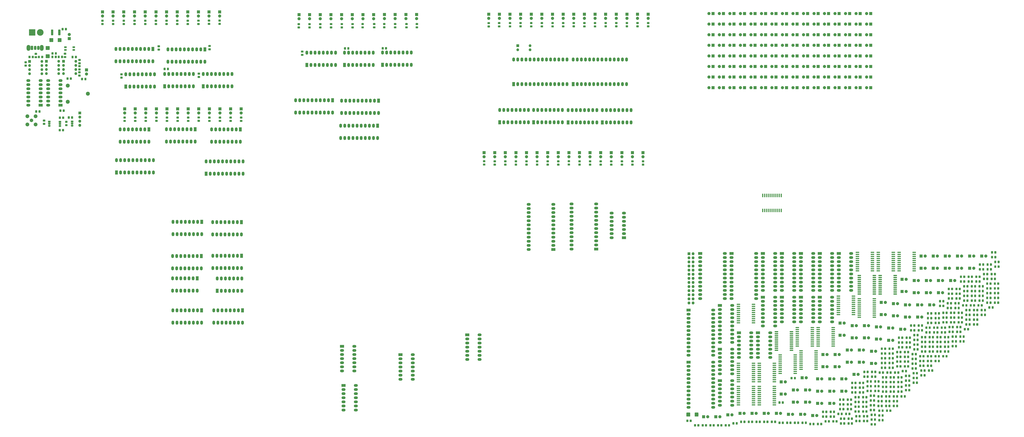
<source format=gbr>
%TF.GenerationSoftware,KiCad,Pcbnew,(5.1.4)-1*%
%TF.CreationDate,2020-07-08T08:30:02+02:00*%
%TF.ProjectId,SPU2,53505532-2e6b-4696-9361-645f70636258,rev?*%
%TF.SameCoordinates,Original*%
%TF.FileFunction,Soldermask,Top*%
%TF.FilePolarity,Negative*%
%FSLAX46Y46*%
G04 Gerber Fmt 4.6, Leading zero omitted, Abs format (unit mm)*
G04 Created by KiCad (PCBNEW (5.1.4)-1) date 2020-07-08 08:30:02*
%MOMM*%
%LPD*%
G04 APERTURE LIST*
%ADD10O,1.700000X2.500000*%
%ADD11R,1.700000X2.500000*%
%ADD12O,2.500000X1.700000*%
%ADD13R,2.500000X1.700000*%
%ADD14C,0.100000*%
%ADD15C,0.700000*%
%ADD16C,1.250000*%
%ADD17O,1.800000X1.800000*%
%ADD18R,1.800000X1.800000*%
%ADD19C,1.900000*%
%ADD20R,1.900000X1.900000*%
%ADD21C,2.350000*%
%ADD22O,1.700000X1.700000*%
%ADD23R,1.700000X1.700000*%
%ADD24O,2.300000X3.600000*%
%ADD25O,1.600000X2.600000*%
%ADD26R,1.600000X2.600000*%
%ADD27R,1.550000X1.100000*%
%ADD28C,2.440000*%
%ADD29R,1.600000X1.150000*%
%ADD30O,1.600000X1.150000*%
%ADD31C,2.150000*%
%ADD32C,4.100000*%
%ADD33R,3.900000X3.900000*%
%ADD34C,1.400000*%
G04 APERTURE END LIST*
D10*
%TO.C,U12*%
X152349200Y-165989000D03*
X134569200Y-158369000D03*
X149809200Y-165989000D03*
X137109200Y-158369000D03*
X147269200Y-165989000D03*
X139649200Y-158369000D03*
X144729200Y-165989000D03*
X142189200Y-158369000D03*
X142189200Y-165989000D03*
X144729200Y-158369000D03*
X139649200Y-165989000D03*
X147269200Y-158369000D03*
X137109200Y-165989000D03*
X149809200Y-158369000D03*
X134569200Y-165989000D03*
D11*
X152349200Y-158369000D03*
%TD*%
D10*
%TO.C,U2*%
X149529800Y-200964800D03*
X134289800Y-193344800D03*
X146989800Y-200964800D03*
X136829800Y-193344800D03*
X144449800Y-200964800D03*
X139369800Y-193344800D03*
X141909800Y-200964800D03*
X141909800Y-193344800D03*
X139369800Y-200964800D03*
X144449800Y-193344800D03*
X136829800Y-200964800D03*
X146989800Y-193344800D03*
X134289800Y-200964800D03*
D11*
X149529800Y-193344800D03*
%TD*%
D12*
%TO.C,U75*%
X518861801Y-177901001D03*
X511241801Y-200761001D03*
X518861801Y-180441001D03*
X511241801Y-198221001D03*
X518861801Y-182981001D03*
X511241801Y-195681001D03*
X518861801Y-185521001D03*
X511241801Y-193141001D03*
X518861801Y-188061001D03*
X511241801Y-190601001D03*
X518861801Y-190601001D03*
X511241801Y-188061001D03*
X518861801Y-193141001D03*
X511241801Y-185521001D03*
X518861801Y-195681001D03*
X511241801Y-182981001D03*
X518861801Y-198221001D03*
X511241801Y-180441001D03*
X518861801Y-200761001D03*
D13*
X511241801Y-177901001D03*
%TD*%
D12*
%TO.C,U74*%
X507111801Y-177901001D03*
X499491801Y-200761001D03*
X507111801Y-180441001D03*
X499491801Y-198221001D03*
X507111801Y-182981001D03*
X499491801Y-195681001D03*
X507111801Y-185521001D03*
X499491801Y-193141001D03*
X507111801Y-188061001D03*
X499491801Y-190601001D03*
X507111801Y-190601001D03*
X499491801Y-188061001D03*
X507111801Y-193141001D03*
X499491801Y-185521001D03*
X507111801Y-195681001D03*
X499491801Y-182981001D03*
X507111801Y-198221001D03*
X499491801Y-180441001D03*
X507111801Y-200761001D03*
D13*
X499491801Y-177901001D03*
%TD*%
D12*
%TO.C,U73*%
X480511801Y-210101001D03*
X472891801Y-232961001D03*
X480511801Y-212641001D03*
X472891801Y-230421001D03*
X480511801Y-215181001D03*
X472891801Y-227881001D03*
X480511801Y-217721001D03*
X472891801Y-225341001D03*
X480511801Y-220261001D03*
X472891801Y-222801001D03*
X480511801Y-222801001D03*
X472891801Y-220261001D03*
X480511801Y-225341001D03*
X472891801Y-217721001D03*
X480511801Y-227881001D03*
X472891801Y-215181001D03*
X480511801Y-230421001D03*
X472891801Y-212641001D03*
X480511801Y-232961001D03*
D13*
X472891801Y-210101001D03*
%TD*%
D12*
%TO.C,U72*%
X542361801Y-177901001D03*
X534741801Y-200761001D03*
X542361801Y-180441001D03*
X534741801Y-198221001D03*
X542361801Y-182981001D03*
X534741801Y-195681001D03*
X542361801Y-185521001D03*
X534741801Y-193141001D03*
X542361801Y-188061001D03*
X534741801Y-190601001D03*
X542361801Y-190601001D03*
X534741801Y-188061001D03*
X542361801Y-193141001D03*
X534741801Y-185521001D03*
X542361801Y-195681001D03*
X534741801Y-182981001D03*
X542361801Y-198221001D03*
X534741801Y-180441001D03*
X542361801Y-200761001D03*
D13*
X534741801Y-177901001D03*
%TD*%
D12*
%TO.C,U71*%
X554111801Y-177901001D03*
X546491801Y-200761001D03*
X554111801Y-180441001D03*
X546491801Y-198221001D03*
X554111801Y-182981001D03*
X546491801Y-195681001D03*
X554111801Y-185521001D03*
X546491801Y-193141001D03*
X554111801Y-188061001D03*
X546491801Y-190601001D03*
X554111801Y-190601001D03*
X546491801Y-188061001D03*
X554111801Y-193141001D03*
X546491801Y-185521001D03*
X554111801Y-195681001D03*
X546491801Y-182981001D03*
X554111801Y-198221001D03*
X546491801Y-180441001D03*
X554111801Y-200761001D03*
D13*
X546491801Y-177901001D03*
%TD*%
D12*
%TO.C,U69*%
X495331801Y-177901001D03*
X480091801Y-205841001D03*
X495331801Y-180441001D03*
X480091801Y-203301001D03*
X495331801Y-182981001D03*
X480091801Y-200761001D03*
X495331801Y-185521001D03*
X480091801Y-198221001D03*
X495331801Y-188061001D03*
X480091801Y-195681001D03*
X495331801Y-190601001D03*
X480091801Y-193141001D03*
X495331801Y-193141001D03*
X480091801Y-190601001D03*
X495331801Y-195681001D03*
X480091801Y-188061001D03*
X495331801Y-198221001D03*
X480091801Y-185521001D03*
X495331801Y-200761001D03*
X480091801Y-182981001D03*
X495331801Y-203301001D03*
X480091801Y-180441001D03*
X495331801Y-205841001D03*
D13*
X480091801Y-177901001D03*
%TD*%
D12*
%TO.C,U68*%
X468731801Y-245201001D03*
X453491801Y-273141001D03*
X468731801Y-247741001D03*
X453491801Y-270601001D03*
X468731801Y-250281001D03*
X453491801Y-268061001D03*
X468731801Y-252821001D03*
X453491801Y-265521001D03*
X468731801Y-255361001D03*
X453491801Y-262981001D03*
X468731801Y-257901001D03*
X453491801Y-260441001D03*
X468731801Y-260441001D03*
X453491801Y-257901001D03*
X468731801Y-262981001D03*
X453491801Y-255361001D03*
X468731801Y-265521001D03*
X453491801Y-252821001D03*
X468731801Y-268061001D03*
X453491801Y-250281001D03*
X468731801Y-270601001D03*
X453491801Y-247741001D03*
X468731801Y-273141001D03*
D13*
X453491801Y-245201001D03*
%TD*%
D12*
%TO.C,U67*%
X518861801Y-205001001D03*
X511241801Y-220241001D03*
X518861801Y-207541001D03*
X511241801Y-217701001D03*
X518861801Y-210081001D03*
X511241801Y-215161001D03*
X518861801Y-212621001D03*
X511241801Y-212621001D03*
X518861801Y-215161001D03*
X511241801Y-210081001D03*
X518861801Y-217701001D03*
X511241801Y-207541001D03*
X518861801Y-220241001D03*
D13*
X511241801Y-205001001D03*
%TD*%
D12*
%TO.C,U66*%
X530611801Y-205001001D03*
X522991801Y-220241001D03*
X530611801Y-207541001D03*
X522991801Y-217701001D03*
X530611801Y-210081001D03*
X522991801Y-215161001D03*
X530611801Y-212621001D03*
X522991801Y-212621001D03*
X530611801Y-215161001D03*
X522991801Y-210081001D03*
X530611801Y-217701001D03*
X522991801Y-207541001D03*
X530611801Y-220241001D03*
D13*
X522991801Y-205001001D03*
%TD*%
D12*
%TO.C,U65*%
X492261801Y-227051001D03*
X484641801Y-242291001D03*
X492261801Y-229591001D03*
X484641801Y-239751001D03*
X492261801Y-232131001D03*
X484641801Y-237211001D03*
X492261801Y-234671001D03*
X484641801Y-234671001D03*
X492261801Y-237211001D03*
X484641801Y-232131001D03*
X492261801Y-239751001D03*
X484641801Y-229591001D03*
X492261801Y-242291001D03*
D13*
X484641801Y-227051001D03*
%TD*%
D12*
%TO.C,U64*%
X504011801Y-227051001D03*
X496391801Y-242291001D03*
X504011801Y-229591001D03*
X496391801Y-239751001D03*
X504011801Y-232131001D03*
X496391801Y-237211001D03*
X504011801Y-234671001D03*
X496391801Y-234671001D03*
X504011801Y-237211001D03*
X496391801Y-232131001D03*
X504011801Y-239751001D03*
X496391801Y-229591001D03*
X504011801Y-242291001D03*
D13*
X496391801Y-227051001D03*
%TD*%
D12*
%TO.C,U63*%
X468731801Y-213001001D03*
X453491801Y-240941001D03*
X468731801Y-215541001D03*
X453491801Y-238401001D03*
X468731801Y-218081001D03*
X453491801Y-235861001D03*
X468731801Y-220621001D03*
X453491801Y-233321001D03*
X468731801Y-223161001D03*
X453491801Y-230781001D03*
X468731801Y-225701001D03*
X453491801Y-228241001D03*
X468731801Y-228241001D03*
X453491801Y-225701001D03*
X468731801Y-230781001D03*
X453491801Y-223161001D03*
X468731801Y-233321001D03*
X453491801Y-220621001D03*
X468731801Y-235861001D03*
X453491801Y-218081001D03*
X468731801Y-238401001D03*
X453491801Y-215541001D03*
X468731801Y-240941001D03*
D13*
X453491801Y-213001001D03*
%TD*%
D12*
%TO.C,U62*%
X480511801Y-237201001D03*
X472891801Y-252441001D03*
X480511801Y-239741001D03*
X472891801Y-249901001D03*
X480511801Y-242281001D03*
X472891801Y-247361001D03*
X480511801Y-244821001D03*
X472891801Y-244821001D03*
X480511801Y-247361001D03*
X472891801Y-242281001D03*
X480511801Y-249901001D03*
X472891801Y-239741001D03*
X480511801Y-252441001D03*
D13*
X472891801Y-237201001D03*
%TD*%
D12*
%TO.C,U61*%
X475931801Y-177901001D03*
X460691801Y-205841001D03*
X475931801Y-180441001D03*
X460691801Y-203301001D03*
X475931801Y-182981001D03*
X460691801Y-200761001D03*
X475931801Y-185521001D03*
X460691801Y-198221001D03*
X475931801Y-188061001D03*
X460691801Y-195681001D03*
X475931801Y-190601001D03*
X460691801Y-193141001D03*
X475931801Y-193141001D03*
X460691801Y-190601001D03*
X475931801Y-195681001D03*
X460691801Y-188061001D03*
X475931801Y-198221001D03*
X460691801Y-185521001D03*
X475931801Y-200761001D03*
X460691801Y-182981001D03*
X475931801Y-203301001D03*
X460691801Y-180441001D03*
X475931801Y-205841001D03*
D13*
X460691801Y-177901001D03*
%TD*%
D14*
%TO.C,U60*%
G36*
X494588954Y-209086844D02*
G01*
X494605942Y-209089364D01*
X494622601Y-209093536D01*
X494638771Y-209099322D01*
X494654295Y-209106665D01*
X494669026Y-209115494D01*
X494682820Y-209125724D01*
X494695545Y-209137257D01*
X494707078Y-209149982D01*
X494717308Y-209163776D01*
X494726137Y-209178507D01*
X494733480Y-209194031D01*
X494739266Y-209210201D01*
X494743438Y-209226860D01*
X494745958Y-209243848D01*
X494746801Y-209261001D01*
X494746801Y-209611001D01*
X494745958Y-209628154D01*
X494743438Y-209645142D01*
X494739266Y-209661801D01*
X494733480Y-209677971D01*
X494726137Y-209693495D01*
X494717308Y-209708226D01*
X494707078Y-209722020D01*
X494695545Y-209734745D01*
X494682820Y-209746278D01*
X494669026Y-209756508D01*
X494654295Y-209765337D01*
X494638771Y-209772680D01*
X494622601Y-209778466D01*
X494605942Y-209782638D01*
X494588954Y-209785158D01*
X494571801Y-209786001D01*
X492771801Y-209786001D01*
X492754648Y-209785158D01*
X492737660Y-209782638D01*
X492721001Y-209778466D01*
X492704831Y-209772680D01*
X492689307Y-209765337D01*
X492674576Y-209756508D01*
X492660782Y-209746278D01*
X492648057Y-209734745D01*
X492636524Y-209722020D01*
X492626294Y-209708226D01*
X492617465Y-209693495D01*
X492610122Y-209677971D01*
X492604336Y-209661801D01*
X492600164Y-209645142D01*
X492597644Y-209628154D01*
X492596801Y-209611001D01*
X492596801Y-209261001D01*
X492597644Y-209243848D01*
X492600164Y-209226860D01*
X492604336Y-209210201D01*
X492610122Y-209194031D01*
X492617465Y-209178507D01*
X492626294Y-209163776D01*
X492636524Y-209149982D01*
X492648057Y-209137257D01*
X492660782Y-209125724D01*
X492674576Y-209115494D01*
X492689307Y-209106665D01*
X492704831Y-209099322D01*
X492721001Y-209093536D01*
X492737660Y-209089364D01*
X492754648Y-209086844D01*
X492771801Y-209086001D01*
X494571801Y-209086001D01*
X494588954Y-209086844D01*
X494588954Y-209086844D01*
G37*
D15*
X493671801Y-209436001D03*
D14*
G36*
X494588954Y-210356844D02*
G01*
X494605942Y-210359364D01*
X494622601Y-210363536D01*
X494638771Y-210369322D01*
X494654295Y-210376665D01*
X494669026Y-210385494D01*
X494682820Y-210395724D01*
X494695545Y-210407257D01*
X494707078Y-210419982D01*
X494717308Y-210433776D01*
X494726137Y-210448507D01*
X494733480Y-210464031D01*
X494739266Y-210480201D01*
X494743438Y-210496860D01*
X494745958Y-210513848D01*
X494746801Y-210531001D01*
X494746801Y-210881001D01*
X494745958Y-210898154D01*
X494743438Y-210915142D01*
X494739266Y-210931801D01*
X494733480Y-210947971D01*
X494726137Y-210963495D01*
X494717308Y-210978226D01*
X494707078Y-210992020D01*
X494695545Y-211004745D01*
X494682820Y-211016278D01*
X494669026Y-211026508D01*
X494654295Y-211035337D01*
X494638771Y-211042680D01*
X494622601Y-211048466D01*
X494605942Y-211052638D01*
X494588954Y-211055158D01*
X494571801Y-211056001D01*
X492771801Y-211056001D01*
X492754648Y-211055158D01*
X492737660Y-211052638D01*
X492721001Y-211048466D01*
X492704831Y-211042680D01*
X492689307Y-211035337D01*
X492674576Y-211026508D01*
X492660782Y-211016278D01*
X492648057Y-211004745D01*
X492636524Y-210992020D01*
X492626294Y-210978226D01*
X492617465Y-210963495D01*
X492610122Y-210947971D01*
X492604336Y-210931801D01*
X492600164Y-210915142D01*
X492597644Y-210898154D01*
X492596801Y-210881001D01*
X492596801Y-210531001D01*
X492597644Y-210513848D01*
X492600164Y-210496860D01*
X492604336Y-210480201D01*
X492610122Y-210464031D01*
X492617465Y-210448507D01*
X492626294Y-210433776D01*
X492636524Y-210419982D01*
X492648057Y-210407257D01*
X492660782Y-210395724D01*
X492674576Y-210385494D01*
X492689307Y-210376665D01*
X492704831Y-210369322D01*
X492721001Y-210363536D01*
X492737660Y-210359364D01*
X492754648Y-210356844D01*
X492771801Y-210356001D01*
X494571801Y-210356001D01*
X494588954Y-210356844D01*
X494588954Y-210356844D01*
G37*
D15*
X493671801Y-210706001D03*
D14*
G36*
X494588954Y-211626844D02*
G01*
X494605942Y-211629364D01*
X494622601Y-211633536D01*
X494638771Y-211639322D01*
X494654295Y-211646665D01*
X494669026Y-211655494D01*
X494682820Y-211665724D01*
X494695545Y-211677257D01*
X494707078Y-211689982D01*
X494717308Y-211703776D01*
X494726137Y-211718507D01*
X494733480Y-211734031D01*
X494739266Y-211750201D01*
X494743438Y-211766860D01*
X494745958Y-211783848D01*
X494746801Y-211801001D01*
X494746801Y-212151001D01*
X494745958Y-212168154D01*
X494743438Y-212185142D01*
X494739266Y-212201801D01*
X494733480Y-212217971D01*
X494726137Y-212233495D01*
X494717308Y-212248226D01*
X494707078Y-212262020D01*
X494695545Y-212274745D01*
X494682820Y-212286278D01*
X494669026Y-212296508D01*
X494654295Y-212305337D01*
X494638771Y-212312680D01*
X494622601Y-212318466D01*
X494605942Y-212322638D01*
X494588954Y-212325158D01*
X494571801Y-212326001D01*
X492771801Y-212326001D01*
X492754648Y-212325158D01*
X492737660Y-212322638D01*
X492721001Y-212318466D01*
X492704831Y-212312680D01*
X492689307Y-212305337D01*
X492674576Y-212296508D01*
X492660782Y-212286278D01*
X492648057Y-212274745D01*
X492636524Y-212262020D01*
X492626294Y-212248226D01*
X492617465Y-212233495D01*
X492610122Y-212217971D01*
X492604336Y-212201801D01*
X492600164Y-212185142D01*
X492597644Y-212168154D01*
X492596801Y-212151001D01*
X492596801Y-211801001D01*
X492597644Y-211783848D01*
X492600164Y-211766860D01*
X492604336Y-211750201D01*
X492610122Y-211734031D01*
X492617465Y-211718507D01*
X492626294Y-211703776D01*
X492636524Y-211689982D01*
X492648057Y-211677257D01*
X492660782Y-211665724D01*
X492674576Y-211655494D01*
X492689307Y-211646665D01*
X492704831Y-211639322D01*
X492721001Y-211633536D01*
X492737660Y-211629364D01*
X492754648Y-211626844D01*
X492771801Y-211626001D01*
X494571801Y-211626001D01*
X494588954Y-211626844D01*
X494588954Y-211626844D01*
G37*
D15*
X493671801Y-211976001D03*
D14*
G36*
X494588954Y-212896844D02*
G01*
X494605942Y-212899364D01*
X494622601Y-212903536D01*
X494638771Y-212909322D01*
X494654295Y-212916665D01*
X494669026Y-212925494D01*
X494682820Y-212935724D01*
X494695545Y-212947257D01*
X494707078Y-212959982D01*
X494717308Y-212973776D01*
X494726137Y-212988507D01*
X494733480Y-213004031D01*
X494739266Y-213020201D01*
X494743438Y-213036860D01*
X494745958Y-213053848D01*
X494746801Y-213071001D01*
X494746801Y-213421001D01*
X494745958Y-213438154D01*
X494743438Y-213455142D01*
X494739266Y-213471801D01*
X494733480Y-213487971D01*
X494726137Y-213503495D01*
X494717308Y-213518226D01*
X494707078Y-213532020D01*
X494695545Y-213544745D01*
X494682820Y-213556278D01*
X494669026Y-213566508D01*
X494654295Y-213575337D01*
X494638771Y-213582680D01*
X494622601Y-213588466D01*
X494605942Y-213592638D01*
X494588954Y-213595158D01*
X494571801Y-213596001D01*
X492771801Y-213596001D01*
X492754648Y-213595158D01*
X492737660Y-213592638D01*
X492721001Y-213588466D01*
X492704831Y-213582680D01*
X492689307Y-213575337D01*
X492674576Y-213566508D01*
X492660782Y-213556278D01*
X492648057Y-213544745D01*
X492636524Y-213532020D01*
X492626294Y-213518226D01*
X492617465Y-213503495D01*
X492610122Y-213487971D01*
X492604336Y-213471801D01*
X492600164Y-213455142D01*
X492597644Y-213438154D01*
X492596801Y-213421001D01*
X492596801Y-213071001D01*
X492597644Y-213053848D01*
X492600164Y-213036860D01*
X492604336Y-213020201D01*
X492610122Y-213004031D01*
X492617465Y-212988507D01*
X492626294Y-212973776D01*
X492636524Y-212959982D01*
X492648057Y-212947257D01*
X492660782Y-212935724D01*
X492674576Y-212925494D01*
X492689307Y-212916665D01*
X492704831Y-212909322D01*
X492721001Y-212903536D01*
X492737660Y-212899364D01*
X492754648Y-212896844D01*
X492771801Y-212896001D01*
X494571801Y-212896001D01*
X494588954Y-212896844D01*
X494588954Y-212896844D01*
G37*
D15*
X493671801Y-213246001D03*
D14*
G36*
X494588954Y-214166844D02*
G01*
X494605942Y-214169364D01*
X494622601Y-214173536D01*
X494638771Y-214179322D01*
X494654295Y-214186665D01*
X494669026Y-214195494D01*
X494682820Y-214205724D01*
X494695545Y-214217257D01*
X494707078Y-214229982D01*
X494717308Y-214243776D01*
X494726137Y-214258507D01*
X494733480Y-214274031D01*
X494739266Y-214290201D01*
X494743438Y-214306860D01*
X494745958Y-214323848D01*
X494746801Y-214341001D01*
X494746801Y-214691001D01*
X494745958Y-214708154D01*
X494743438Y-214725142D01*
X494739266Y-214741801D01*
X494733480Y-214757971D01*
X494726137Y-214773495D01*
X494717308Y-214788226D01*
X494707078Y-214802020D01*
X494695545Y-214814745D01*
X494682820Y-214826278D01*
X494669026Y-214836508D01*
X494654295Y-214845337D01*
X494638771Y-214852680D01*
X494622601Y-214858466D01*
X494605942Y-214862638D01*
X494588954Y-214865158D01*
X494571801Y-214866001D01*
X492771801Y-214866001D01*
X492754648Y-214865158D01*
X492737660Y-214862638D01*
X492721001Y-214858466D01*
X492704831Y-214852680D01*
X492689307Y-214845337D01*
X492674576Y-214836508D01*
X492660782Y-214826278D01*
X492648057Y-214814745D01*
X492636524Y-214802020D01*
X492626294Y-214788226D01*
X492617465Y-214773495D01*
X492610122Y-214757971D01*
X492604336Y-214741801D01*
X492600164Y-214725142D01*
X492597644Y-214708154D01*
X492596801Y-214691001D01*
X492596801Y-214341001D01*
X492597644Y-214323848D01*
X492600164Y-214306860D01*
X492604336Y-214290201D01*
X492610122Y-214274031D01*
X492617465Y-214258507D01*
X492626294Y-214243776D01*
X492636524Y-214229982D01*
X492648057Y-214217257D01*
X492660782Y-214205724D01*
X492674576Y-214195494D01*
X492689307Y-214186665D01*
X492704831Y-214179322D01*
X492721001Y-214173536D01*
X492737660Y-214169364D01*
X492754648Y-214166844D01*
X492771801Y-214166001D01*
X494571801Y-214166001D01*
X494588954Y-214166844D01*
X494588954Y-214166844D01*
G37*
D15*
X493671801Y-214516001D03*
D14*
G36*
X494588954Y-215436844D02*
G01*
X494605942Y-215439364D01*
X494622601Y-215443536D01*
X494638771Y-215449322D01*
X494654295Y-215456665D01*
X494669026Y-215465494D01*
X494682820Y-215475724D01*
X494695545Y-215487257D01*
X494707078Y-215499982D01*
X494717308Y-215513776D01*
X494726137Y-215528507D01*
X494733480Y-215544031D01*
X494739266Y-215560201D01*
X494743438Y-215576860D01*
X494745958Y-215593848D01*
X494746801Y-215611001D01*
X494746801Y-215961001D01*
X494745958Y-215978154D01*
X494743438Y-215995142D01*
X494739266Y-216011801D01*
X494733480Y-216027971D01*
X494726137Y-216043495D01*
X494717308Y-216058226D01*
X494707078Y-216072020D01*
X494695545Y-216084745D01*
X494682820Y-216096278D01*
X494669026Y-216106508D01*
X494654295Y-216115337D01*
X494638771Y-216122680D01*
X494622601Y-216128466D01*
X494605942Y-216132638D01*
X494588954Y-216135158D01*
X494571801Y-216136001D01*
X492771801Y-216136001D01*
X492754648Y-216135158D01*
X492737660Y-216132638D01*
X492721001Y-216128466D01*
X492704831Y-216122680D01*
X492689307Y-216115337D01*
X492674576Y-216106508D01*
X492660782Y-216096278D01*
X492648057Y-216084745D01*
X492636524Y-216072020D01*
X492626294Y-216058226D01*
X492617465Y-216043495D01*
X492610122Y-216027971D01*
X492604336Y-216011801D01*
X492600164Y-215995142D01*
X492597644Y-215978154D01*
X492596801Y-215961001D01*
X492596801Y-215611001D01*
X492597644Y-215593848D01*
X492600164Y-215576860D01*
X492604336Y-215560201D01*
X492610122Y-215544031D01*
X492617465Y-215528507D01*
X492626294Y-215513776D01*
X492636524Y-215499982D01*
X492648057Y-215487257D01*
X492660782Y-215475724D01*
X492674576Y-215465494D01*
X492689307Y-215456665D01*
X492704831Y-215449322D01*
X492721001Y-215443536D01*
X492737660Y-215439364D01*
X492754648Y-215436844D01*
X492771801Y-215436001D01*
X494571801Y-215436001D01*
X494588954Y-215436844D01*
X494588954Y-215436844D01*
G37*
D15*
X493671801Y-215786001D03*
D14*
G36*
X494588954Y-216706844D02*
G01*
X494605942Y-216709364D01*
X494622601Y-216713536D01*
X494638771Y-216719322D01*
X494654295Y-216726665D01*
X494669026Y-216735494D01*
X494682820Y-216745724D01*
X494695545Y-216757257D01*
X494707078Y-216769982D01*
X494717308Y-216783776D01*
X494726137Y-216798507D01*
X494733480Y-216814031D01*
X494739266Y-216830201D01*
X494743438Y-216846860D01*
X494745958Y-216863848D01*
X494746801Y-216881001D01*
X494746801Y-217231001D01*
X494745958Y-217248154D01*
X494743438Y-217265142D01*
X494739266Y-217281801D01*
X494733480Y-217297971D01*
X494726137Y-217313495D01*
X494717308Y-217328226D01*
X494707078Y-217342020D01*
X494695545Y-217354745D01*
X494682820Y-217366278D01*
X494669026Y-217376508D01*
X494654295Y-217385337D01*
X494638771Y-217392680D01*
X494622601Y-217398466D01*
X494605942Y-217402638D01*
X494588954Y-217405158D01*
X494571801Y-217406001D01*
X492771801Y-217406001D01*
X492754648Y-217405158D01*
X492737660Y-217402638D01*
X492721001Y-217398466D01*
X492704831Y-217392680D01*
X492689307Y-217385337D01*
X492674576Y-217376508D01*
X492660782Y-217366278D01*
X492648057Y-217354745D01*
X492636524Y-217342020D01*
X492626294Y-217328226D01*
X492617465Y-217313495D01*
X492610122Y-217297971D01*
X492604336Y-217281801D01*
X492600164Y-217265142D01*
X492597644Y-217248154D01*
X492596801Y-217231001D01*
X492596801Y-216881001D01*
X492597644Y-216863848D01*
X492600164Y-216846860D01*
X492604336Y-216830201D01*
X492610122Y-216814031D01*
X492617465Y-216798507D01*
X492626294Y-216783776D01*
X492636524Y-216769982D01*
X492648057Y-216757257D01*
X492660782Y-216745724D01*
X492674576Y-216735494D01*
X492689307Y-216726665D01*
X492704831Y-216719322D01*
X492721001Y-216713536D01*
X492737660Y-216709364D01*
X492754648Y-216706844D01*
X492771801Y-216706001D01*
X494571801Y-216706001D01*
X494588954Y-216706844D01*
X494588954Y-216706844D01*
G37*
D15*
X493671801Y-217056001D03*
D14*
G36*
X494588954Y-217976844D02*
G01*
X494605942Y-217979364D01*
X494622601Y-217983536D01*
X494638771Y-217989322D01*
X494654295Y-217996665D01*
X494669026Y-218005494D01*
X494682820Y-218015724D01*
X494695545Y-218027257D01*
X494707078Y-218039982D01*
X494717308Y-218053776D01*
X494726137Y-218068507D01*
X494733480Y-218084031D01*
X494739266Y-218100201D01*
X494743438Y-218116860D01*
X494745958Y-218133848D01*
X494746801Y-218151001D01*
X494746801Y-218501001D01*
X494745958Y-218518154D01*
X494743438Y-218535142D01*
X494739266Y-218551801D01*
X494733480Y-218567971D01*
X494726137Y-218583495D01*
X494717308Y-218598226D01*
X494707078Y-218612020D01*
X494695545Y-218624745D01*
X494682820Y-218636278D01*
X494669026Y-218646508D01*
X494654295Y-218655337D01*
X494638771Y-218662680D01*
X494622601Y-218668466D01*
X494605942Y-218672638D01*
X494588954Y-218675158D01*
X494571801Y-218676001D01*
X492771801Y-218676001D01*
X492754648Y-218675158D01*
X492737660Y-218672638D01*
X492721001Y-218668466D01*
X492704831Y-218662680D01*
X492689307Y-218655337D01*
X492674576Y-218646508D01*
X492660782Y-218636278D01*
X492648057Y-218624745D01*
X492636524Y-218612020D01*
X492626294Y-218598226D01*
X492617465Y-218583495D01*
X492610122Y-218567971D01*
X492604336Y-218551801D01*
X492600164Y-218535142D01*
X492597644Y-218518154D01*
X492596801Y-218501001D01*
X492596801Y-218151001D01*
X492597644Y-218133848D01*
X492600164Y-218116860D01*
X492604336Y-218100201D01*
X492610122Y-218084031D01*
X492617465Y-218068507D01*
X492626294Y-218053776D01*
X492636524Y-218039982D01*
X492648057Y-218027257D01*
X492660782Y-218015724D01*
X492674576Y-218005494D01*
X492689307Y-217996665D01*
X492704831Y-217989322D01*
X492721001Y-217983536D01*
X492737660Y-217979364D01*
X492754648Y-217976844D01*
X492771801Y-217976001D01*
X494571801Y-217976001D01*
X494588954Y-217976844D01*
X494588954Y-217976844D01*
G37*
D15*
X493671801Y-218326001D03*
D14*
G36*
X494588954Y-219246844D02*
G01*
X494605942Y-219249364D01*
X494622601Y-219253536D01*
X494638771Y-219259322D01*
X494654295Y-219266665D01*
X494669026Y-219275494D01*
X494682820Y-219285724D01*
X494695545Y-219297257D01*
X494707078Y-219309982D01*
X494717308Y-219323776D01*
X494726137Y-219338507D01*
X494733480Y-219354031D01*
X494739266Y-219370201D01*
X494743438Y-219386860D01*
X494745958Y-219403848D01*
X494746801Y-219421001D01*
X494746801Y-219771001D01*
X494745958Y-219788154D01*
X494743438Y-219805142D01*
X494739266Y-219821801D01*
X494733480Y-219837971D01*
X494726137Y-219853495D01*
X494717308Y-219868226D01*
X494707078Y-219882020D01*
X494695545Y-219894745D01*
X494682820Y-219906278D01*
X494669026Y-219916508D01*
X494654295Y-219925337D01*
X494638771Y-219932680D01*
X494622601Y-219938466D01*
X494605942Y-219942638D01*
X494588954Y-219945158D01*
X494571801Y-219946001D01*
X492771801Y-219946001D01*
X492754648Y-219945158D01*
X492737660Y-219942638D01*
X492721001Y-219938466D01*
X492704831Y-219932680D01*
X492689307Y-219925337D01*
X492674576Y-219916508D01*
X492660782Y-219906278D01*
X492648057Y-219894745D01*
X492636524Y-219882020D01*
X492626294Y-219868226D01*
X492617465Y-219853495D01*
X492610122Y-219837971D01*
X492604336Y-219821801D01*
X492600164Y-219805142D01*
X492597644Y-219788154D01*
X492596801Y-219771001D01*
X492596801Y-219421001D01*
X492597644Y-219403848D01*
X492600164Y-219386860D01*
X492604336Y-219370201D01*
X492610122Y-219354031D01*
X492617465Y-219338507D01*
X492626294Y-219323776D01*
X492636524Y-219309982D01*
X492648057Y-219297257D01*
X492660782Y-219285724D01*
X492674576Y-219275494D01*
X492689307Y-219266665D01*
X492704831Y-219259322D01*
X492721001Y-219253536D01*
X492737660Y-219249364D01*
X492754648Y-219246844D01*
X492771801Y-219246001D01*
X494571801Y-219246001D01*
X494588954Y-219246844D01*
X494588954Y-219246844D01*
G37*
D15*
X493671801Y-219596001D03*
D14*
G36*
X494588954Y-220516844D02*
G01*
X494605942Y-220519364D01*
X494622601Y-220523536D01*
X494638771Y-220529322D01*
X494654295Y-220536665D01*
X494669026Y-220545494D01*
X494682820Y-220555724D01*
X494695545Y-220567257D01*
X494707078Y-220579982D01*
X494717308Y-220593776D01*
X494726137Y-220608507D01*
X494733480Y-220624031D01*
X494739266Y-220640201D01*
X494743438Y-220656860D01*
X494745958Y-220673848D01*
X494746801Y-220691001D01*
X494746801Y-221041001D01*
X494745958Y-221058154D01*
X494743438Y-221075142D01*
X494739266Y-221091801D01*
X494733480Y-221107971D01*
X494726137Y-221123495D01*
X494717308Y-221138226D01*
X494707078Y-221152020D01*
X494695545Y-221164745D01*
X494682820Y-221176278D01*
X494669026Y-221186508D01*
X494654295Y-221195337D01*
X494638771Y-221202680D01*
X494622601Y-221208466D01*
X494605942Y-221212638D01*
X494588954Y-221215158D01*
X494571801Y-221216001D01*
X492771801Y-221216001D01*
X492754648Y-221215158D01*
X492737660Y-221212638D01*
X492721001Y-221208466D01*
X492704831Y-221202680D01*
X492689307Y-221195337D01*
X492674576Y-221186508D01*
X492660782Y-221176278D01*
X492648057Y-221164745D01*
X492636524Y-221152020D01*
X492626294Y-221138226D01*
X492617465Y-221123495D01*
X492610122Y-221107971D01*
X492604336Y-221091801D01*
X492600164Y-221075142D01*
X492597644Y-221058154D01*
X492596801Y-221041001D01*
X492596801Y-220691001D01*
X492597644Y-220673848D01*
X492600164Y-220656860D01*
X492604336Y-220640201D01*
X492610122Y-220624031D01*
X492617465Y-220608507D01*
X492626294Y-220593776D01*
X492636524Y-220579982D01*
X492648057Y-220567257D01*
X492660782Y-220555724D01*
X492674576Y-220545494D01*
X492689307Y-220536665D01*
X492704831Y-220529322D01*
X492721001Y-220523536D01*
X492737660Y-220519364D01*
X492754648Y-220516844D01*
X492771801Y-220516001D01*
X494571801Y-220516001D01*
X494588954Y-220516844D01*
X494588954Y-220516844D01*
G37*
D15*
X493671801Y-220866001D03*
D14*
G36*
X485288954Y-220516844D02*
G01*
X485305942Y-220519364D01*
X485322601Y-220523536D01*
X485338771Y-220529322D01*
X485354295Y-220536665D01*
X485369026Y-220545494D01*
X485382820Y-220555724D01*
X485395545Y-220567257D01*
X485407078Y-220579982D01*
X485417308Y-220593776D01*
X485426137Y-220608507D01*
X485433480Y-220624031D01*
X485439266Y-220640201D01*
X485443438Y-220656860D01*
X485445958Y-220673848D01*
X485446801Y-220691001D01*
X485446801Y-221041001D01*
X485445958Y-221058154D01*
X485443438Y-221075142D01*
X485439266Y-221091801D01*
X485433480Y-221107971D01*
X485426137Y-221123495D01*
X485417308Y-221138226D01*
X485407078Y-221152020D01*
X485395545Y-221164745D01*
X485382820Y-221176278D01*
X485369026Y-221186508D01*
X485354295Y-221195337D01*
X485338771Y-221202680D01*
X485322601Y-221208466D01*
X485305942Y-221212638D01*
X485288954Y-221215158D01*
X485271801Y-221216001D01*
X483471801Y-221216001D01*
X483454648Y-221215158D01*
X483437660Y-221212638D01*
X483421001Y-221208466D01*
X483404831Y-221202680D01*
X483389307Y-221195337D01*
X483374576Y-221186508D01*
X483360782Y-221176278D01*
X483348057Y-221164745D01*
X483336524Y-221152020D01*
X483326294Y-221138226D01*
X483317465Y-221123495D01*
X483310122Y-221107971D01*
X483304336Y-221091801D01*
X483300164Y-221075142D01*
X483297644Y-221058154D01*
X483296801Y-221041001D01*
X483296801Y-220691001D01*
X483297644Y-220673848D01*
X483300164Y-220656860D01*
X483304336Y-220640201D01*
X483310122Y-220624031D01*
X483317465Y-220608507D01*
X483326294Y-220593776D01*
X483336524Y-220579982D01*
X483348057Y-220567257D01*
X483360782Y-220555724D01*
X483374576Y-220545494D01*
X483389307Y-220536665D01*
X483404831Y-220529322D01*
X483421001Y-220523536D01*
X483437660Y-220519364D01*
X483454648Y-220516844D01*
X483471801Y-220516001D01*
X485271801Y-220516001D01*
X485288954Y-220516844D01*
X485288954Y-220516844D01*
G37*
D15*
X484371801Y-220866001D03*
D14*
G36*
X485288954Y-219246844D02*
G01*
X485305942Y-219249364D01*
X485322601Y-219253536D01*
X485338771Y-219259322D01*
X485354295Y-219266665D01*
X485369026Y-219275494D01*
X485382820Y-219285724D01*
X485395545Y-219297257D01*
X485407078Y-219309982D01*
X485417308Y-219323776D01*
X485426137Y-219338507D01*
X485433480Y-219354031D01*
X485439266Y-219370201D01*
X485443438Y-219386860D01*
X485445958Y-219403848D01*
X485446801Y-219421001D01*
X485446801Y-219771001D01*
X485445958Y-219788154D01*
X485443438Y-219805142D01*
X485439266Y-219821801D01*
X485433480Y-219837971D01*
X485426137Y-219853495D01*
X485417308Y-219868226D01*
X485407078Y-219882020D01*
X485395545Y-219894745D01*
X485382820Y-219906278D01*
X485369026Y-219916508D01*
X485354295Y-219925337D01*
X485338771Y-219932680D01*
X485322601Y-219938466D01*
X485305942Y-219942638D01*
X485288954Y-219945158D01*
X485271801Y-219946001D01*
X483471801Y-219946001D01*
X483454648Y-219945158D01*
X483437660Y-219942638D01*
X483421001Y-219938466D01*
X483404831Y-219932680D01*
X483389307Y-219925337D01*
X483374576Y-219916508D01*
X483360782Y-219906278D01*
X483348057Y-219894745D01*
X483336524Y-219882020D01*
X483326294Y-219868226D01*
X483317465Y-219853495D01*
X483310122Y-219837971D01*
X483304336Y-219821801D01*
X483300164Y-219805142D01*
X483297644Y-219788154D01*
X483296801Y-219771001D01*
X483296801Y-219421001D01*
X483297644Y-219403848D01*
X483300164Y-219386860D01*
X483304336Y-219370201D01*
X483310122Y-219354031D01*
X483317465Y-219338507D01*
X483326294Y-219323776D01*
X483336524Y-219309982D01*
X483348057Y-219297257D01*
X483360782Y-219285724D01*
X483374576Y-219275494D01*
X483389307Y-219266665D01*
X483404831Y-219259322D01*
X483421001Y-219253536D01*
X483437660Y-219249364D01*
X483454648Y-219246844D01*
X483471801Y-219246001D01*
X485271801Y-219246001D01*
X485288954Y-219246844D01*
X485288954Y-219246844D01*
G37*
D15*
X484371801Y-219596001D03*
D14*
G36*
X485288954Y-217976844D02*
G01*
X485305942Y-217979364D01*
X485322601Y-217983536D01*
X485338771Y-217989322D01*
X485354295Y-217996665D01*
X485369026Y-218005494D01*
X485382820Y-218015724D01*
X485395545Y-218027257D01*
X485407078Y-218039982D01*
X485417308Y-218053776D01*
X485426137Y-218068507D01*
X485433480Y-218084031D01*
X485439266Y-218100201D01*
X485443438Y-218116860D01*
X485445958Y-218133848D01*
X485446801Y-218151001D01*
X485446801Y-218501001D01*
X485445958Y-218518154D01*
X485443438Y-218535142D01*
X485439266Y-218551801D01*
X485433480Y-218567971D01*
X485426137Y-218583495D01*
X485417308Y-218598226D01*
X485407078Y-218612020D01*
X485395545Y-218624745D01*
X485382820Y-218636278D01*
X485369026Y-218646508D01*
X485354295Y-218655337D01*
X485338771Y-218662680D01*
X485322601Y-218668466D01*
X485305942Y-218672638D01*
X485288954Y-218675158D01*
X485271801Y-218676001D01*
X483471801Y-218676001D01*
X483454648Y-218675158D01*
X483437660Y-218672638D01*
X483421001Y-218668466D01*
X483404831Y-218662680D01*
X483389307Y-218655337D01*
X483374576Y-218646508D01*
X483360782Y-218636278D01*
X483348057Y-218624745D01*
X483336524Y-218612020D01*
X483326294Y-218598226D01*
X483317465Y-218583495D01*
X483310122Y-218567971D01*
X483304336Y-218551801D01*
X483300164Y-218535142D01*
X483297644Y-218518154D01*
X483296801Y-218501001D01*
X483296801Y-218151001D01*
X483297644Y-218133848D01*
X483300164Y-218116860D01*
X483304336Y-218100201D01*
X483310122Y-218084031D01*
X483317465Y-218068507D01*
X483326294Y-218053776D01*
X483336524Y-218039982D01*
X483348057Y-218027257D01*
X483360782Y-218015724D01*
X483374576Y-218005494D01*
X483389307Y-217996665D01*
X483404831Y-217989322D01*
X483421001Y-217983536D01*
X483437660Y-217979364D01*
X483454648Y-217976844D01*
X483471801Y-217976001D01*
X485271801Y-217976001D01*
X485288954Y-217976844D01*
X485288954Y-217976844D01*
G37*
D15*
X484371801Y-218326001D03*
D14*
G36*
X485288954Y-216706844D02*
G01*
X485305942Y-216709364D01*
X485322601Y-216713536D01*
X485338771Y-216719322D01*
X485354295Y-216726665D01*
X485369026Y-216735494D01*
X485382820Y-216745724D01*
X485395545Y-216757257D01*
X485407078Y-216769982D01*
X485417308Y-216783776D01*
X485426137Y-216798507D01*
X485433480Y-216814031D01*
X485439266Y-216830201D01*
X485443438Y-216846860D01*
X485445958Y-216863848D01*
X485446801Y-216881001D01*
X485446801Y-217231001D01*
X485445958Y-217248154D01*
X485443438Y-217265142D01*
X485439266Y-217281801D01*
X485433480Y-217297971D01*
X485426137Y-217313495D01*
X485417308Y-217328226D01*
X485407078Y-217342020D01*
X485395545Y-217354745D01*
X485382820Y-217366278D01*
X485369026Y-217376508D01*
X485354295Y-217385337D01*
X485338771Y-217392680D01*
X485322601Y-217398466D01*
X485305942Y-217402638D01*
X485288954Y-217405158D01*
X485271801Y-217406001D01*
X483471801Y-217406001D01*
X483454648Y-217405158D01*
X483437660Y-217402638D01*
X483421001Y-217398466D01*
X483404831Y-217392680D01*
X483389307Y-217385337D01*
X483374576Y-217376508D01*
X483360782Y-217366278D01*
X483348057Y-217354745D01*
X483336524Y-217342020D01*
X483326294Y-217328226D01*
X483317465Y-217313495D01*
X483310122Y-217297971D01*
X483304336Y-217281801D01*
X483300164Y-217265142D01*
X483297644Y-217248154D01*
X483296801Y-217231001D01*
X483296801Y-216881001D01*
X483297644Y-216863848D01*
X483300164Y-216846860D01*
X483304336Y-216830201D01*
X483310122Y-216814031D01*
X483317465Y-216798507D01*
X483326294Y-216783776D01*
X483336524Y-216769982D01*
X483348057Y-216757257D01*
X483360782Y-216745724D01*
X483374576Y-216735494D01*
X483389307Y-216726665D01*
X483404831Y-216719322D01*
X483421001Y-216713536D01*
X483437660Y-216709364D01*
X483454648Y-216706844D01*
X483471801Y-216706001D01*
X485271801Y-216706001D01*
X485288954Y-216706844D01*
X485288954Y-216706844D01*
G37*
D15*
X484371801Y-217056001D03*
D14*
G36*
X485288954Y-215436844D02*
G01*
X485305942Y-215439364D01*
X485322601Y-215443536D01*
X485338771Y-215449322D01*
X485354295Y-215456665D01*
X485369026Y-215465494D01*
X485382820Y-215475724D01*
X485395545Y-215487257D01*
X485407078Y-215499982D01*
X485417308Y-215513776D01*
X485426137Y-215528507D01*
X485433480Y-215544031D01*
X485439266Y-215560201D01*
X485443438Y-215576860D01*
X485445958Y-215593848D01*
X485446801Y-215611001D01*
X485446801Y-215961001D01*
X485445958Y-215978154D01*
X485443438Y-215995142D01*
X485439266Y-216011801D01*
X485433480Y-216027971D01*
X485426137Y-216043495D01*
X485417308Y-216058226D01*
X485407078Y-216072020D01*
X485395545Y-216084745D01*
X485382820Y-216096278D01*
X485369026Y-216106508D01*
X485354295Y-216115337D01*
X485338771Y-216122680D01*
X485322601Y-216128466D01*
X485305942Y-216132638D01*
X485288954Y-216135158D01*
X485271801Y-216136001D01*
X483471801Y-216136001D01*
X483454648Y-216135158D01*
X483437660Y-216132638D01*
X483421001Y-216128466D01*
X483404831Y-216122680D01*
X483389307Y-216115337D01*
X483374576Y-216106508D01*
X483360782Y-216096278D01*
X483348057Y-216084745D01*
X483336524Y-216072020D01*
X483326294Y-216058226D01*
X483317465Y-216043495D01*
X483310122Y-216027971D01*
X483304336Y-216011801D01*
X483300164Y-215995142D01*
X483297644Y-215978154D01*
X483296801Y-215961001D01*
X483296801Y-215611001D01*
X483297644Y-215593848D01*
X483300164Y-215576860D01*
X483304336Y-215560201D01*
X483310122Y-215544031D01*
X483317465Y-215528507D01*
X483326294Y-215513776D01*
X483336524Y-215499982D01*
X483348057Y-215487257D01*
X483360782Y-215475724D01*
X483374576Y-215465494D01*
X483389307Y-215456665D01*
X483404831Y-215449322D01*
X483421001Y-215443536D01*
X483437660Y-215439364D01*
X483454648Y-215436844D01*
X483471801Y-215436001D01*
X485271801Y-215436001D01*
X485288954Y-215436844D01*
X485288954Y-215436844D01*
G37*
D15*
X484371801Y-215786001D03*
D14*
G36*
X485288954Y-214166844D02*
G01*
X485305942Y-214169364D01*
X485322601Y-214173536D01*
X485338771Y-214179322D01*
X485354295Y-214186665D01*
X485369026Y-214195494D01*
X485382820Y-214205724D01*
X485395545Y-214217257D01*
X485407078Y-214229982D01*
X485417308Y-214243776D01*
X485426137Y-214258507D01*
X485433480Y-214274031D01*
X485439266Y-214290201D01*
X485443438Y-214306860D01*
X485445958Y-214323848D01*
X485446801Y-214341001D01*
X485446801Y-214691001D01*
X485445958Y-214708154D01*
X485443438Y-214725142D01*
X485439266Y-214741801D01*
X485433480Y-214757971D01*
X485426137Y-214773495D01*
X485417308Y-214788226D01*
X485407078Y-214802020D01*
X485395545Y-214814745D01*
X485382820Y-214826278D01*
X485369026Y-214836508D01*
X485354295Y-214845337D01*
X485338771Y-214852680D01*
X485322601Y-214858466D01*
X485305942Y-214862638D01*
X485288954Y-214865158D01*
X485271801Y-214866001D01*
X483471801Y-214866001D01*
X483454648Y-214865158D01*
X483437660Y-214862638D01*
X483421001Y-214858466D01*
X483404831Y-214852680D01*
X483389307Y-214845337D01*
X483374576Y-214836508D01*
X483360782Y-214826278D01*
X483348057Y-214814745D01*
X483336524Y-214802020D01*
X483326294Y-214788226D01*
X483317465Y-214773495D01*
X483310122Y-214757971D01*
X483304336Y-214741801D01*
X483300164Y-214725142D01*
X483297644Y-214708154D01*
X483296801Y-214691001D01*
X483296801Y-214341001D01*
X483297644Y-214323848D01*
X483300164Y-214306860D01*
X483304336Y-214290201D01*
X483310122Y-214274031D01*
X483317465Y-214258507D01*
X483326294Y-214243776D01*
X483336524Y-214229982D01*
X483348057Y-214217257D01*
X483360782Y-214205724D01*
X483374576Y-214195494D01*
X483389307Y-214186665D01*
X483404831Y-214179322D01*
X483421001Y-214173536D01*
X483437660Y-214169364D01*
X483454648Y-214166844D01*
X483471801Y-214166001D01*
X485271801Y-214166001D01*
X485288954Y-214166844D01*
X485288954Y-214166844D01*
G37*
D15*
X484371801Y-214516001D03*
D14*
G36*
X485288954Y-212896844D02*
G01*
X485305942Y-212899364D01*
X485322601Y-212903536D01*
X485338771Y-212909322D01*
X485354295Y-212916665D01*
X485369026Y-212925494D01*
X485382820Y-212935724D01*
X485395545Y-212947257D01*
X485407078Y-212959982D01*
X485417308Y-212973776D01*
X485426137Y-212988507D01*
X485433480Y-213004031D01*
X485439266Y-213020201D01*
X485443438Y-213036860D01*
X485445958Y-213053848D01*
X485446801Y-213071001D01*
X485446801Y-213421001D01*
X485445958Y-213438154D01*
X485443438Y-213455142D01*
X485439266Y-213471801D01*
X485433480Y-213487971D01*
X485426137Y-213503495D01*
X485417308Y-213518226D01*
X485407078Y-213532020D01*
X485395545Y-213544745D01*
X485382820Y-213556278D01*
X485369026Y-213566508D01*
X485354295Y-213575337D01*
X485338771Y-213582680D01*
X485322601Y-213588466D01*
X485305942Y-213592638D01*
X485288954Y-213595158D01*
X485271801Y-213596001D01*
X483471801Y-213596001D01*
X483454648Y-213595158D01*
X483437660Y-213592638D01*
X483421001Y-213588466D01*
X483404831Y-213582680D01*
X483389307Y-213575337D01*
X483374576Y-213566508D01*
X483360782Y-213556278D01*
X483348057Y-213544745D01*
X483336524Y-213532020D01*
X483326294Y-213518226D01*
X483317465Y-213503495D01*
X483310122Y-213487971D01*
X483304336Y-213471801D01*
X483300164Y-213455142D01*
X483297644Y-213438154D01*
X483296801Y-213421001D01*
X483296801Y-213071001D01*
X483297644Y-213053848D01*
X483300164Y-213036860D01*
X483304336Y-213020201D01*
X483310122Y-213004031D01*
X483317465Y-212988507D01*
X483326294Y-212973776D01*
X483336524Y-212959982D01*
X483348057Y-212947257D01*
X483360782Y-212935724D01*
X483374576Y-212925494D01*
X483389307Y-212916665D01*
X483404831Y-212909322D01*
X483421001Y-212903536D01*
X483437660Y-212899364D01*
X483454648Y-212896844D01*
X483471801Y-212896001D01*
X485271801Y-212896001D01*
X485288954Y-212896844D01*
X485288954Y-212896844D01*
G37*
D15*
X484371801Y-213246001D03*
D14*
G36*
X485288954Y-211626844D02*
G01*
X485305942Y-211629364D01*
X485322601Y-211633536D01*
X485338771Y-211639322D01*
X485354295Y-211646665D01*
X485369026Y-211655494D01*
X485382820Y-211665724D01*
X485395545Y-211677257D01*
X485407078Y-211689982D01*
X485417308Y-211703776D01*
X485426137Y-211718507D01*
X485433480Y-211734031D01*
X485439266Y-211750201D01*
X485443438Y-211766860D01*
X485445958Y-211783848D01*
X485446801Y-211801001D01*
X485446801Y-212151001D01*
X485445958Y-212168154D01*
X485443438Y-212185142D01*
X485439266Y-212201801D01*
X485433480Y-212217971D01*
X485426137Y-212233495D01*
X485417308Y-212248226D01*
X485407078Y-212262020D01*
X485395545Y-212274745D01*
X485382820Y-212286278D01*
X485369026Y-212296508D01*
X485354295Y-212305337D01*
X485338771Y-212312680D01*
X485322601Y-212318466D01*
X485305942Y-212322638D01*
X485288954Y-212325158D01*
X485271801Y-212326001D01*
X483471801Y-212326001D01*
X483454648Y-212325158D01*
X483437660Y-212322638D01*
X483421001Y-212318466D01*
X483404831Y-212312680D01*
X483389307Y-212305337D01*
X483374576Y-212296508D01*
X483360782Y-212286278D01*
X483348057Y-212274745D01*
X483336524Y-212262020D01*
X483326294Y-212248226D01*
X483317465Y-212233495D01*
X483310122Y-212217971D01*
X483304336Y-212201801D01*
X483300164Y-212185142D01*
X483297644Y-212168154D01*
X483296801Y-212151001D01*
X483296801Y-211801001D01*
X483297644Y-211783848D01*
X483300164Y-211766860D01*
X483304336Y-211750201D01*
X483310122Y-211734031D01*
X483317465Y-211718507D01*
X483326294Y-211703776D01*
X483336524Y-211689982D01*
X483348057Y-211677257D01*
X483360782Y-211665724D01*
X483374576Y-211655494D01*
X483389307Y-211646665D01*
X483404831Y-211639322D01*
X483421001Y-211633536D01*
X483437660Y-211629364D01*
X483454648Y-211626844D01*
X483471801Y-211626001D01*
X485271801Y-211626001D01*
X485288954Y-211626844D01*
X485288954Y-211626844D01*
G37*
D15*
X484371801Y-211976001D03*
D14*
G36*
X485288954Y-210356844D02*
G01*
X485305942Y-210359364D01*
X485322601Y-210363536D01*
X485338771Y-210369322D01*
X485354295Y-210376665D01*
X485369026Y-210385494D01*
X485382820Y-210395724D01*
X485395545Y-210407257D01*
X485407078Y-210419982D01*
X485417308Y-210433776D01*
X485426137Y-210448507D01*
X485433480Y-210464031D01*
X485439266Y-210480201D01*
X485443438Y-210496860D01*
X485445958Y-210513848D01*
X485446801Y-210531001D01*
X485446801Y-210881001D01*
X485445958Y-210898154D01*
X485443438Y-210915142D01*
X485439266Y-210931801D01*
X485433480Y-210947971D01*
X485426137Y-210963495D01*
X485417308Y-210978226D01*
X485407078Y-210992020D01*
X485395545Y-211004745D01*
X485382820Y-211016278D01*
X485369026Y-211026508D01*
X485354295Y-211035337D01*
X485338771Y-211042680D01*
X485322601Y-211048466D01*
X485305942Y-211052638D01*
X485288954Y-211055158D01*
X485271801Y-211056001D01*
X483471801Y-211056001D01*
X483454648Y-211055158D01*
X483437660Y-211052638D01*
X483421001Y-211048466D01*
X483404831Y-211042680D01*
X483389307Y-211035337D01*
X483374576Y-211026508D01*
X483360782Y-211016278D01*
X483348057Y-211004745D01*
X483336524Y-210992020D01*
X483326294Y-210978226D01*
X483317465Y-210963495D01*
X483310122Y-210947971D01*
X483304336Y-210931801D01*
X483300164Y-210915142D01*
X483297644Y-210898154D01*
X483296801Y-210881001D01*
X483296801Y-210531001D01*
X483297644Y-210513848D01*
X483300164Y-210496860D01*
X483304336Y-210480201D01*
X483310122Y-210464031D01*
X483317465Y-210448507D01*
X483326294Y-210433776D01*
X483336524Y-210419982D01*
X483348057Y-210407257D01*
X483360782Y-210395724D01*
X483374576Y-210385494D01*
X483389307Y-210376665D01*
X483404831Y-210369322D01*
X483421001Y-210363536D01*
X483437660Y-210359364D01*
X483454648Y-210356844D01*
X483471801Y-210356001D01*
X485271801Y-210356001D01*
X485288954Y-210356844D01*
X485288954Y-210356844D01*
G37*
D15*
X484371801Y-210706001D03*
D14*
G36*
X485288954Y-209086844D02*
G01*
X485305942Y-209089364D01*
X485322601Y-209093536D01*
X485338771Y-209099322D01*
X485354295Y-209106665D01*
X485369026Y-209115494D01*
X485382820Y-209125724D01*
X485395545Y-209137257D01*
X485407078Y-209149982D01*
X485417308Y-209163776D01*
X485426137Y-209178507D01*
X485433480Y-209194031D01*
X485439266Y-209210201D01*
X485443438Y-209226860D01*
X485445958Y-209243848D01*
X485446801Y-209261001D01*
X485446801Y-209611001D01*
X485445958Y-209628154D01*
X485443438Y-209645142D01*
X485439266Y-209661801D01*
X485433480Y-209677971D01*
X485426137Y-209693495D01*
X485417308Y-209708226D01*
X485407078Y-209722020D01*
X485395545Y-209734745D01*
X485382820Y-209746278D01*
X485369026Y-209756508D01*
X485354295Y-209765337D01*
X485338771Y-209772680D01*
X485322601Y-209778466D01*
X485305942Y-209782638D01*
X485288954Y-209785158D01*
X485271801Y-209786001D01*
X483471801Y-209786001D01*
X483454648Y-209785158D01*
X483437660Y-209782638D01*
X483421001Y-209778466D01*
X483404831Y-209772680D01*
X483389307Y-209765337D01*
X483374576Y-209756508D01*
X483360782Y-209746278D01*
X483348057Y-209734745D01*
X483336524Y-209722020D01*
X483326294Y-209708226D01*
X483317465Y-209693495D01*
X483310122Y-209677971D01*
X483304336Y-209661801D01*
X483300164Y-209645142D01*
X483297644Y-209628154D01*
X483296801Y-209611001D01*
X483296801Y-209261001D01*
X483297644Y-209243848D01*
X483300164Y-209226860D01*
X483304336Y-209210201D01*
X483310122Y-209194031D01*
X483317465Y-209178507D01*
X483326294Y-209163776D01*
X483336524Y-209149982D01*
X483348057Y-209137257D01*
X483360782Y-209125724D01*
X483374576Y-209115494D01*
X483389307Y-209106665D01*
X483404831Y-209099322D01*
X483421001Y-209093536D01*
X483437660Y-209089364D01*
X483454648Y-209086844D01*
X483471801Y-209086001D01*
X485271801Y-209086001D01*
X485288954Y-209086844D01*
X485288954Y-209086844D01*
G37*
D15*
X484371801Y-209436001D03*
%TD*%
D14*
%TO.C,U59*%
G36*
X518088954Y-226036844D02*
G01*
X518105942Y-226039364D01*
X518122601Y-226043536D01*
X518138771Y-226049322D01*
X518154295Y-226056665D01*
X518169026Y-226065494D01*
X518182820Y-226075724D01*
X518195545Y-226087257D01*
X518207078Y-226099982D01*
X518217308Y-226113776D01*
X518226137Y-226128507D01*
X518233480Y-226144031D01*
X518239266Y-226160201D01*
X518243438Y-226176860D01*
X518245958Y-226193848D01*
X518246801Y-226211001D01*
X518246801Y-226561001D01*
X518245958Y-226578154D01*
X518243438Y-226595142D01*
X518239266Y-226611801D01*
X518233480Y-226627971D01*
X518226137Y-226643495D01*
X518217308Y-226658226D01*
X518207078Y-226672020D01*
X518195545Y-226684745D01*
X518182820Y-226696278D01*
X518169026Y-226706508D01*
X518154295Y-226715337D01*
X518138771Y-226722680D01*
X518122601Y-226728466D01*
X518105942Y-226732638D01*
X518088954Y-226735158D01*
X518071801Y-226736001D01*
X516271801Y-226736001D01*
X516254648Y-226735158D01*
X516237660Y-226732638D01*
X516221001Y-226728466D01*
X516204831Y-226722680D01*
X516189307Y-226715337D01*
X516174576Y-226706508D01*
X516160782Y-226696278D01*
X516148057Y-226684745D01*
X516136524Y-226672020D01*
X516126294Y-226658226D01*
X516117465Y-226643495D01*
X516110122Y-226627971D01*
X516104336Y-226611801D01*
X516100164Y-226595142D01*
X516097644Y-226578154D01*
X516096801Y-226561001D01*
X516096801Y-226211001D01*
X516097644Y-226193848D01*
X516100164Y-226176860D01*
X516104336Y-226160201D01*
X516110122Y-226144031D01*
X516117465Y-226128507D01*
X516126294Y-226113776D01*
X516136524Y-226099982D01*
X516148057Y-226087257D01*
X516160782Y-226075724D01*
X516174576Y-226065494D01*
X516189307Y-226056665D01*
X516204831Y-226049322D01*
X516221001Y-226043536D01*
X516237660Y-226039364D01*
X516254648Y-226036844D01*
X516271801Y-226036001D01*
X518071801Y-226036001D01*
X518088954Y-226036844D01*
X518088954Y-226036844D01*
G37*
D15*
X517171801Y-226386001D03*
D14*
G36*
X518088954Y-227306844D02*
G01*
X518105942Y-227309364D01*
X518122601Y-227313536D01*
X518138771Y-227319322D01*
X518154295Y-227326665D01*
X518169026Y-227335494D01*
X518182820Y-227345724D01*
X518195545Y-227357257D01*
X518207078Y-227369982D01*
X518217308Y-227383776D01*
X518226137Y-227398507D01*
X518233480Y-227414031D01*
X518239266Y-227430201D01*
X518243438Y-227446860D01*
X518245958Y-227463848D01*
X518246801Y-227481001D01*
X518246801Y-227831001D01*
X518245958Y-227848154D01*
X518243438Y-227865142D01*
X518239266Y-227881801D01*
X518233480Y-227897971D01*
X518226137Y-227913495D01*
X518217308Y-227928226D01*
X518207078Y-227942020D01*
X518195545Y-227954745D01*
X518182820Y-227966278D01*
X518169026Y-227976508D01*
X518154295Y-227985337D01*
X518138771Y-227992680D01*
X518122601Y-227998466D01*
X518105942Y-228002638D01*
X518088954Y-228005158D01*
X518071801Y-228006001D01*
X516271801Y-228006001D01*
X516254648Y-228005158D01*
X516237660Y-228002638D01*
X516221001Y-227998466D01*
X516204831Y-227992680D01*
X516189307Y-227985337D01*
X516174576Y-227976508D01*
X516160782Y-227966278D01*
X516148057Y-227954745D01*
X516136524Y-227942020D01*
X516126294Y-227928226D01*
X516117465Y-227913495D01*
X516110122Y-227897971D01*
X516104336Y-227881801D01*
X516100164Y-227865142D01*
X516097644Y-227848154D01*
X516096801Y-227831001D01*
X516096801Y-227481001D01*
X516097644Y-227463848D01*
X516100164Y-227446860D01*
X516104336Y-227430201D01*
X516110122Y-227414031D01*
X516117465Y-227398507D01*
X516126294Y-227383776D01*
X516136524Y-227369982D01*
X516148057Y-227357257D01*
X516160782Y-227345724D01*
X516174576Y-227335494D01*
X516189307Y-227326665D01*
X516204831Y-227319322D01*
X516221001Y-227313536D01*
X516237660Y-227309364D01*
X516254648Y-227306844D01*
X516271801Y-227306001D01*
X518071801Y-227306001D01*
X518088954Y-227306844D01*
X518088954Y-227306844D01*
G37*
D15*
X517171801Y-227656001D03*
D14*
G36*
X518088954Y-228576844D02*
G01*
X518105942Y-228579364D01*
X518122601Y-228583536D01*
X518138771Y-228589322D01*
X518154295Y-228596665D01*
X518169026Y-228605494D01*
X518182820Y-228615724D01*
X518195545Y-228627257D01*
X518207078Y-228639982D01*
X518217308Y-228653776D01*
X518226137Y-228668507D01*
X518233480Y-228684031D01*
X518239266Y-228700201D01*
X518243438Y-228716860D01*
X518245958Y-228733848D01*
X518246801Y-228751001D01*
X518246801Y-229101001D01*
X518245958Y-229118154D01*
X518243438Y-229135142D01*
X518239266Y-229151801D01*
X518233480Y-229167971D01*
X518226137Y-229183495D01*
X518217308Y-229198226D01*
X518207078Y-229212020D01*
X518195545Y-229224745D01*
X518182820Y-229236278D01*
X518169026Y-229246508D01*
X518154295Y-229255337D01*
X518138771Y-229262680D01*
X518122601Y-229268466D01*
X518105942Y-229272638D01*
X518088954Y-229275158D01*
X518071801Y-229276001D01*
X516271801Y-229276001D01*
X516254648Y-229275158D01*
X516237660Y-229272638D01*
X516221001Y-229268466D01*
X516204831Y-229262680D01*
X516189307Y-229255337D01*
X516174576Y-229246508D01*
X516160782Y-229236278D01*
X516148057Y-229224745D01*
X516136524Y-229212020D01*
X516126294Y-229198226D01*
X516117465Y-229183495D01*
X516110122Y-229167971D01*
X516104336Y-229151801D01*
X516100164Y-229135142D01*
X516097644Y-229118154D01*
X516096801Y-229101001D01*
X516096801Y-228751001D01*
X516097644Y-228733848D01*
X516100164Y-228716860D01*
X516104336Y-228700201D01*
X516110122Y-228684031D01*
X516117465Y-228668507D01*
X516126294Y-228653776D01*
X516136524Y-228639982D01*
X516148057Y-228627257D01*
X516160782Y-228615724D01*
X516174576Y-228605494D01*
X516189307Y-228596665D01*
X516204831Y-228589322D01*
X516221001Y-228583536D01*
X516237660Y-228579364D01*
X516254648Y-228576844D01*
X516271801Y-228576001D01*
X518071801Y-228576001D01*
X518088954Y-228576844D01*
X518088954Y-228576844D01*
G37*
D15*
X517171801Y-228926001D03*
D14*
G36*
X518088954Y-229846844D02*
G01*
X518105942Y-229849364D01*
X518122601Y-229853536D01*
X518138771Y-229859322D01*
X518154295Y-229866665D01*
X518169026Y-229875494D01*
X518182820Y-229885724D01*
X518195545Y-229897257D01*
X518207078Y-229909982D01*
X518217308Y-229923776D01*
X518226137Y-229938507D01*
X518233480Y-229954031D01*
X518239266Y-229970201D01*
X518243438Y-229986860D01*
X518245958Y-230003848D01*
X518246801Y-230021001D01*
X518246801Y-230371001D01*
X518245958Y-230388154D01*
X518243438Y-230405142D01*
X518239266Y-230421801D01*
X518233480Y-230437971D01*
X518226137Y-230453495D01*
X518217308Y-230468226D01*
X518207078Y-230482020D01*
X518195545Y-230494745D01*
X518182820Y-230506278D01*
X518169026Y-230516508D01*
X518154295Y-230525337D01*
X518138771Y-230532680D01*
X518122601Y-230538466D01*
X518105942Y-230542638D01*
X518088954Y-230545158D01*
X518071801Y-230546001D01*
X516271801Y-230546001D01*
X516254648Y-230545158D01*
X516237660Y-230542638D01*
X516221001Y-230538466D01*
X516204831Y-230532680D01*
X516189307Y-230525337D01*
X516174576Y-230516508D01*
X516160782Y-230506278D01*
X516148057Y-230494745D01*
X516136524Y-230482020D01*
X516126294Y-230468226D01*
X516117465Y-230453495D01*
X516110122Y-230437971D01*
X516104336Y-230421801D01*
X516100164Y-230405142D01*
X516097644Y-230388154D01*
X516096801Y-230371001D01*
X516096801Y-230021001D01*
X516097644Y-230003848D01*
X516100164Y-229986860D01*
X516104336Y-229970201D01*
X516110122Y-229954031D01*
X516117465Y-229938507D01*
X516126294Y-229923776D01*
X516136524Y-229909982D01*
X516148057Y-229897257D01*
X516160782Y-229885724D01*
X516174576Y-229875494D01*
X516189307Y-229866665D01*
X516204831Y-229859322D01*
X516221001Y-229853536D01*
X516237660Y-229849364D01*
X516254648Y-229846844D01*
X516271801Y-229846001D01*
X518071801Y-229846001D01*
X518088954Y-229846844D01*
X518088954Y-229846844D01*
G37*
D15*
X517171801Y-230196001D03*
D14*
G36*
X518088954Y-231116844D02*
G01*
X518105942Y-231119364D01*
X518122601Y-231123536D01*
X518138771Y-231129322D01*
X518154295Y-231136665D01*
X518169026Y-231145494D01*
X518182820Y-231155724D01*
X518195545Y-231167257D01*
X518207078Y-231179982D01*
X518217308Y-231193776D01*
X518226137Y-231208507D01*
X518233480Y-231224031D01*
X518239266Y-231240201D01*
X518243438Y-231256860D01*
X518245958Y-231273848D01*
X518246801Y-231291001D01*
X518246801Y-231641001D01*
X518245958Y-231658154D01*
X518243438Y-231675142D01*
X518239266Y-231691801D01*
X518233480Y-231707971D01*
X518226137Y-231723495D01*
X518217308Y-231738226D01*
X518207078Y-231752020D01*
X518195545Y-231764745D01*
X518182820Y-231776278D01*
X518169026Y-231786508D01*
X518154295Y-231795337D01*
X518138771Y-231802680D01*
X518122601Y-231808466D01*
X518105942Y-231812638D01*
X518088954Y-231815158D01*
X518071801Y-231816001D01*
X516271801Y-231816001D01*
X516254648Y-231815158D01*
X516237660Y-231812638D01*
X516221001Y-231808466D01*
X516204831Y-231802680D01*
X516189307Y-231795337D01*
X516174576Y-231786508D01*
X516160782Y-231776278D01*
X516148057Y-231764745D01*
X516136524Y-231752020D01*
X516126294Y-231738226D01*
X516117465Y-231723495D01*
X516110122Y-231707971D01*
X516104336Y-231691801D01*
X516100164Y-231675142D01*
X516097644Y-231658154D01*
X516096801Y-231641001D01*
X516096801Y-231291001D01*
X516097644Y-231273848D01*
X516100164Y-231256860D01*
X516104336Y-231240201D01*
X516110122Y-231224031D01*
X516117465Y-231208507D01*
X516126294Y-231193776D01*
X516136524Y-231179982D01*
X516148057Y-231167257D01*
X516160782Y-231155724D01*
X516174576Y-231145494D01*
X516189307Y-231136665D01*
X516204831Y-231129322D01*
X516221001Y-231123536D01*
X516237660Y-231119364D01*
X516254648Y-231116844D01*
X516271801Y-231116001D01*
X518071801Y-231116001D01*
X518088954Y-231116844D01*
X518088954Y-231116844D01*
G37*
D15*
X517171801Y-231466001D03*
D14*
G36*
X518088954Y-232386844D02*
G01*
X518105942Y-232389364D01*
X518122601Y-232393536D01*
X518138771Y-232399322D01*
X518154295Y-232406665D01*
X518169026Y-232415494D01*
X518182820Y-232425724D01*
X518195545Y-232437257D01*
X518207078Y-232449982D01*
X518217308Y-232463776D01*
X518226137Y-232478507D01*
X518233480Y-232494031D01*
X518239266Y-232510201D01*
X518243438Y-232526860D01*
X518245958Y-232543848D01*
X518246801Y-232561001D01*
X518246801Y-232911001D01*
X518245958Y-232928154D01*
X518243438Y-232945142D01*
X518239266Y-232961801D01*
X518233480Y-232977971D01*
X518226137Y-232993495D01*
X518217308Y-233008226D01*
X518207078Y-233022020D01*
X518195545Y-233034745D01*
X518182820Y-233046278D01*
X518169026Y-233056508D01*
X518154295Y-233065337D01*
X518138771Y-233072680D01*
X518122601Y-233078466D01*
X518105942Y-233082638D01*
X518088954Y-233085158D01*
X518071801Y-233086001D01*
X516271801Y-233086001D01*
X516254648Y-233085158D01*
X516237660Y-233082638D01*
X516221001Y-233078466D01*
X516204831Y-233072680D01*
X516189307Y-233065337D01*
X516174576Y-233056508D01*
X516160782Y-233046278D01*
X516148057Y-233034745D01*
X516136524Y-233022020D01*
X516126294Y-233008226D01*
X516117465Y-232993495D01*
X516110122Y-232977971D01*
X516104336Y-232961801D01*
X516100164Y-232945142D01*
X516097644Y-232928154D01*
X516096801Y-232911001D01*
X516096801Y-232561001D01*
X516097644Y-232543848D01*
X516100164Y-232526860D01*
X516104336Y-232510201D01*
X516110122Y-232494031D01*
X516117465Y-232478507D01*
X516126294Y-232463776D01*
X516136524Y-232449982D01*
X516148057Y-232437257D01*
X516160782Y-232425724D01*
X516174576Y-232415494D01*
X516189307Y-232406665D01*
X516204831Y-232399322D01*
X516221001Y-232393536D01*
X516237660Y-232389364D01*
X516254648Y-232386844D01*
X516271801Y-232386001D01*
X518071801Y-232386001D01*
X518088954Y-232386844D01*
X518088954Y-232386844D01*
G37*
D15*
X517171801Y-232736001D03*
D14*
G36*
X518088954Y-233656844D02*
G01*
X518105942Y-233659364D01*
X518122601Y-233663536D01*
X518138771Y-233669322D01*
X518154295Y-233676665D01*
X518169026Y-233685494D01*
X518182820Y-233695724D01*
X518195545Y-233707257D01*
X518207078Y-233719982D01*
X518217308Y-233733776D01*
X518226137Y-233748507D01*
X518233480Y-233764031D01*
X518239266Y-233780201D01*
X518243438Y-233796860D01*
X518245958Y-233813848D01*
X518246801Y-233831001D01*
X518246801Y-234181001D01*
X518245958Y-234198154D01*
X518243438Y-234215142D01*
X518239266Y-234231801D01*
X518233480Y-234247971D01*
X518226137Y-234263495D01*
X518217308Y-234278226D01*
X518207078Y-234292020D01*
X518195545Y-234304745D01*
X518182820Y-234316278D01*
X518169026Y-234326508D01*
X518154295Y-234335337D01*
X518138771Y-234342680D01*
X518122601Y-234348466D01*
X518105942Y-234352638D01*
X518088954Y-234355158D01*
X518071801Y-234356001D01*
X516271801Y-234356001D01*
X516254648Y-234355158D01*
X516237660Y-234352638D01*
X516221001Y-234348466D01*
X516204831Y-234342680D01*
X516189307Y-234335337D01*
X516174576Y-234326508D01*
X516160782Y-234316278D01*
X516148057Y-234304745D01*
X516136524Y-234292020D01*
X516126294Y-234278226D01*
X516117465Y-234263495D01*
X516110122Y-234247971D01*
X516104336Y-234231801D01*
X516100164Y-234215142D01*
X516097644Y-234198154D01*
X516096801Y-234181001D01*
X516096801Y-233831001D01*
X516097644Y-233813848D01*
X516100164Y-233796860D01*
X516104336Y-233780201D01*
X516110122Y-233764031D01*
X516117465Y-233748507D01*
X516126294Y-233733776D01*
X516136524Y-233719982D01*
X516148057Y-233707257D01*
X516160782Y-233695724D01*
X516174576Y-233685494D01*
X516189307Y-233676665D01*
X516204831Y-233669322D01*
X516221001Y-233663536D01*
X516237660Y-233659364D01*
X516254648Y-233656844D01*
X516271801Y-233656001D01*
X518071801Y-233656001D01*
X518088954Y-233656844D01*
X518088954Y-233656844D01*
G37*
D15*
X517171801Y-234006001D03*
D14*
G36*
X518088954Y-234926844D02*
G01*
X518105942Y-234929364D01*
X518122601Y-234933536D01*
X518138771Y-234939322D01*
X518154295Y-234946665D01*
X518169026Y-234955494D01*
X518182820Y-234965724D01*
X518195545Y-234977257D01*
X518207078Y-234989982D01*
X518217308Y-235003776D01*
X518226137Y-235018507D01*
X518233480Y-235034031D01*
X518239266Y-235050201D01*
X518243438Y-235066860D01*
X518245958Y-235083848D01*
X518246801Y-235101001D01*
X518246801Y-235451001D01*
X518245958Y-235468154D01*
X518243438Y-235485142D01*
X518239266Y-235501801D01*
X518233480Y-235517971D01*
X518226137Y-235533495D01*
X518217308Y-235548226D01*
X518207078Y-235562020D01*
X518195545Y-235574745D01*
X518182820Y-235586278D01*
X518169026Y-235596508D01*
X518154295Y-235605337D01*
X518138771Y-235612680D01*
X518122601Y-235618466D01*
X518105942Y-235622638D01*
X518088954Y-235625158D01*
X518071801Y-235626001D01*
X516271801Y-235626001D01*
X516254648Y-235625158D01*
X516237660Y-235622638D01*
X516221001Y-235618466D01*
X516204831Y-235612680D01*
X516189307Y-235605337D01*
X516174576Y-235596508D01*
X516160782Y-235586278D01*
X516148057Y-235574745D01*
X516136524Y-235562020D01*
X516126294Y-235548226D01*
X516117465Y-235533495D01*
X516110122Y-235517971D01*
X516104336Y-235501801D01*
X516100164Y-235485142D01*
X516097644Y-235468154D01*
X516096801Y-235451001D01*
X516096801Y-235101001D01*
X516097644Y-235083848D01*
X516100164Y-235066860D01*
X516104336Y-235050201D01*
X516110122Y-235034031D01*
X516117465Y-235018507D01*
X516126294Y-235003776D01*
X516136524Y-234989982D01*
X516148057Y-234977257D01*
X516160782Y-234965724D01*
X516174576Y-234955494D01*
X516189307Y-234946665D01*
X516204831Y-234939322D01*
X516221001Y-234933536D01*
X516237660Y-234929364D01*
X516254648Y-234926844D01*
X516271801Y-234926001D01*
X518071801Y-234926001D01*
X518088954Y-234926844D01*
X518088954Y-234926844D01*
G37*
D15*
X517171801Y-235276001D03*
D14*
G36*
X518088954Y-236196844D02*
G01*
X518105942Y-236199364D01*
X518122601Y-236203536D01*
X518138771Y-236209322D01*
X518154295Y-236216665D01*
X518169026Y-236225494D01*
X518182820Y-236235724D01*
X518195545Y-236247257D01*
X518207078Y-236259982D01*
X518217308Y-236273776D01*
X518226137Y-236288507D01*
X518233480Y-236304031D01*
X518239266Y-236320201D01*
X518243438Y-236336860D01*
X518245958Y-236353848D01*
X518246801Y-236371001D01*
X518246801Y-236721001D01*
X518245958Y-236738154D01*
X518243438Y-236755142D01*
X518239266Y-236771801D01*
X518233480Y-236787971D01*
X518226137Y-236803495D01*
X518217308Y-236818226D01*
X518207078Y-236832020D01*
X518195545Y-236844745D01*
X518182820Y-236856278D01*
X518169026Y-236866508D01*
X518154295Y-236875337D01*
X518138771Y-236882680D01*
X518122601Y-236888466D01*
X518105942Y-236892638D01*
X518088954Y-236895158D01*
X518071801Y-236896001D01*
X516271801Y-236896001D01*
X516254648Y-236895158D01*
X516237660Y-236892638D01*
X516221001Y-236888466D01*
X516204831Y-236882680D01*
X516189307Y-236875337D01*
X516174576Y-236866508D01*
X516160782Y-236856278D01*
X516148057Y-236844745D01*
X516136524Y-236832020D01*
X516126294Y-236818226D01*
X516117465Y-236803495D01*
X516110122Y-236787971D01*
X516104336Y-236771801D01*
X516100164Y-236755142D01*
X516097644Y-236738154D01*
X516096801Y-236721001D01*
X516096801Y-236371001D01*
X516097644Y-236353848D01*
X516100164Y-236336860D01*
X516104336Y-236320201D01*
X516110122Y-236304031D01*
X516117465Y-236288507D01*
X516126294Y-236273776D01*
X516136524Y-236259982D01*
X516148057Y-236247257D01*
X516160782Y-236235724D01*
X516174576Y-236225494D01*
X516189307Y-236216665D01*
X516204831Y-236209322D01*
X516221001Y-236203536D01*
X516237660Y-236199364D01*
X516254648Y-236196844D01*
X516271801Y-236196001D01*
X518071801Y-236196001D01*
X518088954Y-236196844D01*
X518088954Y-236196844D01*
G37*
D15*
X517171801Y-236546001D03*
D14*
G36*
X518088954Y-237466844D02*
G01*
X518105942Y-237469364D01*
X518122601Y-237473536D01*
X518138771Y-237479322D01*
X518154295Y-237486665D01*
X518169026Y-237495494D01*
X518182820Y-237505724D01*
X518195545Y-237517257D01*
X518207078Y-237529982D01*
X518217308Y-237543776D01*
X518226137Y-237558507D01*
X518233480Y-237574031D01*
X518239266Y-237590201D01*
X518243438Y-237606860D01*
X518245958Y-237623848D01*
X518246801Y-237641001D01*
X518246801Y-237991001D01*
X518245958Y-238008154D01*
X518243438Y-238025142D01*
X518239266Y-238041801D01*
X518233480Y-238057971D01*
X518226137Y-238073495D01*
X518217308Y-238088226D01*
X518207078Y-238102020D01*
X518195545Y-238114745D01*
X518182820Y-238126278D01*
X518169026Y-238136508D01*
X518154295Y-238145337D01*
X518138771Y-238152680D01*
X518122601Y-238158466D01*
X518105942Y-238162638D01*
X518088954Y-238165158D01*
X518071801Y-238166001D01*
X516271801Y-238166001D01*
X516254648Y-238165158D01*
X516237660Y-238162638D01*
X516221001Y-238158466D01*
X516204831Y-238152680D01*
X516189307Y-238145337D01*
X516174576Y-238136508D01*
X516160782Y-238126278D01*
X516148057Y-238114745D01*
X516136524Y-238102020D01*
X516126294Y-238088226D01*
X516117465Y-238073495D01*
X516110122Y-238057971D01*
X516104336Y-238041801D01*
X516100164Y-238025142D01*
X516097644Y-238008154D01*
X516096801Y-237991001D01*
X516096801Y-237641001D01*
X516097644Y-237623848D01*
X516100164Y-237606860D01*
X516104336Y-237590201D01*
X516110122Y-237574031D01*
X516117465Y-237558507D01*
X516126294Y-237543776D01*
X516136524Y-237529982D01*
X516148057Y-237517257D01*
X516160782Y-237505724D01*
X516174576Y-237495494D01*
X516189307Y-237486665D01*
X516204831Y-237479322D01*
X516221001Y-237473536D01*
X516237660Y-237469364D01*
X516254648Y-237466844D01*
X516271801Y-237466001D01*
X518071801Y-237466001D01*
X518088954Y-237466844D01*
X518088954Y-237466844D01*
G37*
D15*
X517171801Y-237816001D03*
D14*
G36*
X508788954Y-237466844D02*
G01*
X508805942Y-237469364D01*
X508822601Y-237473536D01*
X508838771Y-237479322D01*
X508854295Y-237486665D01*
X508869026Y-237495494D01*
X508882820Y-237505724D01*
X508895545Y-237517257D01*
X508907078Y-237529982D01*
X508917308Y-237543776D01*
X508926137Y-237558507D01*
X508933480Y-237574031D01*
X508939266Y-237590201D01*
X508943438Y-237606860D01*
X508945958Y-237623848D01*
X508946801Y-237641001D01*
X508946801Y-237991001D01*
X508945958Y-238008154D01*
X508943438Y-238025142D01*
X508939266Y-238041801D01*
X508933480Y-238057971D01*
X508926137Y-238073495D01*
X508917308Y-238088226D01*
X508907078Y-238102020D01*
X508895545Y-238114745D01*
X508882820Y-238126278D01*
X508869026Y-238136508D01*
X508854295Y-238145337D01*
X508838771Y-238152680D01*
X508822601Y-238158466D01*
X508805942Y-238162638D01*
X508788954Y-238165158D01*
X508771801Y-238166001D01*
X506971801Y-238166001D01*
X506954648Y-238165158D01*
X506937660Y-238162638D01*
X506921001Y-238158466D01*
X506904831Y-238152680D01*
X506889307Y-238145337D01*
X506874576Y-238136508D01*
X506860782Y-238126278D01*
X506848057Y-238114745D01*
X506836524Y-238102020D01*
X506826294Y-238088226D01*
X506817465Y-238073495D01*
X506810122Y-238057971D01*
X506804336Y-238041801D01*
X506800164Y-238025142D01*
X506797644Y-238008154D01*
X506796801Y-237991001D01*
X506796801Y-237641001D01*
X506797644Y-237623848D01*
X506800164Y-237606860D01*
X506804336Y-237590201D01*
X506810122Y-237574031D01*
X506817465Y-237558507D01*
X506826294Y-237543776D01*
X506836524Y-237529982D01*
X506848057Y-237517257D01*
X506860782Y-237505724D01*
X506874576Y-237495494D01*
X506889307Y-237486665D01*
X506904831Y-237479322D01*
X506921001Y-237473536D01*
X506937660Y-237469364D01*
X506954648Y-237466844D01*
X506971801Y-237466001D01*
X508771801Y-237466001D01*
X508788954Y-237466844D01*
X508788954Y-237466844D01*
G37*
D15*
X507871801Y-237816001D03*
D14*
G36*
X508788954Y-236196844D02*
G01*
X508805942Y-236199364D01*
X508822601Y-236203536D01*
X508838771Y-236209322D01*
X508854295Y-236216665D01*
X508869026Y-236225494D01*
X508882820Y-236235724D01*
X508895545Y-236247257D01*
X508907078Y-236259982D01*
X508917308Y-236273776D01*
X508926137Y-236288507D01*
X508933480Y-236304031D01*
X508939266Y-236320201D01*
X508943438Y-236336860D01*
X508945958Y-236353848D01*
X508946801Y-236371001D01*
X508946801Y-236721001D01*
X508945958Y-236738154D01*
X508943438Y-236755142D01*
X508939266Y-236771801D01*
X508933480Y-236787971D01*
X508926137Y-236803495D01*
X508917308Y-236818226D01*
X508907078Y-236832020D01*
X508895545Y-236844745D01*
X508882820Y-236856278D01*
X508869026Y-236866508D01*
X508854295Y-236875337D01*
X508838771Y-236882680D01*
X508822601Y-236888466D01*
X508805942Y-236892638D01*
X508788954Y-236895158D01*
X508771801Y-236896001D01*
X506971801Y-236896001D01*
X506954648Y-236895158D01*
X506937660Y-236892638D01*
X506921001Y-236888466D01*
X506904831Y-236882680D01*
X506889307Y-236875337D01*
X506874576Y-236866508D01*
X506860782Y-236856278D01*
X506848057Y-236844745D01*
X506836524Y-236832020D01*
X506826294Y-236818226D01*
X506817465Y-236803495D01*
X506810122Y-236787971D01*
X506804336Y-236771801D01*
X506800164Y-236755142D01*
X506797644Y-236738154D01*
X506796801Y-236721001D01*
X506796801Y-236371001D01*
X506797644Y-236353848D01*
X506800164Y-236336860D01*
X506804336Y-236320201D01*
X506810122Y-236304031D01*
X506817465Y-236288507D01*
X506826294Y-236273776D01*
X506836524Y-236259982D01*
X506848057Y-236247257D01*
X506860782Y-236235724D01*
X506874576Y-236225494D01*
X506889307Y-236216665D01*
X506904831Y-236209322D01*
X506921001Y-236203536D01*
X506937660Y-236199364D01*
X506954648Y-236196844D01*
X506971801Y-236196001D01*
X508771801Y-236196001D01*
X508788954Y-236196844D01*
X508788954Y-236196844D01*
G37*
D15*
X507871801Y-236546001D03*
D14*
G36*
X508788954Y-234926844D02*
G01*
X508805942Y-234929364D01*
X508822601Y-234933536D01*
X508838771Y-234939322D01*
X508854295Y-234946665D01*
X508869026Y-234955494D01*
X508882820Y-234965724D01*
X508895545Y-234977257D01*
X508907078Y-234989982D01*
X508917308Y-235003776D01*
X508926137Y-235018507D01*
X508933480Y-235034031D01*
X508939266Y-235050201D01*
X508943438Y-235066860D01*
X508945958Y-235083848D01*
X508946801Y-235101001D01*
X508946801Y-235451001D01*
X508945958Y-235468154D01*
X508943438Y-235485142D01*
X508939266Y-235501801D01*
X508933480Y-235517971D01*
X508926137Y-235533495D01*
X508917308Y-235548226D01*
X508907078Y-235562020D01*
X508895545Y-235574745D01*
X508882820Y-235586278D01*
X508869026Y-235596508D01*
X508854295Y-235605337D01*
X508838771Y-235612680D01*
X508822601Y-235618466D01*
X508805942Y-235622638D01*
X508788954Y-235625158D01*
X508771801Y-235626001D01*
X506971801Y-235626001D01*
X506954648Y-235625158D01*
X506937660Y-235622638D01*
X506921001Y-235618466D01*
X506904831Y-235612680D01*
X506889307Y-235605337D01*
X506874576Y-235596508D01*
X506860782Y-235586278D01*
X506848057Y-235574745D01*
X506836524Y-235562020D01*
X506826294Y-235548226D01*
X506817465Y-235533495D01*
X506810122Y-235517971D01*
X506804336Y-235501801D01*
X506800164Y-235485142D01*
X506797644Y-235468154D01*
X506796801Y-235451001D01*
X506796801Y-235101001D01*
X506797644Y-235083848D01*
X506800164Y-235066860D01*
X506804336Y-235050201D01*
X506810122Y-235034031D01*
X506817465Y-235018507D01*
X506826294Y-235003776D01*
X506836524Y-234989982D01*
X506848057Y-234977257D01*
X506860782Y-234965724D01*
X506874576Y-234955494D01*
X506889307Y-234946665D01*
X506904831Y-234939322D01*
X506921001Y-234933536D01*
X506937660Y-234929364D01*
X506954648Y-234926844D01*
X506971801Y-234926001D01*
X508771801Y-234926001D01*
X508788954Y-234926844D01*
X508788954Y-234926844D01*
G37*
D15*
X507871801Y-235276001D03*
D14*
G36*
X508788954Y-233656844D02*
G01*
X508805942Y-233659364D01*
X508822601Y-233663536D01*
X508838771Y-233669322D01*
X508854295Y-233676665D01*
X508869026Y-233685494D01*
X508882820Y-233695724D01*
X508895545Y-233707257D01*
X508907078Y-233719982D01*
X508917308Y-233733776D01*
X508926137Y-233748507D01*
X508933480Y-233764031D01*
X508939266Y-233780201D01*
X508943438Y-233796860D01*
X508945958Y-233813848D01*
X508946801Y-233831001D01*
X508946801Y-234181001D01*
X508945958Y-234198154D01*
X508943438Y-234215142D01*
X508939266Y-234231801D01*
X508933480Y-234247971D01*
X508926137Y-234263495D01*
X508917308Y-234278226D01*
X508907078Y-234292020D01*
X508895545Y-234304745D01*
X508882820Y-234316278D01*
X508869026Y-234326508D01*
X508854295Y-234335337D01*
X508838771Y-234342680D01*
X508822601Y-234348466D01*
X508805942Y-234352638D01*
X508788954Y-234355158D01*
X508771801Y-234356001D01*
X506971801Y-234356001D01*
X506954648Y-234355158D01*
X506937660Y-234352638D01*
X506921001Y-234348466D01*
X506904831Y-234342680D01*
X506889307Y-234335337D01*
X506874576Y-234326508D01*
X506860782Y-234316278D01*
X506848057Y-234304745D01*
X506836524Y-234292020D01*
X506826294Y-234278226D01*
X506817465Y-234263495D01*
X506810122Y-234247971D01*
X506804336Y-234231801D01*
X506800164Y-234215142D01*
X506797644Y-234198154D01*
X506796801Y-234181001D01*
X506796801Y-233831001D01*
X506797644Y-233813848D01*
X506800164Y-233796860D01*
X506804336Y-233780201D01*
X506810122Y-233764031D01*
X506817465Y-233748507D01*
X506826294Y-233733776D01*
X506836524Y-233719982D01*
X506848057Y-233707257D01*
X506860782Y-233695724D01*
X506874576Y-233685494D01*
X506889307Y-233676665D01*
X506904831Y-233669322D01*
X506921001Y-233663536D01*
X506937660Y-233659364D01*
X506954648Y-233656844D01*
X506971801Y-233656001D01*
X508771801Y-233656001D01*
X508788954Y-233656844D01*
X508788954Y-233656844D01*
G37*
D15*
X507871801Y-234006001D03*
D14*
G36*
X508788954Y-232386844D02*
G01*
X508805942Y-232389364D01*
X508822601Y-232393536D01*
X508838771Y-232399322D01*
X508854295Y-232406665D01*
X508869026Y-232415494D01*
X508882820Y-232425724D01*
X508895545Y-232437257D01*
X508907078Y-232449982D01*
X508917308Y-232463776D01*
X508926137Y-232478507D01*
X508933480Y-232494031D01*
X508939266Y-232510201D01*
X508943438Y-232526860D01*
X508945958Y-232543848D01*
X508946801Y-232561001D01*
X508946801Y-232911001D01*
X508945958Y-232928154D01*
X508943438Y-232945142D01*
X508939266Y-232961801D01*
X508933480Y-232977971D01*
X508926137Y-232993495D01*
X508917308Y-233008226D01*
X508907078Y-233022020D01*
X508895545Y-233034745D01*
X508882820Y-233046278D01*
X508869026Y-233056508D01*
X508854295Y-233065337D01*
X508838771Y-233072680D01*
X508822601Y-233078466D01*
X508805942Y-233082638D01*
X508788954Y-233085158D01*
X508771801Y-233086001D01*
X506971801Y-233086001D01*
X506954648Y-233085158D01*
X506937660Y-233082638D01*
X506921001Y-233078466D01*
X506904831Y-233072680D01*
X506889307Y-233065337D01*
X506874576Y-233056508D01*
X506860782Y-233046278D01*
X506848057Y-233034745D01*
X506836524Y-233022020D01*
X506826294Y-233008226D01*
X506817465Y-232993495D01*
X506810122Y-232977971D01*
X506804336Y-232961801D01*
X506800164Y-232945142D01*
X506797644Y-232928154D01*
X506796801Y-232911001D01*
X506796801Y-232561001D01*
X506797644Y-232543848D01*
X506800164Y-232526860D01*
X506804336Y-232510201D01*
X506810122Y-232494031D01*
X506817465Y-232478507D01*
X506826294Y-232463776D01*
X506836524Y-232449982D01*
X506848057Y-232437257D01*
X506860782Y-232425724D01*
X506874576Y-232415494D01*
X506889307Y-232406665D01*
X506904831Y-232399322D01*
X506921001Y-232393536D01*
X506937660Y-232389364D01*
X506954648Y-232386844D01*
X506971801Y-232386001D01*
X508771801Y-232386001D01*
X508788954Y-232386844D01*
X508788954Y-232386844D01*
G37*
D15*
X507871801Y-232736001D03*
D14*
G36*
X508788954Y-231116844D02*
G01*
X508805942Y-231119364D01*
X508822601Y-231123536D01*
X508838771Y-231129322D01*
X508854295Y-231136665D01*
X508869026Y-231145494D01*
X508882820Y-231155724D01*
X508895545Y-231167257D01*
X508907078Y-231179982D01*
X508917308Y-231193776D01*
X508926137Y-231208507D01*
X508933480Y-231224031D01*
X508939266Y-231240201D01*
X508943438Y-231256860D01*
X508945958Y-231273848D01*
X508946801Y-231291001D01*
X508946801Y-231641001D01*
X508945958Y-231658154D01*
X508943438Y-231675142D01*
X508939266Y-231691801D01*
X508933480Y-231707971D01*
X508926137Y-231723495D01*
X508917308Y-231738226D01*
X508907078Y-231752020D01*
X508895545Y-231764745D01*
X508882820Y-231776278D01*
X508869026Y-231786508D01*
X508854295Y-231795337D01*
X508838771Y-231802680D01*
X508822601Y-231808466D01*
X508805942Y-231812638D01*
X508788954Y-231815158D01*
X508771801Y-231816001D01*
X506971801Y-231816001D01*
X506954648Y-231815158D01*
X506937660Y-231812638D01*
X506921001Y-231808466D01*
X506904831Y-231802680D01*
X506889307Y-231795337D01*
X506874576Y-231786508D01*
X506860782Y-231776278D01*
X506848057Y-231764745D01*
X506836524Y-231752020D01*
X506826294Y-231738226D01*
X506817465Y-231723495D01*
X506810122Y-231707971D01*
X506804336Y-231691801D01*
X506800164Y-231675142D01*
X506797644Y-231658154D01*
X506796801Y-231641001D01*
X506796801Y-231291001D01*
X506797644Y-231273848D01*
X506800164Y-231256860D01*
X506804336Y-231240201D01*
X506810122Y-231224031D01*
X506817465Y-231208507D01*
X506826294Y-231193776D01*
X506836524Y-231179982D01*
X506848057Y-231167257D01*
X506860782Y-231155724D01*
X506874576Y-231145494D01*
X506889307Y-231136665D01*
X506904831Y-231129322D01*
X506921001Y-231123536D01*
X506937660Y-231119364D01*
X506954648Y-231116844D01*
X506971801Y-231116001D01*
X508771801Y-231116001D01*
X508788954Y-231116844D01*
X508788954Y-231116844D01*
G37*
D15*
X507871801Y-231466001D03*
D14*
G36*
X508788954Y-229846844D02*
G01*
X508805942Y-229849364D01*
X508822601Y-229853536D01*
X508838771Y-229859322D01*
X508854295Y-229866665D01*
X508869026Y-229875494D01*
X508882820Y-229885724D01*
X508895545Y-229897257D01*
X508907078Y-229909982D01*
X508917308Y-229923776D01*
X508926137Y-229938507D01*
X508933480Y-229954031D01*
X508939266Y-229970201D01*
X508943438Y-229986860D01*
X508945958Y-230003848D01*
X508946801Y-230021001D01*
X508946801Y-230371001D01*
X508945958Y-230388154D01*
X508943438Y-230405142D01*
X508939266Y-230421801D01*
X508933480Y-230437971D01*
X508926137Y-230453495D01*
X508917308Y-230468226D01*
X508907078Y-230482020D01*
X508895545Y-230494745D01*
X508882820Y-230506278D01*
X508869026Y-230516508D01*
X508854295Y-230525337D01*
X508838771Y-230532680D01*
X508822601Y-230538466D01*
X508805942Y-230542638D01*
X508788954Y-230545158D01*
X508771801Y-230546001D01*
X506971801Y-230546001D01*
X506954648Y-230545158D01*
X506937660Y-230542638D01*
X506921001Y-230538466D01*
X506904831Y-230532680D01*
X506889307Y-230525337D01*
X506874576Y-230516508D01*
X506860782Y-230506278D01*
X506848057Y-230494745D01*
X506836524Y-230482020D01*
X506826294Y-230468226D01*
X506817465Y-230453495D01*
X506810122Y-230437971D01*
X506804336Y-230421801D01*
X506800164Y-230405142D01*
X506797644Y-230388154D01*
X506796801Y-230371001D01*
X506796801Y-230021001D01*
X506797644Y-230003848D01*
X506800164Y-229986860D01*
X506804336Y-229970201D01*
X506810122Y-229954031D01*
X506817465Y-229938507D01*
X506826294Y-229923776D01*
X506836524Y-229909982D01*
X506848057Y-229897257D01*
X506860782Y-229885724D01*
X506874576Y-229875494D01*
X506889307Y-229866665D01*
X506904831Y-229859322D01*
X506921001Y-229853536D01*
X506937660Y-229849364D01*
X506954648Y-229846844D01*
X506971801Y-229846001D01*
X508771801Y-229846001D01*
X508788954Y-229846844D01*
X508788954Y-229846844D01*
G37*
D15*
X507871801Y-230196001D03*
D14*
G36*
X508788954Y-228576844D02*
G01*
X508805942Y-228579364D01*
X508822601Y-228583536D01*
X508838771Y-228589322D01*
X508854295Y-228596665D01*
X508869026Y-228605494D01*
X508882820Y-228615724D01*
X508895545Y-228627257D01*
X508907078Y-228639982D01*
X508917308Y-228653776D01*
X508926137Y-228668507D01*
X508933480Y-228684031D01*
X508939266Y-228700201D01*
X508943438Y-228716860D01*
X508945958Y-228733848D01*
X508946801Y-228751001D01*
X508946801Y-229101001D01*
X508945958Y-229118154D01*
X508943438Y-229135142D01*
X508939266Y-229151801D01*
X508933480Y-229167971D01*
X508926137Y-229183495D01*
X508917308Y-229198226D01*
X508907078Y-229212020D01*
X508895545Y-229224745D01*
X508882820Y-229236278D01*
X508869026Y-229246508D01*
X508854295Y-229255337D01*
X508838771Y-229262680D01*
X508822601Y-229268466D01*
X508805942Y-229272638D01*
X508788954Y-229275158D01*
X508771801Y-229276001D01*
X506971801Y-229276001D01*
X506954648Y-229275158D01*
X506937660Y-229272638D01*
X506921001Y-229268466D01*
X506904831Y-229262680D01*
X506889307Y-229255337D01*
X506874576Y-229246508D01*
X506860782Y-229236278D01*
X506848057Y-229224745D01*
X506836524Y-229212020D01*
X506826294Y-229198226D01*
X506817465Y-229183495D01*
X506810122Y-229167971D01*
X506804336Y-229151801D01*
X506800164Y-229135142D01*
X506797644Y-229118154D01*
X506796801Y-229101001D01*
X506796801Y-228751001D01*
X506797644Y-228733848D01*
X506800164Y-228716860D01*
X506804336Y-228700201D01*
X506810122Y-228684031D01*
X506817465Y-228668507D01*
X506826294Y-228653776D01*
X506836524Y-228639982D01*
X506848057Y-228627257D01*
X506860782Y-228615724D01*
X506874576Y-228605494D01*
X506889307Y-228596665D01*
X506904831Y-228589322D01*
X506921001Y-228583536D01*
X506937660Y-228579364D01*
X506954648Y-228576844D01*
X506971801Y-228576001D01*
X508771801Y-228576001D01*
X508788954Y-228576844D01*
X508788954Y-228576844D01*
G37*
D15*
X507871801Y-228926001D03*
D14*
G36*
X508788954Y-227306844D02*
G01*
X508805942Y-227309364D01*
X508822601Y-227313536D01*
X508838771Y-227319322D01*
X508854295Y-227326665D01*
X508869026Y-227335494D01*
X508882820Y-227345724D01*
X508895545Y-227357257D01*
X508907078Y-227369982D01*
X508917308Y-227383776D01*
X508926137Y-227398507D01*
X508933480Y-227414031D01*
X508939266Y-227430201D01*
X508943438Y-227446860D01*
X508945958Y-227463848D01*
X508946801Y-227481001D01*
X508946801Y-227831001D01*
X508945958Y-227848154D01*
X508943438Y-227865142D01*
X508939266Y-227881801D01*
X508933480Y-227897971D01*
X508926137Y-227913495D01*
X508917308Y-227928226D01*
X508907078Y-227942020D01*
X508895545Y-227954745D01*
X508882820Y-227966278D01*
X508869026Y-227976508D01*
X508854295Y-227985337D01*
X508838771Y-227992680D01*
X508822601Y-227998466D01*
X508805942Y-228002638D01*
X508788954Y-228005158D01*
X508771801Y-228006001D01*
X506971801Y-228006001D01*
X506954648Y-228005158D01*
X506937660Y-228002638D01*
X506921001Y-227998466D01*
X506904831Y-227992680D01*
X506889307Y-227985337D01*
X506874576Y-227976508D01*
X506860782Y-227966278D01*
X506848057Y-227954745D01*
X506836524Y-227942020D01*
X506826294Y-227928226D01*
X506817465Y-227913495D01*
X506810122Y-227897971D01*
X506804336Y-227881801D01*
X506800164Y-227865142D01*
X506797644Y-227848154D01*
X506796801Y-227831001D01*
X506796801Y-227481001D01*
X506797644Y-227463848D01*
X506800164Y-227446860D01*
X506804336Y-227430201D01*
X506810122Y-227414031D01*
X506817465Y-227398507D01*
X506826294Y-227383776D01*
X506836524Y-227369982D01*
X506848057Y-227357257D01*
X506860782Y-227345724D01*
X506874576Y-227335494D01*
X506889307Y-227326665D01*
X506904831Y-227319322D01*
X506921001Y-227313536D01*
X506937660Y-227309364D01*
X506954648Y-227306844D01*
X506971801Y-227306001D01*
X508771801Y-227306001D01*
X508788954Y-227306844D01*
X508788954Y-227306844D01*
G37*
D15*
X507871801Y-227656001D03*
D14*
G36*
X508788954Y-226036844D02*
G01*
X508805942Y-226039364D01*
X508822601Y-226043536D01*
X508838771Y-226049322D01*
X508854295Y-226056665D01*
X508869026Y-226065494D01*
X508882820Y-226075724D01*
X508895545Y-226087257D01*
X508907078Y-226099982D01*
X508917308Y-226113776D01*
X508926137Y-226128507D01*
X508933480Y-226144031D01*
X508939266Y-226160201D01*
X508943438Y-226176860D01*
X508945958Y-226193848D01*
X508946801Y-226211001D01*
X508946801Y-226561001D01*
X508945958Y-226578154D01*
X508943438Y-226595142D01*
X508939266Y-226611801D01*
X508933480Y-226627971D01*
X508926137Y-226643495D01*
X508917308Y-226658226D01*
X508907078Y-226672020D01*
X508895545Y-226684745D01*
X508882820Y-226696278D01*
X508869026Y-226706508D01*
X508854295Y-226715337D01*
X508838771Y-226722680D01*
X508822601Y-226728466D01*
X508805942Y-226732638D01*
X508788954Y-226735158D01*
X508771801Y-226736001D01*
X506971801Y-226736001D01*
X506954648Y-226735158D01*
X506937660Y-226732638D01*
X506921001Y-226728466D01*
X506904831Y-226722680D01*
X506889307Y-226715337D01*
X506874576Y-226706508D01*
X506860782Y-226696278D01*
X506848057Y-226684745D01*
X506836524Y-226672020D01*
X506826294Y-226658226D01*
X506817465Y-226643495D01*
X506810122Y-226627971D01*
X506804336Y-226611801D01*
X506800164Y-226595142D01*
X506797644Y-226578154D01*
X506796801Y-226561001D01*
X506796801Y-226211001D01*
X506797644Y-226193848D01*
X506800164Y-226176860D01*
X506804336Y-226160201D01*
X506810122Y-226144031D01*
X506817465Y-226128507D01*
X506826294Y-226113776D01*
X506836524Y-226099982D01*
X506848057Y-226087257D01*
X506860782Y-226075724D01*
X506874576Y-226065494D01*
X506889307Y-226056665D01*
X506904831Y-226049322D01*
X506921001Y-226043536D01*
X506937660Y-226039364D01*
X506954648Y-226036844D01*
X506971801Y-226036001D01*
X508771801Y-226036001D01*
X508788954Y-226036844D01*
X508788954Y-226036844D01*
G37*
D15*
X507871801Y-226386001D03*
%TD*%
D14*
%TO.C,U57*%
G36*
X494588954Y-245536844D02*
G01*
X494605942Y-245539364D01*
X494622601Y-245543536D01*
X494638771Y-245549322D01*
X494654295Y-245556665D01*
X494669026Y-245565494D01*
X494682820Y-245575724D01*
X494695545Y-245587257D01*
X494707078Y-245599982D01*
X494717308Y-245613776D01*
X494726137Y-245628507D01*
X494733480Y-245644031D01*
X494739266Y-245660201D01*
X494743438Y-245676860D01*
X494745958Y-245693848D01*
X494746801Y-245711001D01*
X494746801Y-246061001D01*
X494745958Y-246078154D01*
X494743438Y-246095142D01*
X494739266Y-246111801D01*
X494733480Y-246127971D01*
X494726137Y-246143495D01*
X494717308Y-246158226D01*
X494707078Y-246172020D01*
X494695545Y-246184745D01*
X494682820Y-246196278D01*
X494669026Y-246206508D01*
X494654295Y-246215337D01*
X494638771Y-246222680D01*
X494622601Y-246228466D01*
X494605942Y-246232638D01*
X494588954Y-246235158D01*
X494571801Y-246236001D01*
X492771801Y-246236001D01*
X492754648Y-246235158D01*
X492737660Y-246232638D01*
X492721001Y-246228466D01*
X492704831Y-246222680D01*
X492689307Y-246215337D01*
X492674576Y-246206508D01*
X492660782Y-246196278D01*
X492648057Y-246184745D01*
X492636524Y-246172020D01*
X492626294Y-246158226D01*
X492617465Y-246143495D01*
X492610122Y-246127971D01*
X492604336Y-246111801D01*
X492600164Y-246095142D01*
X492597644Y-246078154D01*
X492596801Y-246061001D01*
X492596801Y-245711001D01*
X492597644Y-245693848D01*
X492600164Y-245676860D01*
X492604336Y-245660201D01*
X492610122Y-245644031D01*
X492617465Y-245628507D01*
X492626294Y-245613776D01*
X492636524Y-245599982D01*
X492648057Y-245587257D01*
X492660782Y-245575724D01*
X492674576Y-245565494D01*
X492689307Y-245556665D01*
X492704831Y-245549322D01*
X492721001Y-245543536D01*
X492737660Y-245539364D01*
X492754648Y-245536844D01*
X492771801Y-245536001D01*
X494571801Y-245536001D01*
X494588954Y-245536844D01*
X494588954Y-245536844D01*
G37*
D15*
X493671801Y-245886001D03*
D14*
G36*
X494588954Y-246806844D02*
G01*
X494605942Y-246809364D01*
X494622601Y-246813536D01*
X494638771Y-246819322D01*
X494654295Y-246826665D01*
X494669026Y-246835494D01*
X494682820Y-246845724D01*
X494695545Y-246857257D01*
X494707078Y-246869982D01*
X494717308Y-246883776D01*
X494726137Y-246898507D01*
X494733480Y-246914031D01*
X494739266Y-246930201D01*
X494743438Y-246946860D01*
X494745958Y-246963848D01*
X494746801Y-246981001D01*
X494746801Y-247331001D01*
X494745958Y-247348154D01*
X494743438Y-247365142D01*
X494739266Y-247381801D01*
X494733480Y-247397971D01*
X494726137Y-247413495D01*
X494717308Y-247428226D01*
X494707078Y-247442020D01*
X494695545Y-247454745D01*
X494682820Y-247466278D01*
X494669026Y-247476508D01*
X494654295Y-247485337D01*
X494638771Y-247492680D01*
X494622601Y-247498466D01*
X494605942Y-247502638D01*
X494588954Y-247505158D01*
X494571801Y-247506001D01*
X492771801Y-247506001D01*
X492754648Y-247505158D01*
X492737660Y-247502638D01*
X492721001Y-247498466D01*
X492704831Y-247492680D01*
X492689307Y-247485337D01*
X492674576Y-247476508D01*
X492660782Y-247466278D01*
X492648057Y-247454745D01*
X492636524Y-247442020D01*
X492626294Y-247428226D01*
X492617465Y-247413495D01*
X492610122Y-247397971D01*
X492604336Y-247381801D01*
X492600164Y-247365142D01*
X492597644Y-247348154D01*
X492596801Y-247331001D01*
X492596801Y-246981001D01*
X492597644Y-246963848D01*
X492600164Y-246946860D01*
X492604336Y-246930201D01*
X492610122Y-246914031D01*
X492617465Y-246898507D01*
X492626294Y-246883776D01*
X492636524Y-246869982D01*
X492648057Y-246857257D01*
X492660782Y-246845724D01*
X492674576Y-246835494D01*
X492689307Y-246826665D01*
X492704831Y-246819322D01*
X492721001Y-246813536D01*
X492737660Y-246809364D01*
X492754648Y-246806844D01*
X492771801Y-246806001D01*
X494571801Y-246806001D01*
X494588954Y-246806844D01*
X494588954Y-246806844D01*
G37*
D15*
X493671801Y-247156001D03*
D14*
G36*
X494588954Y-248076844D02*
G01*
X494605942Y-248079364D01*
X494622601Y-248083536D01*
X494638771Y-248089322D01*
X494654295Y-248096665D01*
X494669026Y-248105494D01*
X494682820Y-248115724D01*
X494695545Y-248127257D01*
X494707078Y-248139982D01*
X494717308Y-248153776D01*
X494726137Y-248168507D01*
X494733480Y-248184031D01*
X494739266Y-248200201D01*
X494743438Y-248216860D01*
X494745958Y-248233848D01*
X494746801Y-248251001D01*
X494746801Y-248601001D01*
X494745958Y-248618154D01*
X494743438Y-248635142D01*
X494739266Y-248651801D01*
X494733480Y-248667971D01*
X494726137Y-248683495D01*
X494717308Y-248698226D01*
X494707078Y-248712020D01*
X494695545Y-248724745D01*
X494682820Y-248736278D01*
X494669026Y-248746508D01*
X494654295Y-248755337D01*
X494638771Y-248762680D01*
X494622601Y-248768466D01*
X494605942Y-248772638D01*
X494588954Y-248775158D01*
X494571801Y-248776001D01*
X492771801Y-248776001D01*
X492754648Y-248775158D01*
X492737660Y-248772638D01*
X492721001Y-248768466D01*
X492704831Y-248762680D01*
X492689307Y-248755337D01*
X492674576Y-248746508D01*
X492660782Y-248736278D01*
X492648057Y-248724745D01*
X492636524Y-248712020D01*
X492626294Y-248698226D01*
X492617465Y-248683495D01*
X492610122Y-248667971D01*
X492604336Y-248651801D01*
X492600164Y-248635142D01*
X492597644Y-248618154D01*
X492596801Y-248601001D01*
X492596801Y-248251001D01*
X492597644Y-248233848D01*
X492600164Y-248216860D01*
X492604336Y-248200201D01*
X492610122Y-248184031D01*
X492617465Y-248168507D01*
X492626294Y-248153776D01*
X492636524Y-248139982D01*
X492648057Y-248127257D01*
X492660782Y-248115724D01*
X492674576Y-248105494D01*
X492689307Y-248096665D01*
X492704831Y-248089322D01*
X492721001Y-248083536D01*
X492737660Y-248079364D01*
X492754648Y-248076844D01*
X492771801Y-248076001D01*
X494571801Y-248076001D01*
X494588954Y-248076844D01*
X494588954Y-248076844D01*
G37*
D15*
X493671801Y-248426001D03*
D14*
G36*
X494588954Y-249346844D02*
G01*
X494605942Y-249349364D01*
X494622601Y-249353536D01*
X494638771Y-249359322D01*
X494654295Y-249366665D01*
X494669026Y-249375494D01*
X494682820Y-249385724D01*
X494695545Y-249397257D01*
X494707078Y-249409982D01*
X494717308Y-249423776D01*
X494726137Y-249438507D01*
X494733480Y-249454031D01*
X494739266Y-249470201D01*
X494743438Y-249486860D01*
X494745958Y-249503848D01*
X494746801Y-249521001D01*
X494746801Y-249871001D01*
X494745958Y-249888154D01*
X494743438Y-249905142D01*
X494739266Y-249921801D01*
X494733480Y-249937971D01*
X494726137Y-249953495D01*
X494717308Y-249968226D01*
X494707078Y-249982020D01*
X494695545Y-249994745D01*
X494682820Y-250006278D01*
X494669026Y-250016508D01*
X494654295Y-250025337D01*
X494638771Y-250032680D01*
X494622601Y-250038466D01*
X494605942Y-250042638D01*
X494588954Y-250045158D01*
X494571801Y-250046001D01*
X492771801Y-250046001D01*
X492754648Y-250045158D01*
X492737660Y-250042638D01*
X492721001Y-250038466D01*
X492704831Y-250032680D01*
X492689307Y-250025337D01*
X492674576Y-250016508D01*
X492660782Y-250006278D01*
X492648057Y-249994745D01*
X492636524Y-249982020D01*
X492626294Y-249968226D01*
X492617465Y-249953495D01*
X492610122Y-249937971D01*
X492604336Y-249921801D01*
X492600164Y-249905142D01*
X492597644Y-249888154D01*
X492596801Y-249871001D01*
X492596801Y-249521001D01*
X492597644Y-249503848D01*
X492600164Y-249486860D01*
X492604336Y-249470201D01*
X492610122Y-249454031D01*
X492617465Y-249438507D01*
X492626294Y-249423776D01*
X492636524Y-249409982D01*
X492648057Y-249397257D01*
X492660782Y-249385724D01*
X492674576Y-249375494D01*
X492689307Y-249366665D01*
X492704831Y-249359322D01*
X492721001Y-249353536D01*
X492737660Y-249349364D01*
X492754648Y-249346844D01*
X492771801Y-249346001D01*
X494571801Y-249346001D01*
X494588954Y-249346844D01*
X494588954Y-249346844D01*
G37*
D15*
X493671801Y-249696001D03*
D14*
G36*
X494588954Y-250616844D02*
G01*
X494605942Y-250619364D01*
X494622601Y-250623536D01*
X494638771Y-250629322D01*
X494654295Y-250636665D01*
X494669026Y-250645494D01*
X494682820Y-250655724D01*
X494695545Y-250667257D01*
X494707078Y-250679982D01*
X494717308Y-250693776D01*
X494726137Y-250708507D01*
X494733480Y-250724031D01*
X494739266Y-250740201D01*
X494743438Y-250756860D01*
X494745958Y-250773848D01*
X494746801Y-250791001D01*
X494746801Y-251141001D01*
X494745958Y-251158154D01*
X494743438Y-251175142D01*
X494739266Y-251191801D01*
X494733480Y-251207971D01*
X494726137Y-251223495D01*
X494717308Y-251238226D01*
X494707078Y-251252020D01*
X494695545Y-251264745D01*
X494682820Y-251276278D01*
X494669026Y-251286508D01*
X494654295Y-251295337D01*
X494638771Y-251302680D01*
X494622601Y-251308466D01*
X494605942Y-251312638D01*
X494588954Y-251315158D01*
X494571801Y-251316001D01*
X492771801Y-251316001D01*
X492754648Y-251315158D01*
X492737660Y-251312638D01*
X492721001Y-251308466D01*
X492704831Y-251302680D01*
X492689307Y-251295337D01*
X492674576Y-251286508D01*
X492660782Y-251276278D01*
X492648057Y-251264745D01*
X492636524Y-251252020D01*
X492626294Y-251238226D01*
X492617465Y-251223495D01*
X492610122Y-251207971D01*
X492604336Y-251191801D01*
X492600164Y-251175142D01*
X492597644Y-251158154D01*
X492596801Y-251141001D01*
X492596801Y-250791001D01*
X492597644Y-250773848D01*
X492600164Y-250756860D01*
X492604336Y-250740201D01*
X492610122Y-250724031D01*
X492617465Y-250708507D01*
X492626294Y-250693776D01*
X492636524Y-250679982D01*
X492648057Y-250667257D01*
X492660782Y-250655724D01*
X492674576Y-250645494D01*
X492689307Y-250636665D01*
X492704831Y-250629322D01*
X492721001Y-250623536D01*
X492737660Y-250619364D01*
X492754648Y-250616844D01*
X492771801Y-250616001D01*
X494571801Y-250616001D01*
X494588954Y-250616844D01*
X494588954Y-250616844D01*
G37*
D15*
X493671801Y-250966001D03*
D14*
G36*
X494588954Y-251886844D02*
G01*
X494605942Y-251889364D01*
X494622601Y-251893536D01*
X494638771Y-251899322D01*
X494654295Y-251906665D01*
X494669026Y-251915494D01*
X494682820Y-251925724D01*
X494695545Y-251937257D01*
X494707078Y-251949982D01*
X494717308Y-251963776D01*
X494726137Y-251978507D01*
X494733480Y-251994031D01*
X494739266Y-252010201D01*
X494743438Y-252026860D01*
X494745958Y-252043848D01*
X494746801Y-252061001D01*
X494746801Y-252411001D01*
X494745958Y-252428154D01*
X494743438Y-252445142D01*
X494739266Y-252461801D01*
X494733480Y-252477971D01*
X494726137Y-252493495D01*
X494717308Y-252508226D01*
X494707078Y-252522020D01*
X494695545Y-252534745D01*
X494682820Y-252546278D01*
X494669026Y-252556508D01*
X494654295Y-252565337D01*
X494638771Y-252572680D01*
X494622601Y-252578466D01*
X494605942Y-252582638D01*
X494588954Y-252585158D01*
X494571801Y-252586001D01*
X492771801Y-252586001D01*
X492754648Y-252585158D01*
X492737660Y-252582638D01*
X492721001Y-252578466D01*
X492704831Y-252572680D01*
X492689307Y-252565337D01*
X492674576Y-252556508D01*
X492660782Y-252546278D01*
X492648057Y-252534745D01*
X492636524Y-252522020D01*
X492626294Y-252508226D01*
X492617465Y-252493495D01*
X492610122Y-252477971D01*
X492604336Y-252461801D01*
X492600164Y-252445142D01*
X492597644Y-252428154D01*
X492596801Y-252411001D01*
X492596801Y-252061001D01*
X492597644Y-252043848D01*
X492600164Y-252026860D01*
X492604336Y-252010201D01*
X492610122Y-251994031D01*
X492617465Y-251978507D01*
X492626294Y-251963776D01*
X492636524Y-251949982D01*
X492648057Y-251937257D01*
X492660782Y-251925724D01*
X492674576Y-251915494D01*
X492689307Y-251906665D01*
X492704831Y-251899322D01*
X492721001Y-251893536D01*
X492737660Y-251889364D01*
X492754648Y-251886844D01*
X492771801Y-251886001D01*
X494571801Y-251886001D01*
X494588954Y-251886844D01*
X494588954Y-251886844D01*
G37*
D15*
X493671801Y-252236001D03*
D14*
G36*
X494588954Y-253156844D02*
G01*
X494605942Y-253159364D01*
X494622601Y-253163536D01*
X494638771Y-253169322D01*
X494654295Y-253176665D01*
X494669026Y-253185494D01*
X494682820Y-253195724D01*
X494695545Y-253207257D01*
X494707078Y-253219982D01*
X494717308Y-253233776D01*
X494726137Y-253248507D01*
X494733480Y-253264031D01*
X494739266Y-253280201D01*
X494743438Y-253296860D01*
X494745958Y-253313848D01*
X494746801Y-253331001D01*
X494746801Y-253681001D01*
X494745958Y-253698154D01*
X494743438Y-253715142D01*
X494739266Y-253731801D01*
X494733480Y-253747971D01*
X494726137Y-253763495D01*
X494717308Y-253778226D01*
X494707078Y-253792020D01*
X494695545Y-253804745D01*
X494682820Y-253816278D01*
X494669026Y-253826508D01*
X494654295Y-253835337D01*
X494638771Y-253842680D01*
X494622601Y-253848466D01*
X494605942Y-253852638D01*
X494588954Y-253855158D01*
X494571801Y-253856001D01*
X492771801Y-253856001D01*
X492754648Y-253855158D01*
X492737660Y-253852638D01*
X492721001Y-253848466D01*
X492704831Y-253842680D01*
X492689307Y-253835337D01*
X492674576Y-253826508D01*
X492660782Y-253816278D01*
X492648057Y-253804745D01*
X492636524Y-253792020D01*
X492626294Y-253778226D01*
X492617465Y-253763495D01*
X492610122Y-253747971D01*
X492604336Y-253731801D01*
X492600164Y-253715142D01*
X492597644Y-253698154D01*
X492596801Y-253681001D01*
X492596801Y-253331001D01*
X492597644Y-253313848D01*
X492600164Y-253296860D01*
X492604336Y-253280201D01*
X492610122Y-253264031D01*
X492617465Y-253248507D01*
X492626294Y-253233776D01*
X492636524Y-253219982D01*
X492648057Y-253207257D01*
X492660782Y-253195724D01*
X492674576Y-253185494D01*
X492689307Y-253176665D01*
X492704831Y-253169322D01*
X492721001Y-253163536D01*
X492737660Y-253159364D01*
X492754648Y-253156844D01*
X492771801Y-253156001D01*
X494571801Y-253156001D01*
X494588954Y-253156844D01*
X494588954Y-253156844D01*
G37*
D15*
X493671801Y-253506001D03*
D14*
G36*
X494588954Y-254426844D02*
G01*
X494605942Y-254429364D01*
X494622601Y-254433536D01*
X494638771Y-254439322D01*
X494654295Y-254446665D01*
X494669026Y-254455494D01*
X494682820Y-254465724D01*
X494695545Y-254477257D01*
X494707078Y-254489982D01*
X494717308Y-254503776D01*
X494726137Y-254518507D01*
X494733480Y-254534031D01*
X494739266Y-254550201D01*
X494743438Y-254566860D01*
X494745958Y-254583848D01*
X494746801Y-254601001D01*
X494746801Y-254951001D01*
X494745958Y-254968154D01*
X494743438Y-254985142D01*
X494739266Y-255001801D01*
X494733480Y-255017971D01*
X494726137Y-255033495D01*
X494717308Y-255048226D01*
X494707078Y-255062020D01*
X494695545Y-255074745D01*
X494682820Y-255086278D01*
X494669026Y-255096508D01*
X494654295Y-255105337D01*
X494638771Y-255112680D01*
X494622601Y-255118466D01*
X494605942Y-255122638D01*
X494588954Y-255125158D01*
X494571801Y-255126001D01*
X492771801Y-255126001D01*
X492754648Y-255125158D01*
X492737660Y-255122638D01*
X492721001Y-255118466D01*
X492704831Y-255112680D01*
X492689307Y-255105337D01*
X492674576Y-255096508D01*
X492660782Y-255086278D01*
X492648057Y-255074745D01*
X492636524Y-255062020D01*
X492626294Y-255048226D01*
X492617465Y-255033495D01*
X492610122Y-255017971D01*
X492604336Y-255001801D01*
X492600164Y-254985142D01*
X492597644Y-254968154D01*
X492596801Y-254951001D01*
X492596801Y-254601001D01*
X492597644Y-254583848D01*
X492600164Y-254566860D01*
X492604336Y-254550201D01*
X492610122Y-254534031D01*
X492617465Y-254518507D01*
X492626294Y-254503776D01*
X492636524Y-254489982D01*
X492648057Y-254477257D01*
X492660782Y-254465724D01*
X492674576Y-254455494D01*
X492689307Y-254446665D01*
X492704831Y-254439322D01*
X492721001Y-254433536D01*
X492737660Y-254429364D01*
X492754648Y-254426844D01*
X492771801Y-254426001D01*
X494571801Y-254426001D01*
X494588954Y-254426844D01*
X494588954Y-254426844D01*
G37*
D15*
X493671801Y-254776001D03*
D14*
G36*
X494588954Y-255696844D02*
G01*
X494605942Y-255699364D01*
X494622601Y-255703536D01*
X494638771Y-255709322D01*
X494654295Y-255716665D01*
X494669026Y-255725494D01*
X494682820Y-255735724D01*
X494695545Y-255747257D01*
X494707078Y-255759982D01*
X494717308Y-255773776D01*
X494726137Y-255788507D01*
X494733480Y-255804031D01*
X494739266Y-255820201D01*
X494743438Y-255836860D01*
X494745958Y-255853848D01*
X494746801Y-255871001D01*
X494746801Y-256221001D01*
X494745958Y-256238154D01*
X494743438Y-256255142D01*
X494739266Y-256271801D01*
X494733480Y-256287971D01*
X494726137Y-256303495D01*
X494717308Y-256318226D01*
X494707078Y-256332020D01*
X494695545Y-256344745D01*
X494682820Y-256356278D01*
X494669026Y-256366508D01*
X494654295Y-256375337D01*
X494638771Y-256382680D01*
X494622601Y-256388466D01*
X494605942Y-256392638D01*
X494588954Y-256395158D01*
X494571801Y-256396001D01*
X492771801Y-256396001D01*
X492754648Y-256395158D01*
X492737660Y-256392638D01*
X492721001Y-256388466D01*
X492704831Y-256382680D01*
X492689307Y-256375337D01*
X492674576Y-256366508D01*
X492660782Y-256356278D01*
X492648057Y-256344745D01*
X492636524Y-256332020D01*
X492626294Y-256318226D01*
X492617465Y-256303495D01*
X492610122Y-256287971D01*
X492604336Y-256271801D01*
X492600164Y-256255142D01*
X492597644Y-256238154D01*
X492596801Y-256221001D01*
X492596801Y-255871001D01*
X492597644Y-255853848D01*
X492600164Y-255836860D01*
X492604336Y-255820201D01*
X492610122Y-255804031D01*
X492617465Y-255788507D01*
X492626294Y-255773776D01*
X492636524Y-255759982D01*
X492648057Y-255747257D01*
X492660782Y-255735724D01*
X492674576Y-255725494D01*
X492689307Y-255716665D01*
X492704831Y-255709322D01*
X492721001Y-255703536D01*
X492737660Y-255699364D01*
X492754648Y-255696844D01*
X492771801Y-255696001D01*
X494571801Y-255696001D01*
X494588954Y-255696844D01*
X494588954Y-255696844D01*
G37*
D15*
X493671801Y-256046001D03*
D14*
G36*
X494588954Y-256966844D02*
G01*
X494605942Y-256969364D01*
X494622601Y-256973536D01*
X494638771Y-256979322D01*
X494654295Y-256986665D01*
X494669026Y-256995494D01*
X494682820Y-257005724D01*
X494695545Y-257017257D01*
X494707078Y-257029982D01*
X494717308Y-257043776D01*
X494726137Y-257058507D01*
X494733480Y-257074031D01*
X494739266Y-257090201D01*
X494743438Y-257106860D01*
X494745958Y-257123848D01*
X494746801Y-257141001D01*
X494746801Y-257491001D01*
X494745958Y-257508154D01*
X494743438Y-257525142D01*
X494739266Y-257541801D01*
X494733480Y-257557971D01*
X494726137Y-257573495D01*
X494717308Y-257588226D01*
X494707078Y-257602020D01*
X494695545Y-257614745D01*
X494682820Y-257626278D01*
X494669026Y-257636508D01*
X494654295Y-257645337D01*
X494638771Y-257652680D01*
X494622601Y-257658466D01*
X494605942Y-257662638D01*
X494588954Y-257665158D01*
X494571801Y-257666001D01*
X492771801Y-257666001D01*
X492754648Y-257665158D01*
X492737660Y-257662638D01*
X492721001Y-257658466D01*
X492704831Y-257652680D01*
X492689307Y-257645337D01*
X492674576Y-257636508D01*
X492660782Y-257626278D01*
X492648057Y-257614745D01*
X492636524Y-257602020D01*
X492626294Y-257588226D01*
X492617465Y-257573495D01*
X492610122Y-257557971D01*
X492604336Y-257541801D01*
X492600164Y-257525142D01*
X492597644Y-257508154D01*
X492596801Y-257491001D01*
X492596801Y-257141001D01*
X492597644Y-257123848D01*
X492600164Y-257106860D01*
X492604336Y-257090201D01*
X492610122Y-257074031D01*
X492617465Y-257058507D01*
X492626294Y-257043776D01*
X492636524Y-257029982D01*
X492648057Y-257017257D01*
X492660782Y-257005724D01*
X492674576Y-256995494D01*
X492689307Y-256986665D01*
X492704831Y-256979322D01*
X492721001Y-256973536D01*
X492737660Y-256969364D01*
X492754648Y-256966844D01*
X492771801Y-256966001D01*
X494571801Y-256966001D01*
X494588954Y-256966844D01*
X494588954Y-256966844D01*
G37*
D15*
X493671801Y-257316001D03*
D14*
G36*
X485288954Y-256966844D02*
G01*
X485305942Y-256969364D01*
X485322601Y-256973536D01*
X485338771Y-256979322D01*
X485354295Y-256986665D01*
X485369026Y-256995494D01*
X485382820Y-257005724D01*
X485395545Y-257017257D01*
X485407078Y-257029982D01*
X485417308Y-257043776D01*
X485426137Y-257058507D01*
X485433480Y-257074031D01*
X485439266Y-257090201D01*
X485443438Y-257106860D01*
X485445958Y-257123848D01*
X485446801Y-257141001D01*
X485446801Y-257491001D01*
X485445958Y-257508154D01*
X485443438Y-257525142D01*
X485439266Y-257541801D01*
X485433480Y-257557971D01*
X485426137Y-257573495D01*
X485417308Y-257588226D01*
X485407078Y-257602020D01*
X485395545Y-257614745D01*
X485382820Y-257626278D01*
X485369026Y-257636508D01*
X485354295Y-257645337D01*
X485338771Y-257652680D01*
X485322601Y-257658466D01*
X485305942Y-257662638D01*
X485288954Y-257665158D01*
X485271801Y-257666001D01*
X483471801Y-257666001D01*
X483454648Y-257665158D01*
X483437660Y-257662638D01*
X483421001Y-257658466D01*
X483404831Y-257652680D01*
X483389307Y-257645337D01*
X483374576Y-257636508D01*
X483360782Y-257626278D01*
X483348057Y-257614745D01*
X483336524Y-257602020D01*
X483326294Y-257588226D01*
X483317465Y-257573495D01*
X483310122Y-257557971D01*
X483304336Y-257541801D01*
X483300164Y-257525142D01*
X483297644Y-257508154D01*
X483296801Y-257491001D01*
X483296801Y-257141001D01*
X483297644Y-257123848D01*
X483300164Y-257106860D01*
X483304336Y-257090201D01*
X483310122Y-257074031D01*
X483317465Y-257058507D01*
X483326294Y-257043776D01*
X483336524Y-257029982D01*
X483348057Y-257017257D01*
X483360782Y-257005724D01*
X483374576Y-256995494D01*
X483389307Y-256986665D01*
X483404831Y-256979322D01*
X483421001Y-256973536D01*
X483437660Y-256969364D01*
X483454648Y-256966844D01*
X483471801Y-256966001D01*
X485271801Y-256966001D01*
X485288954Y-256966844D01*
X485288954Y-256966844D01*
G37*
D15*
X484371801Y-257316001D03*
D14*
G36*
X485288954Y-255696844D02*
G01*
X485305942Y-255699364D01*
X485322601Y-255703536D01*
X485338771Y-255709322D01*
X485354295Y-255716665D01*
X485369026Y-255725494D01*
X485382820Y-255735724D01*
X485395545Y-255747257D01*
X485407078Y-255759982D01*
X485417308Y-255773776D01*
X485426137Y-255788507D01*
X485433480Y-255804031D01*
X485439266Y-255820201D01*
X485443438Y-255836860D01*
X485445958Y-255853848D01*
X485446801Y-255871001D01*
X485446801Y-256221001D01*
X485445958Y-256238154D01*
X485443438Y-256255142D01*
X485439266Y-256271801D01*
X485433480Y-256287971D01*
X485426137Y-256303495D01*
X485417308Y-256318226D01*
X485407078Y-256332020D01*
X485395545Y-256344745D01*
X485382820Y-256356278D01*
X485369026Y-256366508D01*
X485354295Y-256375337D01*
X485338771Y-256382680D01*
X485322601Y-256388466D01*
X485305942Y-256392638D01*
X485288954Y-256395158D01*
X485271801Y-256396001D01*
X483471801Y-256396001D01*
X483454648Y-256395158D01*
X483437660Y-256392638D01*
X483421001Y-256388466D01*
X483404831Y-256382680D01*
X483389307Y-256375337D01*
X483374576Y-256366508D01*
X483360782Y-256356278D01*
X483348057Y-256344745D01*
X483336524Y-256332020D01*
X483326294Y-256318226D01*
X483317465Y-256303495D01*
X483310122Y-256287971D01*
X483304336Y-256271801D01*
X483300164Y-256255142D01*
X483297644Y-256238154D01*
X483296801Y-256221001D01*
X483296801Y-255871001D01*
X483297644Y-255853848D01*
X483300164Y-255836860D01*
X483304336Y-255820201D01*
X483310122Y-255804031D01*
X483317465Y-255788507D01*
X483326294Y-255773776D01*
X483336524Y-255759982D01*
X483348057Y-255747257D01*
X483360782Y-255735724D01*
X483374576Y-255725494D01*
X483389307Y-255716665D01*
X483404831Y-255709322D01*
X483421001Y-255703536D01*
X483437660Y-255699364D01*
X483454648Y-255696844D01*
X483471801Y-255696001D01*
X485271801Y-255696001D01*
X485288954Y-255696844D01*
X485288954Y-255696844D01*
G37*
D15*
X484371801Y-256046001D03*
D14*
G36*
X485288954Y-254426844D02*
G01*
X485305942Y-254429364D01*
X485322601Y-254433536D01*
X485338771Y-254439322D01*
X485354295Y-254446665D01*
X485369026Y-254455494D01*
X485382820Y-254465724D01*
X485395545Y-254477257D01*
X485407078Y-254489982D01*
X485417308Y-254503776D01*
X485426137Y-254518507D01*
X485433480Y-254534031D01*
X485439266Y-254550201D01*
X485443438Y-254566860D01*
X485445958Y-254583848D01*
X485446801Y-254601001D01*
X485446801Y-254951001D01*
X485445958Y-254968154D01*
X485443438Y-254985142D01*
X485439266Y-255001801D01*
X485433480Y-255017971D01*
X485426137Y-255033495D01*
X485417308Y-255048226D01*
X485407078Y-255062020D01*
X485395545Y-255074745D01*
X485382820Y-255086278D01*
X485369026Y-255096508D01*
X485354295Y-255105337D01*
X485338771Y-255112680D01*
X485322601Y-255118466D01*
X485305942Y-255122638D01*
X485288954Y-255125158D01*
X485271801Y-255126001D01*
X483471801Y-255126001D01*
X483454648Y-255125158D01*
X483437660Y-255122638D01*
X483421001Y-255118466D01*
X483404831Y-255112680D01*
X483389307Y-255105337D01*
X483374576Y-255096508D01*
X483360782Y-255086278D01*
X483348057Y-255074745D01*
X483336524Y-255062020D01*
X483326294Y-255048226D01*
X483317465Y-255033495D01*
X483310122Y-255017971D01*
X483304336Y-255001801D01*
X483300164Y-254985142D01*
X483297644Y-254968154D01*
X483296801Y-254951001D01*
X483296801Y-254601001D01*
X483297644Y-254583848D01*
X483300164Y-254566860D01*
X483304336Y-254550201D01*
X483310122Y-254534031D01*
X483317465Y-254518507D01*
X483326294Y-254503776D01*
X483336524Y-254489982D01*
X483348057Y-254477257D01*
X483360782Y-254465724D01*
X483374576Y-254455494D01*
X483389307Y-254446665D01*
X483404831Y-254439322D01*
X483421001Y-254433536D01*
X483437660Y-254429364D01*
X483454648Y-254426844D01*
X483471801Y-254426001D01*
X485271801Y-254426001D01*
X485288954Y-254426844D01*
X485288954Y-254426844D01*
G37*
D15*
X484371801Y-254776001D03*
D14*
G36*
X485288954Y-253156844D02*
G01*
X485305942Y-253159364D01*
X485322601Y-253163536D01*
X485338771Y-253169322D01*
X485354295Y-253176665D01*
X485369026Y-253185494D01*
X485382820Y-253195724D01*
X485395545Y-253207257D01*
X485407078Y-253219982D01*
X485417308Y-253233776D01*
X485426137Y-253248507D01*
X485433480Y-253264031D01*
X485439266Y-253280201D01*
X485443438Y-253296860D01*
X485445958Y-253313848D01*
X485446801Y-253331001D01*
X485446801Y-253681001D01*
X485445958Y-253698154D01*
X485443438Y-253715142D01*
X485439266Y-253731801D01*
X485433480Y-253747971D01*
X485426137Y-253763495D01*
X485417308Y-253778226D01*
X485407078Y-253792020D01*
X485395545Y-253804745D01*
X485382820Y-253816278D01*
X485369026Y-253826508D01*
X485354295Y-253835337D01*
X485338771Y-253842680D01*
X485322601Y-253848466D01*
X485305942Y-253852638D01*
X485288954Y-253855158D01*
X485271801Y-253856001D01*
X483471801Y-253856001D01*
X483454648Y-253855158D01*
X483437660Y-253852638D01*
X483421001Y-253848466D01*
X483404831Y-253842680D01*
X483389307Y-253835337D01*
X483374576Y-253826508D01*
X483360782Y-253816278D01*
X483348057Y-253804745D01*
X483336524Y-253792020D01*
X483326294Y-253778226D01*
X483317465Y-253763495D01*
X483310122Y-253747971D01*
X483304336Y-253731801D01*
X483300164Y-253715142D01*
X483297644Y-253698154D01*
X483296801Y-253681001D01*
X483296801Y-253331001D01*
X483297644Y-253313848D01*
X483300164Y-253296860D01*
X483304336Y-253280201D01*
X483310122Y-253264031D01*
X483317465Y-253248507D01*
X483326294Y-253233776D01*
X483336524Y-253219982D01*
X483348057Y-253207257D01*
X483360782Y-253195724D01*
X483374576Y-253185494D01*
X483389307Y-253176665D01*
X483404831Y-253169322D01*
X483421001Y-253163536D01*
X483437660Y-253159364D01*
X483454648Y-253156844D01*
X483471801Y-253156001D01*
X485271801Y-253156001D01*
X485288954Y-253156844D01*
X485288954Y-253156844D01*
G37*
D15*
X484371801Y-253506001D03*
D14*
G36*
X485288954Y-251886844D02*
G01*
X485305942Y-251889364D01*
X485322601Y-251893536D01*
X485338771Y-251899322D01*
X485354295Y-251906665D01*
X485369026Y-251915494D01*
X485382820Y-251925724D01*
X485395545Y-251937257D01*
X485407078Y-251949982D01*
X485417308Y-251963776D01*
X485426137Y-251978507D01*
X485433480Y-251994031D01*
X485439266Y-252010201D01*
X485443438Y-252026860D01*
X485445958Y-252043848D01*
X485446801Y-252061001D01*
X485446801Y-252411001D01*
X485445958Y-252428154D01*
X485443438Y-252445142D01*
X485439266Y-252461801D01*
X485433480Y-252477971D01*
X485426137Y-252493495D01*
X485417308Y-252508226D01*
X485407078Y-252522020D01*
X485395545Y-252534745D01*
X485382820Y-252546278D01*
X485369026Y-252556508D01*
X485354295Y-252565337D01*
X485338771Y-252572680D01*
X485322601Y-252578466D01*
X485305942Y-252582638D01*
X485288954Y-252585158D01*
X485271801Y-252586001D01*
X483471801Y-252586001D01*
X483454648Y-252585158D01*
X483437660Y-252582638D01*
X483421001Y-252578466D01*
X483404831Y-252572680D01*
X483389307Y-252565337D01*
X483374576Y-252556508D01*
X483360782Y-252546278D01*
X483348057Y-252534745D01*
X483336524Y-252522020D01*
X483326294Y-252508226D01*
X483317465Y-252493495D01*
X483310122Y-252477971D01*
X483304336Y-252461801D01*
X483300164Y-252445142D01*
X483297644Y-252428154D01*
X483296801Y-252411001D01*
X483296801Y-252061001D01*
X483297644Y-252043848D01*
X483300164Y-252026860D01*
X483304336Y-252010201D01*
X483310122Y-251994031D01*
X483317465Y-251978507D01*
X483326294Y-251963776D01*
X483336524Y-251949982D01*
X483348057Y-251937257D01*
X483360782Y-251925724D01*
X483374576Y-251915494D01*
X483389307Y-251906665D01*
X483404831Y-251899322D01*
X483421001Y-251893536D01*
X483437660Y-251889364D01*
X483454648Y-251886844D01*
X483471801Y-251886001D01*
X485271801Y-251886001D01*
X485288954Y-251886844D01*
X485288954Y-251886844D01*
G37*
D15*
X484371801Y-252236001D03*
D14*
G36*
X485288954Y-250616844D02*
G01*
X485305942Y-250619364D01*
X485322601Y-250623536D01*
X485338771Y-250629322D01*
X485354295Y-250636665D01*
X485369026Y-250645494D01*
X485382820Y-250655724D01*
X485395545Y-250667257D01*
X485407078Y-250679982D01*
X485417308Y-250693776D01*
X485426137Y-250708507D01*
X485433480Y-250724031D01*
X485439266Y-250740201D01*
X485443438Y-250756860D01*
X485445958Y-250773848D01*
X485446801Y-250791001D01*
X485446801Y-251141001D01*
X485445958Y-251158154D01*
X485443438Y-251175142D01*
X485439266Y-251191801D01*
X485433480Y-251207971D01*
X485426137Y-251223495D01*
X485417308Y-251238226D01*
X485407078Y-251252020D01*
X485395545Y-251264745D01*
X485382820Y-251276278D01*
X485369026Y-251286508D01*
X485354295Y-251295337D01*
X485338771Y-251302680D01*
X485322601Y-251308466D01*
X485305942Y-251312638D01*
X485288954Y-251315158D01*
X485271801Y-251316001D01*
X483471801Y-251316001D01*
X483454648Y-251315158D01*
X483437660Y-251312638D01*
X483421001Y-251308466D01*
X483404831Y-251302680D01*
X483389307Y-251295337D01*
X483374576Y-251286508D01*
X483360782Y-251276278D01*
X483348057Y-251264745D01*
X483336524Y-251252020D01*
X483326294Y-251238226D01*
X483317465Y-251223495D01*
X483310122Y-251207971D01*
X483304336Y-251191801D01*
X483300164Y-251175142D01*
X483297644Y-251158154D01*
X483296801Y-251141001D01*
X483296801Y-250791001D01*
X483297644Y-250773848D01*
X483300164Y-250756860D01*
X483304336Y-250740201D01*
X483310122Y-250724031D01*
X483317465Y-250708507D01*
X483326294Y-250693776D01*
X483336524Y-250679982D01*
X483348057Y-250667257D01*
X483360782Y-250655724D01*
X483374576Y-250645494D01*
X483389307Y-250636665D01*
X483404831Y-250629322D01*
X483421001Y-250623536D01*
X483437660Y-250619364D01*
X483454648Y-250616844D01*
X483471801Y-250616001D01*
X485271801Y-250616001D01*
X485288954Y-250616844D01*
X485288954Y-250616844D01*
G37*
D15*
X484371801Y-250966001D03*
D14*
G36*
X485288954Y-249346844D02*
G01*
X485305942Y-249349364D01*
X485322601Y-249353536D01*
X485338771Y-249359322D01*
X485354295Y-249366665D01*
X485369026Y-249375494D01*
X485382820Y-249385724D01*
X485395545Y-249397257D01*
X485407078Y-249409982D01*
X485417308Y-249423776D01*
X485426137Y-249438507D01*
X485433480Y-249454031D01*
X485439266Y-249470201D01*
X485443438Y-249486860D01*
X485445958Y-249503848D01*
X485446801Y-249521001D01*
X485446801Y-249871001D01*
X485445958Y-249888154D01*
X485443438Y-249905142D01*
X485439266Y-249921801D01*
X485433480Y-249937971D01*
X485426137Y-249953495D01*
X485417308Y-249968226D01*
X485407078Y-249982020D01*
X485395545Y-249994745D01*
X485382820Y-250006278D01*
X485369026Y-250016508D01*
X485354295Y-250025337D01*
X485338771Y-250032680D01*
X485322601Y-250038466D01*
X485305942Y-250042638D01*
X485288954Y-250045158D01*
X485271801Y-250046001D01*
X483471801Y-250046001D01*
X483454648Y-250045158D01*
X483437660Y-250042638D01*
X483421001Y-250038466D01*
X483404831Y-250032680D01*
X483389307Y-250025337D01*
X483374576Y-250016508D01*
X483360782Y-250006278D01*
X483348057Y-249994745D01*
X483336524Y-249982020D01*
X483326294Y-249968226D01*
X483317465Y-249953495D01*
X483310122Y-249937971D01*
X483304336Y-249921801D01*
X483300164Y-249905142D01*
X483297644Y-249888154D01*
X483296801Y-249871001D01*
X483296801Y-249521001D01*
X483297644Y-249503848D01*
X483300164Y-249486860D01*
X483304336Y-249470201D01*
X483310122Y-249454031D01*
X483317465Y-249438507D01*
X483326294Y-249423776D01*
X483336524Y-249409982D01*
X483348057Y-249397257D01*
X483360782Y-249385724D01*
X483374576Y-249375494D01*
X483389307Y-249366665D01*
X483404831Y-249359322D01*
X483421001Y-249353536D01*
X483437660Y-249349364D01*
X483454648Y-249346844D01*
X483471801Y-249346001D01*
X485271801Y-249346001D01*
X485288954Y-249346844D01*
X485288954Y-249346844D01*
G37*
D15*
X484371801Y-249696001D03*
D14*
G36*
X485288954Y-248076844D02*
G01*
X485305942Y-248079364D01*
X485322601Y-248083536D01*
X485338771Y-248089322D01*
X485354295Y-248096665D01*
X485369026Y-248105494D01*
X485382820Y-248115724D01*
X485395545Y-248127257D01*
X485407078Y-248139982D01*
X485417308Y-248153776D01*
X485426137Y-248168507D01*
X485433480Y-248184031D01*
X485439266Y-248200201D01*
X485443438Y-248216860D01*
X485445958Y-248233848D01*
X485446801Y-248251001D01*
X485446801Y-248601001D01*
X485445958Y-248618154D01*
X485443438Y-248635142D01*
X485439266Y-248651801D01*
X485433480Y-248667971D01*
X485426137Y-248683495D01*
X485417308Y-248698226D01*
X485407078Y-248712020D01*
X485395545Y-248724745D01*
X485382820Y-248736278D01*
X485369026Y-248746508D01*
X485354295Y-248755337D01*
X485338771Y-248762680D01*
X485322601Y-248768466D01*
X485305942Y-248772638D01*
X485288954Y-248775158D01*
X485271801Y-248776001D01*
X483471801Y-248776001D01*
X483454648Y-248775158D01*
X483437660Y-248772638D01*
X483421001Y-248768466D01*
X483404831Y-248762680D01*
X483389307Y-248755337D01*
X483374576Y-248746508D01*
X483360782Y-248736278D01*
X483348057Y-248724745D01*
X483336524Y-248712020D01*
X483326294Y-248698226D01*
X483317465Y-248683495D01*
X483310122Y-248667971D01*
X483304336Y-248651801D01*
X483300164Y-248635142D01*
X483297644Y-248618154D01*
X483296801Y-248601001D01*
X483296801Y-248251001D01*
X483297644Y-248233848D01*
X483300164Y-248216860D01*
X483304336Y-248200201D01*
X483310122Y-248184031D01*
X483317465Y-248168507D01*
X483326294Y-248153776D01*
X483336524Y-248139982D01*
X483348057Y-248127257D01*
X483360782Y-248115724D01*
X483374576Y-248105494D01*
X483389307Y-248096665D01*
X483404831Y-248089322D01*
X483421001Y-248083536D01*
X483437660Y-248079364D01*
X483454648Y-248076844D01*
X483471801Y-248076001D01*
X485271801Y-248076001D01*
X485288954Y-248076844D01*
X485288954Y-248076844D01*
G37*
D15*
X484371801Y-248426001D03*
D14*
G36*
X485288954Y-246806844D02*
G01*
X485305942Y-246809364D01*
X485322601Y-246813536D01*
X485338771Y-246819322D01*
X485354295Y-246826665D01*
X485369026Y-246835494D01*
X485382820Y-246845724D01*
X485395545Y-246857257D01*
X485407078Y-246869982D01*
X485417308Y-246883776D01*
X485426137Y-246898507D01*
X485433480Y-246914031D01*
X485439266Y-246930201D01*
X485443438Y-246946860D01*
X485445958Y-246963848D01*
X485446801Y-246981001D01*
X485446801Y-247331001D01*
X485445958Y-247348154D01*
X485443438Y-247365142D01*
X485439266Y-247381801D01*
X485433480Y-247397971D01*
X485426137Y-247413495D01*
X485417308Y-247428226D01*
X485407078Y-247442020D01*
X485395545Y-247454745D01*
X485382820Y-247466278D01*
X485369026Y-247476508D01*
X485354295Y-247485337D01*
X485338771Y-247492680D01*
X485322601Y-247498466D01*
X485305942Y-247502638D01*
X485288954Y-247505158D01*
X485271801Y-247506001D01*
X483471801Y-247506001D01*
X483454648Y-247505158D01*
X483437660Y-247502638D01*
X483421001Y-247498466D01*
X483404831Y-247492680D01*
X483389307Y-247485337D01*
X483374576Y-247476508D01*
X483360782Y-247466278D01*
X483348057Y-247454745D01*
X483336524Y-247442020D01*
X483326294Y-247428226D01*
X483317465Y-247413495D01*
X483310122Y-247397971D01*
X483304336Y-247381801D01*
X483300164Y-247365142D01*
X483297644Y-247348154D01*
X483296801Y-247331001D01*
X483296801Y-246981001D01*
X483297644Y-246963848D01*
X483300164Y-246946860D01*
X483304336Y-246930201D01*
X483310122Y-246914031D01*
X483317465Y-246898507D01*
X483326294Y-246883776D01*
X483336524Y-246869982D01*
X483348057Y-246857257D01*
X483360782Y-246845724D01*
X483374576Y-246835494D01*
X483389307Y-246826665D01*
X483404831Y-246819322D01*
X483421001Y-246813536D01*
X483437660Y-246809364D01*
X483454648Y-246806844D01*
X483471801Y-246806001D01*
X485271801Y-246806001D01*
X485288954Y-246806844D01*
X485288954Y-246806844D01*
G37*
D15*
X484371801Y-247156001D03*
D14*
G36*
X485288954Y-245536844D02*
G01*
X485305942Y-245539364D01*
X485322601Y-245543536D01*
X485338771Y-245549322D01*
X485354295Y-245556665D01*
X485369026Y-245565494D01*
X485382820Y-245575724D01*
X485395545Y-245587257D01*
X485407078Y-245599982D01*
X485417308Y-245613776D01*
X485426137Y-245628507D01*
X485433480Y-245644031D01*
X485439266Y-245660201D01*
X485443438Y-245676860D01*
X485445958Y-245693848D01*
X485446801Y-245711001D01*
X485446801Y-246061001D01*
X485445958Y-246078154D01*
X485443438Y-246095142D01*
X485439266Y-246111801D01*
X485433480Y-246127971D01*
X485426137Y-246143495D01*
X485417308Y-246158226D01*
X485407078Y-246172020D01*
X485395545Y-246184745D01*
X485382820Y-246196278D01*
X485369026Y-246206508D01*
X485354295Y-246215337D01*
X485338771Y-246222680D01*
X485322601Y-246228466D01*
X485305942Y-246232638D01*
X485288954Y-246235158D01*
X485271801Y-246236001D01*
X483471801Y-246236001D01*
X483454648Y-246235158D01*
X483437660Y-246232638D01*
X483421001Y-246228466D01*
X483404831Y-246222680D01*
X483389307Y-246215337D01*
X483374576Y-246206508D01*
X483360782Y-246196278D01*
X483348057Y-246184745D01*
X483336524Y-246172020D01*
X483326294Y-246158226D01*
X483317465Y-246143495D01*
X483310122Y-246127971D01*
X483304336Y-246111801D01*
X483300164Y-246095142D01*
X483297644Y-246078154D01*
X483296801Y-246061001D01*
X483296801Y-245711001D01*
X483297644Y-245693848D01*
X483300164Y-245676860D01*
X483304336Y-245660201D01*
X483310122Y-245644031D01*
X483317465Y-245628507D01*
X483326294Y-245613776D01*
X483336524Y-245599982D01*
X483348057Y-245587257D01*
X483360782Y-245575724D01*
X483374576Y-245565494D01*
X483389307Y-245556665D01*
X483404831Y-245549322D01*
X483421001Y-245543536D01*
X483437660Y-245539364D01*
X483454648Y-245536844D01*
X483471801Y-245536001D01*
X485271801Y-245536001D01*
X485288954Y-245536844D01*
X485288954Y-245536844D01*
G37*
D15*
X484371801Y-245886001D03*
%TD*%
D14*
%TO.C,U56*%
G36*
X568188954Y-176886844D02*
G01*
X568205942Y-176889364D01*
X568222601Y-176893536D01*
X568238771Y-176899322D01*
X568254295Y-176906665D01*
X568269026Y-176915494D01*
X568282820Y-176925724D01*
X568295545Y-176937257D01*
X568307078Y-176949982D01*
X568317308Y-176963776D01*
X568326137Y-176978507D01*
X568333480Y-176994031D01*
X568339266Y-177010201D01*
X568343438Y-177026860D01*
X568345958Y-177043848D01*
X568346801Y-177061001D01*
X568346801Y-177411001D01*
X568345958Y-177428154D01*
X568343438Y-177445142D01*
X568339266Y-177461801D01*
X568333480Y-177477971D01*
X568326137Y-177493495D01*
X568317308Y-177508226D01*
X568307078Y-177522020D01*
X568295545Y-177534745D01*
X568282820Y-177546278D01*
X568269026Y-177556508D01*
X568254295Y-177565337D01*
X568238771Y-177572680D01*
X568222601Y-177578466D01*
X568205942Y-177582638D01*
X568188954Y-177585158D01*
X568171801Y-177586001D01*
X566371801Y-177586001D01*
X566354648Y-177585158D01*
X566337660Y-177582638D01*
X566321001Y-177578466D01*
X566304831Y-177572680D01*
X566289307Y-177565337D01*
X566274576Y-177556508D01*
X566260782Y-177546278D01*
X566248057Y-177534745D01*
X566236524Y-177522020D01*
X566226294Y-177508226D01*
X566217465Y-177493495D01*
X566210122Y-177477971D01*
X566204336Y-177461801D01*
X566200164Y-177445142D01*
X566197644Y-177428154D01*
X566196801Y-177411001D01*
X566196801Y-177061001D01*
X566197644Y-177043848D01*
X566200164Y-177026860D01*
X566204336Y-177010201D01*
X566210122Y-176994031D01*
X566217465Y-176978507D01*
X566226294Y-176963776D01*
X566236524Y-176949982D01*
X566248057Y-176937257D01*
X566260782Y-176925724D01*
X566274576Y-176915494D01*
X566289307Y-176906665D01*
X566304831Y-176899322D01*
X566321001Y-176893536D01*
X566337660Y-176889364D01*
X566354648Y-176886844D01*
X566371801Y-176886001D01*
X568171801Y-176886001D01*
X568188954Y-176886844D01*
X568188954Y-176886844D01*
G37*
D15*
X567271801Y-177236001D03*
D14*
G36*
X568188954Y-178156844D02*
G01*
X568205942Y-178159364D01*
X568222601Y-178163536D01*
X568238771Y-178169322D01*
X568254295Y-178176665D01*
X568269026Y-178185494D01*
X568282820Y-178195724D01*
X568295545Y-178207257D01*
X568307078Y-178219982D01*
X568317308Y-178233776D01*
X568326137Y-178248507D01*
X568333480Y-178264031D01*
X568339266Y-178280201D01*
X568343438Y-178296860D01*
X568345958Y-178313848D01*
X568346801Y-178331001D01*
X568346801Y-178681001D01*
X568345958Y-178698154D01*
X568343438Y-178715142D01*
X568339266Y-178731801D01*
X568333480Y-178747971D01*
X568326137Y-178763495D01*
X568317308Y-178778226D01*
X568307078Y-178792020D01*
X568295545Y-178804745D01*
X568282820Y-178816278D01*
X568269026Y-178826508D01*
X568254295Y-178835337D01*
X568238771Y-178842680D01*
X568222601Y-178848466D01*
X568205942Y-178852638D01*
X568188954Y-178855158D01*
X568171801Y-178856001D01*
X566371801Y-178856001D01*
X566354648Y-178855158D01*
X566337660Y-178852638D01*
X566321001Y-178848466D01*
X566304831Y-178842680D01*
X566289307Y-178835337D01*
X566274576Y-178826508D01*
X566260782Y-178816278D01*
X566248057Y-178804745D01*
X566236524Y-178792020D01*
X566226294Y-178778226D01*
X566217465Y-178763495D01*
X566210122Y-178747971D01*
X566204336Y-178731801D01*
X566200164Y-178715142D01*
X566197644Y-178698154D01*
X566196801Y-178681001D01*
X566196801Y-178331001D01*
X566197644Y-178313848D01*
X566200164Y-178296860D01*
X566204336Y-178280201D01*
X566210122Y-178264031D01*
X566217465Y-178248507D01*
X566226294Y-178233776D01*
X566236524Y-178219982D01*
X566248057Y-178207257D01*
X566260782Y-178195724D01*
X566274576Y-178185494D01*
X566289307Y-178176665D01*
X566304831Y-178169322D01*
X566321001Y-178163536D01*
X566337660Y-178159364D01*
X566354648Y-178156844D01*
X566371801Y-178156001D01*
X568171801Y-178156001D01*
X568188954Y-178156844D01*
X568188954Y-178156844D01*
G37*
D15*
X567271801Y-178506001D03*
D14*
G36*
X568188954Y-179426844D02*
G01*
X568205942Y-179429364D01*
X568222601Y-179433536D01*
X568238771Y-179439322D01*
X568254295Y-179446665D01*
X568269026Y-179455494D01*
X568282820Y-179465724D01*
X568295545Y-179477257D01*
X568307078Y-179489982D01*
X568317308Y-179503776D01*
X568326137Y-179518507D01*
X568333480Y-179534031D01*
X568339266Y-179550201D01*
X568343438Y-179566860D01*
X568345958Y-179583848D01*
X568346801Y-179601001D01*
X568346801Y-179951001D01*
X568345958Y-179968154D01*
X568343438Y-179985142D01*
X568339266Y-180001801D01*
X568333480Y-180017971D01*
X568326137Y-180033495D01*
X568317308Y-180048226D01*
X568307078Y-180062020D01*
X568295545Y-180074745D01*
X568282820Y-180086278D01*
X568269026Y-180096508D01*
X568254295Y-180105337D01*
X568238771Y-180112680D01*
X568222601Y-180118466D01*
X568205942Y-180122638D01*
X568188954Y-180125158D01*
X568171801Y-180126001D01*
X566371801Y-180126001D01*
X566354648Y-180125158D01*
X566337660Y-180122638D01*
X566321001Y-180118466D01*
X566304831Y-180112680D01*
X566289307Y-180105337D01*
X566274576Y-180096508D01*
X566260782Y-180086278D01*
X566248057Y-180074745D01*
X566236524Y-180062020D01*
X566226294Y-180048226D01*
X566217465Y-180033495D01*
X566210122Y-180017971D01*
X566204336Y-180001801D01*
X566200164Y-179985142D01*
X566197644Y-179968154D01*
X566196801Y-179951001D01*
X566196801Y-179601001D01*
X566197644Y-179583848D01*
X566200164Y-179566860D01*
X566204336Y-179550201D01*
X566210122Y-179534031D01*
X566217465Y-179518507D01*
X566226294Y-179503776D01*
X566236524Y-179489982D01*
X566248057Y-179477257D01*
X566260782Y-179465724D01*
X566274576Y-179455494D01*
X566289307Y-179446665D01*
X566304831Y-179439322D01*
X566321001Y-179433536D01*
X566337660Y-179429364D01*
X566354648Y-179426844D01*
X566371801Y-179426001D01*
X568171801Y-179426001D01*
X568188954Y-179426844D01*
X568188954Y-179426844D01*
G37*
D15*
X567271801Y-179776001D03*
D14*
G36*
X568188954Y-180696844D02*
G01*
X568205942Y-180699364D01*
X568222601Y-180703536D01*
X568238771Y-180709322D01*
X568254295Y-180716665D01*
X568269026Y-180725494D01*
X568282820Y-180735724D01*
X568295545Y-180747257D01*
X568307078Y-180759982D01*
X568317308Y-180773776D01*
X568326137Y-180788507D01*
X568333480Y-180804031D01*
X568339266Y-180820201D01*
X568343438Y-180836860D01*
X568345958Y-180853848D01*
X568346801Y-180871001D01*
X568346801Y-181221001D01*
X568345958Y-181238154D01*
X568343438Y-181255142D01*
X568339266Y-181271801D01*
X568333480Y-181287971D01*
X568326137Y-181303495D01*
X568317308Y-181318226D01*
X568307078Y-181332020D01*
X568295545Y-181344745D01*
X568282820Y-181356278D01*
X568269026Y-181366508D01*
X568254295Y-181375337D01*
X568238771Y-181382680D01*
X568222601Y-181388466D01*
X568205942Y-181392638D01*
X568188954Y-181395158D01*
X568171801Y-181396001D01*
X566371801Y-181396001D01*
X566354648Y-181395158D01*
X566337660Y-181392638D01*
X566321001Y-181388466D01*
X566304831Y-181382680D01*
X566289307Y-181375337D01*
X566274576Y-181366508D01*
X566260782Y-181356278D01*
X566248057Y-181344745D01*
X566236524Y-181332020D01*
X566226294Y-181318226D01*
X566217465Y-181303495D01*
X566210122Y-181287971D01*
X566204336Y-181271801D01*
X566200164Y-181255142D01*
X566197644Y-181238154D01*
X566196801Y-181221001D01*
X566196801Y-180871001D01*
X566197644Y-180853848D01*
X566200164Y-180836860D01*
X566204336Y-180820201D01*
X566210122Y-180804031D01*
X566217465Y-180788507D01*
X566226294Y-180773776D01*
X566236524Y-180759982D01*
X566248057Y-180747257D01*
X566260782Y-180735724D01*
X566274576Y-180725494D01*
X566289307Y-180716665D01*
X566304831Y-180709322D01*
X566321001Y-180703536D01*
X566337660Y-180699364D01*
X566354648Y-180696844D01*
X566371801Y-180696001D01*
X568171801Y-180696001D01*
X568188954Y-180696844D01*
X568188954Y-180696844D01*
G37*
D15*
X567271801Y-181046001D03*
D14*
G36*
X568188954Y-181966844D02*
G01*
X568205942Y-181969364D01*
X568222601Y-181973536D01*
X568238771Y-181979322D01*
X568254295Y-181986665D01*
X568269026Y-181995494D01*
X568282820Y-182005724D01*
X568295545Y-182017257D01*
X568307078Y-182029982D01*
X568317308Y-182043776D01*
X568326137Y-182058507D01*
X568333480Y-182074031D01*
X568339266Y-182090201D01*
X568343438Y-182106860D01*
X568345958Y-182123848D01*
X568346801Y-182141001D01*
X568346801Y-182491001D01*
X568345958Y-182508154D01*
X568343438Y-182525142D01*
X568339266Y-182541801D01*
X568333480Y-182557971D01*
X568326137Y-182573495D01*
X568317308Y-182588226D01*
X568307078Y-182602020D01*
X568295545Y-182614745D01*
X568282820Y-182626278D01*
X568269026Y-182636508D01*
X568254295Y-182645337D01*
X568238771Y-182652680D01*
X568222601Y-182658466D01*
X568205942Y-182662638D01*
X568188954Y-182665158D01*
X568171801Y-182666001D01*
X566371801Y-182666001D01*
X566354648Y-182665158D01*
X566337660Y-182662638D01*
X566321001Y-182658466D01*
X566304831Y-182652680D01*
X566289307Y-182645337D01*
X566274576Y-182636508D01*
X566260782Y-182626278D01*
X566248057Y-182614745D01*
X566236524Y-182602020D01*
X566226294Y-182588226D01*
X566217465Y-182573495D01*
X566210122Y-182557971D01*
X566204336Y-182541801D01*
X566200164Y-182525142D01*
X566197644Y-182508154D01*
X566196801Y-182491001D01*
X566196801Y-182141001D01*
X566197644Y-182123848D01*
X566200164Y-182106860D01*
X566204336Y-182090201D01*
X566210122Y-182074031D01*
X566217465Y-182058507D01*
X566226294Y-182043776D01*
X566236524Y-182029982D01*
X566248057Y-182017257D01*
X566260782Y-182005724D01*
X566274576Y-181995494D01*
X566289307Y-181986665D01*
X566304831Y-181979322D01*
X566321001Y-181973536D01*
X566337660Y-181969364D01*
X566354648Y-181966844D01*
X566371801Y-181966001D01*
X568171801Y-181966001D01*
X568188954Y-181966844D01*
X568188954Y-181966844D01*
G37*
D15*
X567271801Y-182316001D03*
D14*
G36*
X568188954Y-183236844D02*
G01*
X568205942Y-183239364D01*
X568222601Y-183243536D01*
X568238771Y-183249322D01*
X568254295Y-183256665D01*
X568269026Y-183265494D01*
X568282820Y-183275724D01*
X568295545Y-183287257D01*
X568307078Y-183299982D01*
X568317308Y-183313776D01*
X568326137Y-183328507D01*
X568333480Y-183344031D01*
X568339266Y-183360201D01*
X568343438Y-183376860D01*
X568345958Y-183393848D01*
X568346801Y-183411001D01*
X568346801Y-183761001D01*
X568345958Y-183778154D01*
X568343438Y-183795142D01*
X568339266Y-183811801D01*
X568333480Y-183827971D01*
X568326137Y-183843495D01*
X568317308Y-183858226D01*
X568307078Y-183872020D01*
X568295545Y-183884745D01*
X568282820Y-183896278D01*
X568269026Y-183906508D01*
X568254295Y-183915337D01*
X568238771Y-183922680D01*
X568222601Y-183928466D01*
X568205942Y-183932638D01*
X568188954Y-183935158D01*
X568171801Y-183936001D01*
X566371801Y-183936001D01*
X566354648Y-183935158D01*
X566337660Y-183932638D01*
X566321001Y-183928466D01*
X566304831Y-183922680D01*
X566289307Y-183915337D01*
X566274576Y-183906508D01*
X566260782Y-183896278D01*
X566248057Y-183884745D01*
X566236524Y-183872020D01*
X566226294Y-183858226D01*
X566217465Y-183843495D01*
X566210122Y-183827971D01*
X566204336Y-183811801D01*
X566200164Y-183795142D01*
X566197644Y-183778154D01*
X566196801Y-183761001D01*
X566196801Y-183411001D01*
X566197644Y-183393848D01*
X566200164Y-183376860D01*
X566204336Y-183360201D01*
X566210122Y-183344031D01*
X566217465Y-183328507D01*
X566226294Y-183313776D01*
X566236524Y-183299982D01*
X566248057Y-183287257D01*
X566260782Y-183275724D01*
X566274576Y-183265494D01*
X566289307Y-183256665D01*
X566304831Y-183249322D01*
X566321001Y-183243536D01*
X566337660Y-183239364D01*
X566354648Y-183236844D01*
X566371801Y-183236001D01*
X568171801Y-183236001D01*
X568188954Y-183236844D01*
X568188954Y-183236844D01*
G37*
D15*
X567271801Y-183586001D03*
D14*
G36*
X568188954Y-184506844D02*
G01*
X568205942Y-184509364D01*
X568222601Y-184513536D01*
X568238771Y-184519322D01*
X568254295Y-184526665D01*
X568269026Y-184535494D01*
X568282820Y-184545724D01*
X568295545Y-184557257D01*
X568307078Y-184569982D01*
X568317308Y-184583776D01*
X568326137Y-184598507D01*
X568333480Y-184614031D01*
X568339266Y-184630201D01*
X568343438Y-184646860D01*
X568345958Y-184663848D01*
X568346801Y-184681001D01*
X568346801Y-185031001D01*
X568345958Y-185048154D01*
X568343438Y-185065142D01*
X568339266Y-185081801D01*
X568333480Y-185097971D01*
X568326137Y-185113495D01*
X568317308Y-185128226D01*
X568307078Y-185142020D01*
X568295545Y-185154745D01*
X568282820Y-185166278D01*
X568269026Y-185176508D01*
X568254295Y-185185337D01*
X568238771Y-185192680D01*
X568222601Y-185198466D01*
X568205942Y-185202638D01*
X568188954Y-185205158D01*
X568171801Y-185206001D01*
X566371801Y-185206001D01*
X566354648Y-185205158D01*
X566337660Y-185202638D01*
X566321001Y-185198466D01*
X566304831Y-185192680D01*
X566289307Y-185185337D01*
X566274576Y-185176508D01*
X566260782Y-185166278D01*
X566248057Y-185154745D01*
X566236524Y-185142020D01*
X566226294Y-185128226D01*
X566217465Y-185113495D01*
X566210122Y-185097971D01*
X566204336Y-185081801D01*
X566200164Y-185065142D01*
X566197644Y-185048154D01*
X566196801Y-185031001D01*
X566196801Y-184681001D01*
X566197644Y-184663848D01*
X566200164Y-184646860D01*
X566204336Y-184630201D01*
X566210122Y-184614031D01*
X566217465Y-184598507D01*
X566226294Y-184583776D01*
X566236524Y-184569982D01*
X566248057Y-184557257D01*
X566260782Y-184545724D01*
X566274576Y-184535494D01*
X566289307Y-184526665D01*
X566304831Y-184519322D01*
X566321001Y-184513536D01*
X566337660Y-184509364D01*
X566354648Y-184506844D01*
X566371801Y-184506001D01*
X568171801Y-184506001D01*
X568188954Y-184506844D01*
X568188954Y-184506844D01*
G37*
D15*
X567271801Y-184856001D03*
D14*
G36*
X568188954Y-185776844D02*
G01*
X568205942Y-185779364D01*
X568222601Y-185783536D01*
X568238771Y-185789322D01*
X568254295Y-185796665D01*
X568269026Y-185805494D01*
X568282820Y-185815724D01*
X568295545Y-185827257D01*
X568307078Y-185839982D01*
X568317308Y-185853776D01*
X568326137Y-185868507D01*
X568333480Y-185884031D01*
X568339266Y-185900201D01*
X568343438Y-185916860D01*
X568345958Y-185933848D01*
X568346801Y-185951001D01*
X568346801Y-186301001D01*
X568345958Y-186318154D01*
X568343438Y-186335142D01*
X568339266Y-186351801D01*
X568333480Y-186367971D01*
X568326137Y-186383495D01*
X568317308Y-186398226D01*
X568307078Y-186412020D01*
X568295545Y-186424745D01*
X568282820Y-186436278D01*
X568269026Y-186446508D01*
X568254295Y-186455337D01*
X568238771Y-186462680D01*
X568222601Y-186468466D01*
X568205942Y-186472638D01*
X568188954Y-186475158D01*
X568171801Y-186476001D01*
X566371801Y-186476001D01*
X566354648Y-186475158D01*
X566337660Y-186472638D01*
X566321001Y-186468466D01*
X566304831Y-186462680D01*
X566289307Y-186455337D01*
X566274576Y-186446508D01*
X566260782Y-186436278D01*
X566248057Y-186424745D01*
X566236524Y-186412020D01*
X566226294Y-186398226D01*
X566217465Y-186383495D01*
X566210122Y-186367971D01*
X566204336Y-186351801D01*
X566200164Y-186335142D01*
X566197644Y-186318154D01*
X566196801Y-186301001D01*
X566196801Y-185951001D01*
X566197644Y-185933848D01*
X566200164Y-185916860D01*
X566204336Y-185900201D01*
X566210122Y-185884031D01*
X566217465Y-185868507D01*
X566226294Y-185853776D01*
X566236524Y-185839982D01*
X566248057Y-185827257D01*
X566260782Y-185815724D01*
X566274576Y-185805494D01*
X566289307Y-185796665D01*
X566304831Y-185789322D01*
X566321001Y-185783536D01*
X566337660Y-185779364D01*
X566354648Y-185776844D01*
X566371801Y-185776001D01*
X568171801Y-185776001D01*
X568188954Y-185776844D01*
X568188954Y-185776844D01*
G37*
D15*
X567271801Y-186126001D03*
D14*
G36*
X568188954Y-187046844D02*
G01*
X568205942Y-187049364D01*
X568222601Y-187053536D01*
X568238771Y-187059322D01*
X568254295Y-187066665D01*
X568269026Y-187075494D01*
X568282820Y-187085724D01*
X568295545Y-187097257D01*
X568307078Y-187109982D01*
X568317308Y-187123776D01*
X568326137Y-187138507D01*
X568333480Y-187154031D01*
X568339266Y-187170201D01*
X568343438Y-187186860D01*
X568345958Y-187203848D01*
X568346801Y-187221001D01*
X568346801Y-187571001D01*
X568345958Y-187588154D01*
X568343438Y-187605142D01*
X568339266Y-187621801D01*
X568333480Y-187637971D01*
X568326137Y-187653495D01*
X568317308Y-187668226D01*
X568307078Y-187682020D01*
X568295545Y-187694745D01*
X568282820Y-187706278D01*
X568269026Y-187716508D01*
X568254295Y-187725337D01*
X568238771Y-187732680D01*
X568222601Y-187738466D01*
X568205942Y-187742638D01*
X568188954Y-187745158D01*
X568171801Y-187746001D01*
X566371801Y-187746001D01*
X566354648Y-187745158D01*
X566337660Y-187742638D01*
X566321001Y-187738466D01*
X566304831Y-187732680D01*
X566289307Y-187725337D01*
X566274576Y-187716508D01*
X566260782Y-187706278D01*
X566248057Y-187694745D01*
X566236524Y-187682020D01*
X566226294Y-187668226D01*
X566217465Y-187653495D01*
X566210122Y-187637971D01*
X566204336Y-187621801D01*
X566200164Y-187605142D01*
X566197644Y-187588154D01*
X566196801Y-187571001D01*
X566196801Y-187221001D01*
X566197644Y-187203848D01*
X566200164Y-187186860D01*
X566204336Y-187170201D01*
X566210122Y-187154031D01*
X566217465Y-187138507D01*
X566226294Y-187123776D01*
X566236524Y-187109982D01*
X566248057Y-187097257D01*
X566260782Y-187085724D01*
X566274576Y-187075494D01*
X566289307Y-187066665D01*
X566304831Y-187059322D01*
X566321001Y-187053536D01*
X566337660Y-187049364D01*
X566354648Y-187046844D01*
X566371801Y-187046001D01*
X568171801Y-187046001D01*
X568188954Y-187046844D01*
X568188954Y-187046844D01*
G37*
D15*
X567271801Y-187396001D03*
D14*
G36*
X568188954Y-188316844D02*
G01*
X568205942Y-188319364D01*
X568222601Y-188323536D01*
X568238771Y-188329322D01*
X568254295Y-188336665D01*
X568269026Y-188345494D01*
X568282820Y-188355724D01*
X568295545Y-188367257D01*
X568307078Y-188379982D01*
X568317308Y-188393776D01*
X568326137Y-188408507D01*
X568333480Y-188424031D01*
X568339266Y-188440201D01*
X568343438Y-188456860D01*
X568345958Y-188473848D01*
X568346801Y-188491001D01*
X568346801Y-188841001D01*
X568345958Y-188858154D01*
X568343438Y-188875142D01*
X568339266Y-188891801D01*
X568333480Y-188907971D01*
X568326137Y-188923495D01*
X568317308Y-188938226D01*
X568307078Y-188952020D01*
X568295545Y-188964745D01*
X568282820Y-188976278D01*
X568269026Y-188986508D01*
X568254295Y-188995337D01*
X568238771Y-189002680D01*
X568222601Y-189008466D01*
X568205942Y-189012638D01*
X568188954Y-189015158D01*
X568171801Y-189016001D01*
X566371801Y-189016001D01*
X566354648Y-189015158D01*
X566337660Y-189012638D01*
X566321001Y-189008466D01*
X566304831Y-189002680D01*
X566289307Y-188995337D01*
X566274576Y-188986508D01*
X566260782Y-188976278D01*
X566248057Y-188964745D01*
X566236524Y-188952020D01*
X566226294Y-188938226D01*
X566217465Y-188923495D01*
X566210122Y-188907971D01*
X566204336Y-188891801D01*
X566200164Y-188875142D01*
X566197644Y-188858154D01*
X566196801Y-188841001D01*
X566196801Y-188491001D01*
X566197644Y-188473848D01*
X566200164Y-188456860D01*
X566204336Y-188440201D01*
X566210122Y-188424031D01*
X566217465Y-188408507D01*
X566226294Y-188393776D01*
X566236524Y-188379982D01*
X566248057Y-188367257D01*
X566260782Y-188355724D01*
X566274576Y-188345494D01*
X566289307Y-188336665D01*
X566304831Y-188329322D01*
X566321001Y-188323536D01*
X566337660Y-188319364D01*
X566354648Y-188316844D01*
X566371801Y-188316001D01*
X568171801Y-188316001D01*
X568188954Y-188316844D01*
X568188954Y-188316844D01*
G37*
D15*
X567271801Y-188666001D03*
D14*
G36*
X558888954Y-188316844D02*
G01*
X558905942Y-188319364D01*
X558922601Y-188323536D01*
X558938771Y-188329322D01*
X558954295Y-188336665D01*
X558969026Y-188345494D01*
X558982820Y-188355724D01*
X558995545Y-188367257D01*
X559007078Y-188379982D01*
X559017308Y-188393776D01*
X559026137Y-188408507D01*
X559033480Y-188424031D01*
X559039266Y-188440201D01*
X559043438Y-188456860D01*
X559045958Y-188473848D01*
X559046801Y-188491001D01*
X559046801Y-188841001D01*
X559045958Y-188858154D01*
X559043438Y-188875142D01*
X559039266Y-188891801D01*
X559033480Y-188907971D01*
X559026137Y-188923495D01*
X559017308Y-188938226D01*
X559007078Y-188952020D01*
X558995545Y-188964745D01*
X558982820Y-188976278D01*
X558969026Y-188986508D01*
X558954295Y-188995337D01*
X558938771Y-189002680D01*
X558922601Y-189008466D01*
X558905942Y-189012638D01*
X558888954Y-189015158D01*
X558871801Y-189016001D01*
X557071801Y-189016001D01*
X557054648Y-189015158D01*
X557037660Y-189012638D01*
X557021001Y-189008466D01*
X557004831Y-189002680D01*
X556989307Y-188995337D01*
X556974576Y-188986508D01*
X556960782Y-188976278D01*
X556948057Y-188964745D01*
X556936524Y-188952020D01*
X556926294Y-188938226D01*
X556917465Y-188923495D01*
X556910122Y-188907971D01*
X556904336Y-188891801D01*
X556900164Y-188875142D01*
X556897644Y-188858154D01*
X556896801Y-188841001D01*
X556896801Y-188491001D01*
X556897644Y-188473848D01*
X556900164Y-188456860D01*
X556904336Y-188440201D01*
X556910122Y-188424031D01*
X556917465Y-188408507D01*
X556926294Y-188393776D01*
X556936524Y-188379982D01*
X556948057Y-188367257D01*
X556960782Y-188355724D01*
X556974576Y-188345494D01*
X556989307Y-188336665D01*
X557004831Y-188329322D01*
X557021001Y-188323536D01*
X557037660Y-188319364D01*
X557054648Y-188316844D01*
X557071801Y-188316001D01*
X558871801Y-188316001D01*
X558888954Y-188316844D01*
X558888954Y-188316844D01*
G37*
D15*
X557971801Y-188666001D03*
D14*
G36*
X558888954Y-187046844D02*
G01*
X558905942Y-187049364D01*
X558922601Y-187053536D01*
X558938771Y-187059322D01*
X558954295Y-187066665D01*
X558969026Y-187075494D01*
X558982820Y-187085724D01*
X558995545Y-187097257D01*
X559007078Y-187109982D01*
X559017308Y-187123776D01*
X559026137Y-187138507D01*
X559033480Y-187154031D01*
X559039266Y-187170201D01*
X559043438Y-187186860D01*
X559045958Y-187203848D01*
X559046801Y-187221001D01*
X559046801Y-187571001D01*
X559045958Y-187588154D01*
X559043438Y-187605142D01*
X559039266Y-187621801D01*
X559033480Y-187637971D01*
X559026137Y-187653495D01*
X559017308Y-187668226D01*
X559007078Y-187682020D01*
X558995545Y-187694745D01*
X558982820Y-187706278D01*
X558969026Y-187716508D01*
X558954295Y-187725337D01*
X558938771Y-187732680D01*
X558922601Y-187738466D01*
X558905942Y-187742638D01*
X558888954Y-187745158D01*
X558871801Y-187746001D01*
X557071801Y-187746001D01*
X557054648Y-187745158D01*
X557037660Y-187742638D01*
X557021001Y-187738466D01*
X557004831Y-187732680D01*
X556989307Y-187725337D01*
X556974576Y-187716508D01*
X556960782Y-187706278D01*
X556948057Y-187694745D01*
X556936524Y-187682020D01*
X556926294Y-187668226D01*
X556917465Y-187653495D01*
X556910122Y-187637971D01*
X556904336Y-187621801D01*
X556900164Y-187605142D01*
X556897644Y-187588154D01*
X556896801Y-187571001D01*
X556896801Y-187221001D01*
X556897644Y-187203848D01*
X556900164Y-187186860D01*
X556904336Y-187170201D01*
X556910122Y-187154031D01*
X556917465Y-187138507D01*
X556926294Y-187123776D01*
X556936524Y-187109982D01*
X556948057Y-187097257D01*
X556960782Y-187085724D01*
X556974576Y-187075494D01*
X556989307Y-187066665D01*
X557004831Y-187059322D01*
X557021001Y-187053536D01*
X557037660Y-187049364D01*
X557054648Y-187046844D01*
X557071801Y-187046001D01*
X558871801Y-187046001D01*
X558888954Y-187046844D01*
X558888954Y-187046844D01*
G37*
D15*
X557971801Y-187396001D03*
D14*
G36*
X558888954Y-185776844D02*
G01*
X558905942Y-185779364D01*
X558922601Y-185783536D01*
X558938771Y-185789322D01*
X558954295Y-185796665D01*
X558969026Y-185805494D01*
X558982820Y-185815724D01*
X558995545Y-185827257D01*
X559007078Y-185839982D01*
X559017308Y-185853776D01*
X559026137Y-185868507D01*
X559033480Y-185884031D01*
X559039266Y-185900201D01*
X559043438Y-185916860D01*
X559045958Y-185933848D01*
X559046801Y-185951001D01*
X559046801Y-186301001D01*
X559045958Y-186318154D01*
X559043438Y-186335142D01*
X559039266Y-186351801D01*
X559033480Y-186367971D01*
X559026137Y-186383495D01*
X559017308Y-186398226D01*
X559007078Y-186412020D01*
X558995545Y-186424745D01*
X558982820Y-186436278D01*
X558969026Y-186446508D01*
X558954295Y-186455337D01*
X558938771Y-186462680D01*
X558922601Y-186468466D01*
X558905942Y-186472638D01*
X558888954Y-186475158D01*
X558871801Y-186476001D01*
X557071801Y-186476001D01*
X557054648Y-186475158D01*
X557037660Y-186472638D01*
X557021001Y-186468466D01*
X557004831Y-186462680D01*
X556989307Y-186455337D01*
X556974576Y-186446508D01*
X556960782Y-186436278D01*
X556948057Y-186424745D01*
X556936524Y-186412020D01*
X556926294Y-186398226D01*
X556917465Y-186383495D01*
X556910122Y-186367971D01*
X556904336Y-186351801D01*
X556900164Y-186335142D01*
X556897644Y-186318154D01*
X556896801Y-186301001D01*
X556896801Y-185951001D01*
X556897644Y-185933848D01*
X556900164Y-185916860D01*
X556904336Y-185900201D01*
X556910122Y-185884031D01*
X556917465Y-185868507D01*
X556926294Y-185853776D01*
X556936524Y-185839982D01*
X556948057Y-185827257D01*
X556960782Y-185815724D01*
X556974576Y-185805494D01*
X556989307Y-185796665D01*
X557004831Y-185789322D01*
X557021001Y-185783536D01*
X557037660Y-185779364D01*
X557054648Y-185776844D01*
X557071801Y-185776001D01*
X558871801Y-185776001D01*
X558888954Y-185776844D01*
X558888954Y-185776844D01*
G37*
D15*
X557971801Y-186126001D03*
D14*
G36*
X558888954Y-184506844D02*
G01*
X558905942Y-184509364D01*
X558922601Y-184513536D01*
X558938771Y-184519322D01*
X558954295Y-184526665D01*
X558969026Y-184535494D01*
X558982820Y-184545724D01*
X558995545Y-184557257D01*
X559007078Y-184569982D01*
X559017308Y-184583776D01*
X559026137Y-184598507D01*
X559033480Y-184614031D01*
X559039266Y-184630201D01*
X559043438Y-184646860D01*
X559045958Y-184663848D01*
X559046801Y-184681001D01*
X559046801Y-185031001D01*
X559045958Y-185048154D01*
X559043438Y-185065142D01*
X559039266Y-185081801D01*
X559033480Y-185097971D01*
X559026137Y-185113495D01*
X559017308Y-185128226D01*
X559007078Y-185142020D01*
X558995545Y-185154745D01*
X558982820Y-185166278D01*
X558969026Y-185176508D01*
X558954295Y-185185337D01*
X558938771Y-185192680D01*
X558922601Y-185198466D01*
X558905942Y-185202638D01*
X558888954Y-185205158D01*
X558871801Y-185206001D01*
X557071801Y-185206001D01*
X557054648Y-185205158D01*
X557037660Y-185202638D01*
X557021001Y-185198466D01*
X557004831Y-185192680D01*
X556989307Y-185185337D01*
X556974576Y-185176508D01*
X556960782Y-185166278D01*
X556948057Y-185154745D01*
X556936524Y-185142020D01*
X556926294Y-185128226D01*
X556917465Y-185113495D01*
X556910122Y-185097971D01*
X556904336Y-185081801D01*
X556900164Y-185065142D01*
X556897644Y-185048154D01*
X556896801Y-185031001D01*
X556896801Y-184681001D01*
X556897644Y-184663848D01*
X556900164Y-184646860D01*
X556904336Y-184630201D01*
X556910122Y-184614031D01*
X556917465Y-184598507D01*
X556926294Y-184583776D01*
X556936524Y-184569982D01*
X556948057Y-184557257D01*
X556960782Y-184545724D01*
X556974576Y-184535494D01*
X556989307Y-184526665D01*
X557004831Y-184519322D01*
X557021001Y-184513536D01*
X557037660Y-184509364D01*
X557054648Y-184506844D01*
X557071801Y-184506001D01*
X558871801Y-184506001D01*
X558888954Y-184506844D01*
X558888954Y-184506844D01*
G37*
D15*
X557971801Y-184856001D03*
D14*
G36*
X558888954Y-183236844D02*
G01*
X558905942Y-183239364D01*
X558922601Y-183243536D01*
X558938771Y-183249322D01*
X558954295Y-183256665D01*
X558969026Y-183265494D01*
X558982820Y-183275724D01*
X558995545Y-183287257D01*
X559007078Y-183299982D01*
X559017308Y-183313776D01*
X559026137Y-183328507D01*
X559033480Y-183344031D01*
X559039266Y-183360201D01*
X559043438Y-183376860D01*
X559045958Y-183393848D01*
X559046801Y-183411001D01*
X559046801Y-183761001D01*
X559045958Y-183778154D01*
X559043438Y-183795142D01*
X559039266Y-183811801D01*
X559033480Y-183827971D01*
X559026137Y-183843495D01*
X559017308Y-183858226D01*
X559007078Y-183872020D01*
X558995545Y-183884745D01*
X558982820Y-183896278D01*
X558969026Y-183906508D01*
X558954295Y-183915337D01*
X558938771Y-183922680D01*
X558922601Y-183928466D01*
X558905942Y-183932638D01*
X558888954Y-183935158D01*
X558871801Y-183936001D01*
X557071801Y-183936001D01*
X557054648Y-183935158D01*
X557037660Y-183932638D01*
X557021001Y-183928466D01*
X557004831Y-183922680D01*
X556989307Y-183915337D01*
X556974576Y-183906508D01*
X556960782Y-183896278D01*
X556948057Y-183884745D01*
X556936524Y-183872020D01*
X556926294Y-183858226D01*
X556917465Y-183843495D01*
X556910122Y-183827971D01*
X556904336Y-183811801D01*
X556900164Y-183795142D01*
X556897644Y-183778154D01*
X556896801Y-183761001D01*
X556896801Y-183411001D01*
X556897644Y-183393848D01*
X556900164Y-183376860D01*
X556904336Y-183360201D01*
X556910122Y-183344031D01*
X556917465Y-183328507D01*
X556926294Y-183313776D01*
X556936524Y-183299982D01*
X556948057Y-183287257D01*
X556960782Y-183275724D01*
X556974576Y-183265494D01*
X556989307Y-183256665D01*
X557004831Y-183249322D01*
X557021001Y-183243536D01*
X557037660Y-183239364D01*
X557054648Y-183236844D01*
X557071801Y-183236001D01*
X558871801Y-183236001D01*
X558888954Y-183236844D01*
X558888954Y-183236844D01*
G37*
D15*
X557971801Y-183586001D03*
D14*
G36*
X558888954Y-181966844D02*
G01*
X558905942Y-181969364D01*
X558922601Y-181973536D01*
X558938771Y-181979322D01*
X558954295Y-181986665D01*
X558969026Y-181995494D01*
X558982820Y-182005724D01*
X558995545Y-182017257D01*
X559007078Y-182029982D01*
X559017308Y-182043776D01*
X559026137Y-182058507D01*
X559033480Y-182074031D01*
X559039266Y-182090201D01*
X559043438Y-182106860D01*
X559045958Y-182123848D01*
X559046801Y-182141001D01*
X559046801Y-182491001D01*
X559045958Y-182508154D01*
X559043438Y-182525142D01*
X559039266Y-182541801D01*
X559033480Y-182557971D01*
X559026137Y-182573495D01*
X559017308Y-182588226D01*
X559007078Y-182602020D01*
X558995545Y-182614745D01*
X558982820Y-182626278D01*
X558969026Y-182636508D01*
X558954295Y-182645337D01*
X558938771Y-182652680D01*
X558922601Y-182658466D01*
X558905942Y-182662638D01*
X558888954Y-182665158D01*
X558871801Y-182666001D01*
X557071801Y-182666001D01*
X557054648Y-182665158D01*
X557037660Y-182662638D01*
X557021001Y-182658466D01*
X557004831Y-182652680D01*
X556989307Y-182645337D01*
X556974576Y-182636508D01*
X556960782Y-182626278D01*
X556948057Y-182614745D01*
X556936524Y-182602020D01*
X556926294Y-182588226D01*
X556917465Y-182573495D01*
X556910122Y-182557971D01*
X556904336Y-182541801D01*
X556900164Y-182525142D01*
X556897644Y-182508154D01*
X556896801Y-182491001D01*
X556896801Y-182141001D01*
X556897644Y-182123848D01*
X556900164Y-182106860D01*
X556904336Y-182090201D01*
X556910122Y-182074031D01*
X556917465Y-182058507D01*
X556926294Y-182043776D01*
X556936524Y-182029982D01*
X556948057Y-182017257D01*
X556960782Y-182005724D01*
X556974576Y-181995494D01*
X556989307Y-181986665D01*
X557004831Y-181979322D01*
X557021001Y-181973536D01*
X557037660Y-181969364D01*
X557054648Y-181966844D01*
X557071801Y-181966001D01*
X558871801Y-181966001D01*
X558888954Y-181966844D01*
X558888954Y-181966844D01*
G37*
D15*
X557971801Y-182316001D03*
D14*
G36*
X558888954Y-180696844D02*
G01*
X558905942Y-180699364D01*
X558922601Y-180703536D01*
X558938771Y-180709322D01*
X558954295Y-180716665D01*
X558969026Y-180725494D01*
X558982820Y-180735724D01*
X558995545Y-180747257D01*
X559007078Y-180759982D01*
X559017308Y-180773776D01*
X559026137Y-180788507D01*
X559033480Y-180804031D01*
X559039266Y-180820201D01*
X559043438Y-180836860D01*
X559045958Y-180853848D01*
X559046801Y-180871001D01*
X559046801Y-181221001D01*
X559045958Y-181238154D01*
X559043438Y-181255142D01*
X559039266Y-181271801D01*
X559033480Y-181287971D01*
X559026137Y-181303495D01*
X559017308Y-181318226D01*
X559007078Y-181332020D01*
X558995545Y-181344745D01*
X558982820Y-181356278D01*
X558969026Y-181366508D01*
X558954295Y-181375337D01*
X558938771Y-181382680D01*
X558922601Y-181388466D01*
X558905942Y-181392638D01*
X558888954Y-181395158D01*
X558871801Y-181396001D01*
X557071801Y-181396001D01*
X557054648Y-181395158D01*
X557037660Y-181392638D01*
X557021001Y-181388466D01*
X557004831Y-181382680D01*
X556989307Y-181375337D01*
X556974576Y-181366508D01*
X556960782Y-181356278D01*
X556948057Y-181344745D01*
X556936524Y-181332020D01*
X556926294Y-181318226D01*
X556917465Y-181303495D01*
X556910122Y-181287971D01*
X556904336Y-181271801D01*
X556900164Y-181255142D01*
X556897644Y-181238154D01*
X556896801Y-181221001D01*
X556896801Y-180871001D01*
X556897644Y-180853848D01*
X556900164Y-180836860D01*
X556904336Y-180820201D01*
X556910122Y-180804031D01*
X556917465Y-180788507D01*
X556926294Y-180773776D01*
X556936524Y-180759982D01*
X556948057Y-180747257D01*
X556960782Y-180735724D01*
X556974576Y-180725494D01*
X556989307Y-180716665D01*
X557004831Y-180709322D01*
X557021001Y-180703536D01*
X557037660Y-180699364D01*
X557054648Y-180696844D01*
X557071801Y-180696001D01*
X558871801Y-180696001D01*
X558888954Y-180696844D01*
X558888954Y-180696844D01*
G37*
D15*
X557971801Y-181046001D03*
D14*
G36*
X558888954Y-179426844D02*
G01*
X558905942Y-179429364D01*
X558922601Y-179433536D01*
X558938771Y-179439322D01*
X558954295Y-179446665D01*
X558969026Y-179455494D01*
X558982820Y-179465724D01*
X558995545Y-179477257D01*
X559007078Y-179489982D01*
X559017308Y-179503776D01*
X559026137Y-179518507D01*
X559033480Y-179534031D01*
X559039266Y-179550201D01*
X559043438Y-179566860D01*
X559045958Y-179583848D01*
X559046801Y-179601001D01*
X559046801Y-179951001D01*
X559045958Y-179968154D01*
X559043438Y-179985142D01*
X559039266Y-180001801D01*
X559033480Y-180017971D01*
X559026137Y-180033495D01*
X559017308Y-180048226D01*
X559007078Y-180062020D01*
X558995545Y-180074745D01*
X558982820Y-180086278D01*
X558969026Y-180096508D01*
X558954295Y-180105337D01*
X558938771Y-180112680D01*
X558922601Y-180118466D01*
X558905942Y-180122638D01*
X558888954Y-180125158D01*
X558871801Y-180126001D01*
X557071801Y-180126001D01*
X557054648Y-180125158D01*
X557037660Y-180122638D01*
X557021001Y-180118466D01*
X557004831Y-180112680D01*
X556989307Y-180105337D01*
X556974576Y-180096508D01*
X556960782Y-180086278D01*
X556948057Y-180074745D01*
X556936524Y-180062020D01*
X556926294Y-180048226D01*
X556917465Y-180033495D01*
X556910122Y-180017971D01*
X556904336Y-180001801D01*
X556900164Y-179985142D01*
X556897644Y-179968154D01*
X556896801Y-179951001D01*
X556896801Y-179601001D01*
X556897644Y-179583848D01*
X556900164Y-179566860D01*
X556904336Y-179550201D01*
X556910122Y-179534031D01*
X556917465Y-179518507D01*
X556926294Y-179503776D01*
X556936524Y-179489982D01*
X556948057Y-179477257D01*
X556960782Y-179465724D01*
X556974576Y-179455494D01*
X556989307Y-179446665D01*
X557004831Y-179439322D01*
X557021001Y-179433536D01*
X557037660Y-179429364D01*
X557054648Y-179426844D01*
X557071801Y-179426001D01*
X558871801Y-179426001D01*
X558888954Y-179426844D01*
X558888954Y-179426844D01*
G37*
D15*
X557971801Y-179776001D03*
D14*
G36*
X558888954Y-178156844D02*
G01*
X558905942Y-178159364D01*
X558922601Y-178163536D01*
X558938771Y-178169322D01*
X558954295Y-178176665D01*
X558969026Y-178185494D01*
X558982820Y-178195724D01*
X558995545Y-178207257D01*
X559007078Y-178219982D01*
X559017308Y-178233776D01*
X559026137Y-178248507D01*
X559033480Y-178264031D01*
X559039266Y-178280201D01*
X559043438Y-178296860D01*
X559045958Y-178313848D01*
X559046801Y-178331001D01*
X559046801Y-178681001D01*
X559045958Y-178698154D01*
X559043438Y-178715142D01*
X559039266Y-178731801D01*
X559033480Y-178747971D01*
X559026137Y-178763495D01*
X559017308Y-178778226D01*
X559007078Y-178792020D01*
X558995545Y-178804745D01*
X558982820Y-178816278D01*
X558969026Y-178826508D01*
X558954295Y-178835337D01*
X558938771Y-178842680D01*
X558922601Y-178848466D01*
X558905942Y-178852638D01*
X558888954Y-178855158D01*
X558871801Y-178856001D01*
X557071801Y-178856001D01*
X557054648Y-178855158D01*
X557037660Y-178852638D01*
X557021001Y-178848466D01*
X557004831Y-178842680D01*
X556989307Y-178835337D01*
X556974576Y-178826508D01*
X556960782Y-178816278D01*
X556948057Y-178804745D01*
X556936524Y-178792020D01*
X556926294Y-178778226D01*
X556917465Y-178763495D01*
X556910122Y-178747971D01*
X556904336Y-178731801D01*
X556900164Y-178715142D01*
X556897644Y-178698154D01*
X556896801Y-178681001D01*
X556896801Y-178331001D01*
X556897644Y-178313848D01*
X556900164Y-178296860D01*
X556904336Y-178280201D01*
X556910122Y-178264031D01*
X556917465Y-178248507D01*
X556926294Y-178233776D01*
X556936524Y-178219982D01*
X556948057Y-178207257D01*
X556960782Y-178195724D01*
X556974576Y-178185494D01*
X556989307Y-178176665D01*
X557004831Y-178169322D01*
X557021001Y-178163536D01*
X557037660Y-178159364D01*
X557054648Y-178156844D01*
X557071801Y-178156001D01*
X558871801Y-178156001D01*
X558888954Y-178156844D01*
X558888954Y-178156844D01*
G37*
D15*
X557971801Y-178506001D03*
D14*
G36*
X558888954Y-176886844D02*
G01*
X558905942Y-176889364D01*
X558922601Y-176893536D01*
X558938771Y-176899322D01*
X558954295Y-176906665D01*
X558969026Y-176915494D01*
X558982820Y-176925724D01*
X558995545Y-176937257D01*
X559007078Y-176949982D01*
X559017308Y-176963776D01*
X559026137Y-176978507D01*
X559033480Y-176994031D01*
X559039266Y-177010201D01*
X559043438Y-177026860D01*
X559045958Y-177043848D01*
X559046801Y-177061001D01*
X559046801Y-177411001D01*
X559045958Y-177428154D01*
X559043438Y-177445142D01*
X559039266Y-177461801D01*
X559033480Y-177477971D01*
X559026137Y-177493495D01*
X559017308Y-177508226D01*
X559007078Y-177522020D01*
X558995545Y-177534745D01*
X558982820Y-177546278D01*
X558969026Y-177556508D01*
X558954295Y-177565337D01*
X558938771Y-177572680D01*
X558922601Y-177578466D01*
X558905942Y-177582638D01*
X558888954Y-177585158D01*
X558871801Y-177586001D01*
X557071801Y-177586001D01*
X557054648Y-177585158D01*
X557037660Y-177582638D01*
X557021001Y-177578466D01*
X557004831Y-177572680D01*
X556989307Y-177565337D01*
X556974576Y-177556508D01*
X556960782Y-177546278D01*
X556948057Y-177534745D01*
X556936524Y-177522020D01*
X556926294Y-177508226D01*
X556917465Y-177493495D01*
X556910122Y-177477971D01*
X556904336Y-177461801D01*
X556900164Y-177445142D01*
X556897644Y-177428154D01*
X556896801Y-177411001D01*
X556896801Y-177061001D01*
X556897644Y-177043848D01*
X556900164Y-177026860D01*
X556904336Y-177010201D01*
X556910122Y-176994031D01*
X556917465Y-176978507D01*
X556926294Y-176963776D01*
X556936524Y-176949982D01*
X556948057Y-176937257D01*
X556960782Y-176925724D01*
X556974576Y-176915494D01*
X556989307Y-176906665D01*
X557004831Y-176899322D01*
X557021001Y-176893536D01*
X557037660Y-176889364D01*
X557054648Y-176886844D01*
X557071801Y-176886001D01*
X558871801Y-176886001D01*
X558888954Y-176886844D01*
X558888954Y-176886844D01*
G37*
D15*
X557971801Y-177236001D03*
%TD*%
D14*
%TO.C,U55*%
G36*
X556438954Y-203986844D02*
G01*
X556455942Y-203989364D01*
X556472601Y-203993536D01*
X556488771Y-203999322D01*
X556504295Y-204006665D01*
X556519026Y-204015494D01*
X556532820Y-204025724D01*
X556545545Y-204037257D01*
X556557078Y-204049982D01*
X556567308Y-204063776D01*
X556576137Y-204078507D01*
X556583480Y-204094031D01*
X556589266Y-204110201D01*
X556593438Y-204126860D01*
X556595958Y-204143848D01*
X556596801Y-204161001D01*
X556596801Y-204511001D01*
X556595958Y-204528154D01*
X556593438Y-204545142D01*
X556589266Y-204561801D01*
X556583480Y-204577971D01*
X556576137Y-204593495D01*
X556567308Y-204608226D01*
X556557078Y-204622020D01*
X556545545Y-204634745D01*
X556532820Y-204646278D01*
X556519026Y-204656508D01*
X556504295Y-204665337D01*
X556488771Y-204672680D01*
X556472601Y-204678466D01*
X556455942Y-204682638D01*
X556438954Y-204685158D01*
X556421801Y-204686001D01*
X554621801Y-204686001D01*
X554604648Y-204685158D01*
X554587660Y-204682638D01*
X554571001Y-204678466D01*
X554554831Y-204672680D01*
X554539307Y-204665337D01*
X554524576Y-204656508D01*
X554510782Y-204646278D01*
X554498057Y-204634745D01*
X554486524Y-204622020D01*
X554476294Y-204608226D01*
X554467465Y-204593495D01*
X554460122Y-204577971D01*
X554454336Y-204561801D01*
X554450164Y-204545142D01*
X554447644Y-204528154D01*
X554446801Y-204511001D01*
X554446801Y-204161001D01*
X554447644Y-204143848D01*
X554450164Y-204126860D01*
X554454336Y-204110201D01*
X554460122Y-204094031D01*
X554467465Y-204078507D01*
X554476294Y-204063776D01*
X554486524Y-204049982D01*
X554498057Y-204037257D01*
X554510782Y-204025724D01*
X554524576Y-204015494D01*
X554539307Y-204006665D01*
X554554831Y-203999322D01*
X554571001Y-203993536D01*
X554587660Y-203989364D01*
X554604648Y-203986844D01*
X554621801Y-203986001D01*
X556421801Y-203986001D01*
X556438954Y-203986844D01*
X556438954Y-203986844D01*
G37*
D15*
X555521801Y-204336001D03*
D14*
G36*
X556438954Y-205256844D02*
G01*
X556455942Y-205259364D01*
X556472601Y-205263536D01*
X556488771Y-205269322D01*
X556504295Y-205276665D01*
X556519026Y-205285494D01*
X556532820Y-205295724D01*
X556545545Y-205307257D01*
X556557078Y-205319982D01*
X556567308Y-205333776D01*
X556576137Y-205348507D01*
X556583480Y-205364031D01*
X556589266Y-205380201D01*
X556593438Y-205396860D01*
X556595958Y-205413848D01*
X556596801Y-205431001D01*
X556596801Y-205781001D01*
X556595958Y-205798154D01*
X556593438Y-205815142D01*
X556589266Y-205831801D01*
X556583480Y-205847971D01*
X556576137Y-205863495D01*
X556567308Y-205878226D01*
X556557078Y-205892020D01*
X556545545Y-205904745D01*
X556532820Y-205916278D01*
X556519026Y-205926508D01*
X556504295Y-205935337D01*
X556488771Y-205942680D01*
X556472601Y-205948466D01*
X556455942Y-205952638D01*
X556438954Y-205955158D01*
X556421801Y-205956001D01*
X554621801Y-205956001D01*
X554604648Y-205955158D01*
X554587660Y-205952638D01*
X554571001Y-205948466D01*
X554554831Y-205942680D01*
X554539307Y-205935337D01*
X554524576Y-205926508D01*
X554510782Y-205916278D01*
X554498057Y-205904745D01*
X554486524Y-205892020D01*
X554476294Y-205878226D01*
X554467465Y-205863495D01*
X554460122Y-205847971D01*
X554454336Y-205831801D01*
X554450164Y-205815142D01*
X554447644Y-205798154D01*
X554446801Y-205781001D01*
X554446801Y-205431001D01*
X554447644Y-205413848D01*
X554450164Y-205396860D01*
X554454336Y-205380201D01*
X554460122Y-205364031D01*
X554467465Y-205348507D01*
X554476294Y-205333776D01*
X554486524Y-205319982D01*
X554498057Y-205307257D01*
X554510782Y-205295724D01*
X554524576Y-205285494D01*
X554539307Y-205276665D01*
X554554831Y-205269322D01*
X554571001Y-205263536D01*
X554587660Y-205259364D01*
X554604648Y-205256844D01*
X554621801Y-205256001D01*
X556421801Y-205256001D01*
X556438954Y-205256844D01*
X556438954Y-205256844D01*
G37*
D15*
X555521801Y-205606001D03*
D14*
G36*
X556438954Y-206526844D02*
G01*
X556455942Y-206529364D01*
X556472601Y-206533536D01*
X556488771Y-206539322D01*
X556504295Y-206546665D01*
X556519026Y-206555494D01*
X556532820Y-206565724D01*
X556545545Y-206577257D01*
X556557078Y-206589982D01*
X556567308Y-206603776D01*
X556576137Y-206618507D01*
X556583480Y-206634031D01*
X556589266Y-206650201D01*
X556593438Y-206666860D01*
X556595958Y-206683848D01*
X556596801Y-206701001D01*
X556596801Y-207051001D01*
X556595958Y-207068154D01*
X556593438Y-207085142D01*
X556589266Y-207101801D01*
X556583480Y-207117971D01*
X556576137Y-207133495D01*
X556567308Y-207148226D01*
X556557078Y-207162020D01*
X556545545Y-207174745D01*
X556532820Y-207186278D01*
X556519026Y-207196508D01*
X556504295Y-207205337D01*
X556488771Y-207212680D01*
X556472601Y-207218466D01*
X556455942Y-207222638D01*
X556438954Y-207225158D01*
X556421801Y-207226001D01*
X554621801Y-207226001D01*
X554604648Y-207225158D01*
X554587660Y-207222638D01*
X554571001Y-207218466D01*
X554554831Y-207212680D01*
X554539307Y-207205337D01*
X554524576Y-207196508D01*
X554510782Y-207186278D01*
X554498057Y-207174745D01*
X554486524Y-207162020D01*
X554476294Y-207148226D01*
X554467465Y-207133495D01*
X554460122Y-207117971D01*
X554454336Y-207101801D01*
X554450164Y-207085142D01*
X554447644Y-207068154D01*
X554446801Y-207051001D01*
X554446801Y-206701001D01*
X554447644Y-206683848D01*
X554450164Y-206666860D01*
X554454336Y-206650201D01*
X554460122Y-206634031D01*
X554467465Y-206618507D01*
X554476294Y-206603776D01*
X554486524Y-206589982D01*
X554498057Y-206577257D01*
X554510782Y-206565724D01*
X554524576Y-206555494D01*
X554539307Y-206546665D01*
X554554831Y-206539322D01*
X554571001Y-206533536D01*
X554587660Y-206529364D01*
X554604648Y-206526844D01*
X554621801Y-206526001D01*
X556421801Y-206526001D01*
X556438954Y-206526844D01*
X556438954Y-206526844D01*
G37*
D15*
X555521801Y-206876001D03*
D14*
G36*
X556438954Y-207796844D02*
G01*
X556455942Y-207799364D01*
X556472601Y-207803536D01*
X556488771Y-207809322D01*
X556504295Y-207816665D01*
X556519026Y-207825494D01*
X556532820Y-207835724D01*
X556545545Y-207847257D01*
X556557078Y-207859982D01*
X556567308Y-207873776D01*
X556576137Y-207888507D01*
X556583480Y-207904031D01*
X556589266Y-207920201D01*
X556593438Y-207936860D01*
X556595958Y-207953848D01*
X556596801Y-207971001D01*
X556596801Y-208321001D01*
X556595958Y-208338154D01*
X556593438Y-208355142D01*
X556589266Y-208371801D01*
X556583480Y-208387971D01*
X556576137Y-208403495D01*
X556567308Y-208418226D01*
X556557078Y-208432020D01*
X556545545Y-208444745D01*
X556532820Y-208456278D01*
X556519026Y-208466508D01*
X556504295Y-208475337D01*
X556488771Y-208482680D01*
X556472601Y-208488466D01*
X556455942Y-208492638D01*
X556438954Y-208495158D01*
X556421801Y-208496001D01*
X554621801Y-208496001D01*
X554604648Y-208495158D01*
X554587660Y-208492638D01*
X554571001Y-208488466D01*
X554554831Y-208482680D01*
X554539307Y-208475337D01*
X554524576Y-208466508D01*
X554510782Y-208456278D01*
X554498057Y-208444745D01*
X554486524Y-208432020D01*
X554476294Y-208418226D01*
X554467465Y-208403495D01*
X554460122Y-208387971D01*
X554454336Y-208371801D01*
X554450164Y-208355142D01*
X554447644Y-208338154D01*
X554446801Y-208321001D01*
X554446801Y-207971001D01*
X554447644Y-207953848D01*
X554450164Y-207936860D01*
X554454336Y-207920201D01*
X554460122Y-207904031D01*
X554467465Y-207888507D01*
X554476294Y-207873776D01*
X554486524Y-207859982D01*
X554498057Y-207847257D01*
X554510782Y-207835724D01*
X554524576Y-207825494D01*
X554539307Y-207816665D01*
X554554831Y-207809322D01*
X554571001Y-207803536D01*
X554587660Y-207799364D01*
X554604648Y-207796844D01*
X554621801Y-207796001D01*
X556421801Y-207796001D01*
X556438954Y-207796844D01*
X556438954Y-207796844D01*
G37*
D15*
X555521801Y-208146001D03*
D14*
G36*
X556438954Y-209066844D02*
G01*
X556455942Y-209069364D01*
X556472601Y-209073536D01*
X556488771Y-209079322D01*
X556504295Y-209086665D01*
X556519026Y-209095494D01*
X556532820Y-209105724D01*
X556545545Y-209117257D01*
X556557078Y-209129982D01*
X556567308Y-209143776D01*
X556576137Y-209158507D01*
X556583480Y-209174031D01*
X556589266Y-209190201D01*
X556593438Y-209206860D01*
X556595958Y-209223848D01*
X556596801Y-209241001D01*
X556596801Y-209591001D01*
X556595958Y-209608154D01*
X556593438Y-209625142D01*
X556589266Y-209641801D01*
X556583480Y-209657971D01*
X556576137Y-209673495D01*
X556567308Y-209688226D01*
X556557078Y-209702020D01*
X556545545Y-209714745D01*
X556532820Y-209726278D01*
X556519026Y-209736508D01*
X556504295Y-209745337D01*
X556488771Y-209752680D01*
X556472601Y-209758466D01*
X556455942Y-209762638D01*
X556438954Y-209765158D01*
X556421801Y-209766001D01*
X554621801Y-209766001D01*
X554604648Y-209765158D01*
X554587660Y-209762638D01*
X554571001Y-209758466D01*
X554554831Y-209752680D01*
X554539307Y-209745337D01*
X554524576Y-209736508D01*
X554510782Y-209726278D01*
X554498057Y-209714745D01*
X554486524Y-209702020D01*
X554476294Y-209688226D01*
X554467465Y-209673495D01*
X554460122Y-209657971D01*
X554454336Y-209641801D01*
X554450164Y-209625142D01*
X554447644Y-209608154D01*
X554446801Y-209591001D01*
X554446801Y-209241001D01*
X554447644Y-209223848D01*
X554450164Y-209206860D01*
X554454336Y-209190201D01*
X554460122Y-209174031D01*
X554467465Y-209158507D01*
X554476294Y-209143776D01*
X554486524Y-209129982D01*
X554498057Y-209117257D01*
X554510782Y-209105724D01*
X554524576Y-209095494D01*
X554539307Y-209086665D01*
X554554831Y-209079322D01*
X554571001Y-209073536D01*
X554587660Y-209069364D01*
X554604648Y-209066844D01*
X554621801Y-209066001D01*
X556421801Y-209066001D01*
X556438954Y-209066844D01*
X556438954Y-209066844D01*
G37*
D15*
X555521801Y-209416001D03*
D14*
G36*
X556438954Y-210336844D02*
G01*
X556455942Y-210339364D01*
X556472601Y-210343536D01*
X556488771Y-210349322D01*
X556504295Y-210356665D01*
X556519026Y-210365494D01*
X556532820Y-210375724D01*
X556545545Y-210387257D01*
X556557078Y-210399982D01*
X556567308Y-210413776D01*
X556576137Y-210428507D01*
X556583480Y-210444031D01*
X556589266Y-210460201D01*
X556593438Y-210476860D01*
X556595958Y-210493848D01*
X556596801Y-210511001D01*
X556596801Y-210861001D01*
X556595958Y-210878154D01*
X556593438Y-210895142D01*
X556589266Y-210911801D01*
X556583480Y-210927971D01*
X556576137Y-210943495D01*
X556567308Y-210958226D01*
X556557078Y-210972020D01*
X556545545Y-210984745D01*
X556532820Y-210996278D01*
X556519026Y-211006508D01*
X556504295Y-211015337D01*
X556488771Y-211022680D01*
X556472601Y-211028466D01*
X556455942Y-211032638D01*
X556438954Y-211035158D01*
X556421801Y-211036001D01*
X554621801Y-211036001D01*
X554604648Y-211035158D01*
X554587660Y-211032638D01*
X554571001Y-211028466D01*
X554554831Y-211022680D01*
X554539307Y-211015337D01*
X554524576Y-211006508D01*
X554510782Y-210996278D01*
X554498057Y-210984745D01*
X554486524Y-210972020D01*
X554476294Y-210958226D01*
X554467465Y-210943495D01*
X554460122Y-210927971D01*
X554454336Y-210911801D01*
X554450164Y-210895142D01*
X554447644Y-210878154D01*
X554446801Y-210861001D01*
X554446801Y-210511001D01*
X554447644Y-210493848D01*
X554450164Y-210476860D01*
X554454336Y-210460201D01*
X554460122Y-210444031D01*
X554467465Y-210428507D01*
X554476294Y-210413776D01*
X554486524Y-210399982D01*
X554498057Y-210387257D01*
X554510782Y-210375724D01*
X554524576Y-210365494D01*
X554539307Y-210356665D01*
X554554831Y-210349322D01*
X554571001Y-210343536D01*
X554587660Y-210339364D01*
X554604648Y-210336844D01*
X554621801Y-210336001D01*
X556421801Y-210336001D01*
X556438954Y-210336844D01*
X556438954Y-210336844D01*
G37*
D15*
X555521801Y-210686001D03*
D14*
G36*
X556438954Y-211606844D02*
G01*
X556455942Y-211609364D01*
X556472601Y-211613536D01*
X556488771Y-211619322D01*
X556504295Y-211626665D01*
X556519026Y-211635494D01*
X556532820Y-211645724D01*
X556545545Y-211657257D01*
X556557078Y-211669982D01*
X556567308Y-211683776D01*
X556576137Y-211698507D01*
X556583480Y-211714031D01*
X556589266Y-211730201D01*
X556593438Y-211746860D01*
X556595958Y-211763848D01*
X556596801Y-211781001D01*
X556596801Y-212131001D01*
X556595958Y-212148154D01*
X556593438Y-212165142D01*
X556589266Y-212181801D01*
X556583480Y-212197971D01*
X556576137Y-212213495D01*
X556567308Y-212228226D01*
X556557078Y-212242020D01*
X556545545Y-212254745D01*
X556532820Y-212266278D01*
X556519026Y-212276508D01*
X556504295Y-212285337D01*
X556488771Y-212292680D01*
X556472601Y-212298466D01*
X556455942Y-212302638D01*
X556438954Y-212305158D01*
X556421801Y-212306001D01*
X554621801Y-212306001D01*
X554604648Y-212305158D01*
X554587660Y-212302638D01*
X554571001Y-212298466D01*
X554554831Y-212292680D01*
X554539307Y-212285337D01*
X554524576Y-212276508D01*
X554510782Y-212266278D01*
X554498057Y-212254745D01*
X554486524Y-212242020D01*
X554476294Y-212228226D01*
X554467465Y-212213495D01*
X554460122Y-212197971D01*
X554454336Y-212181801D01*
X554450164Y-212165142D01*
X554447644Y-212148154D01*
X554446801Y-212131001D01*
X554446801Y-211781001D01*
X554447644Y-211763848D01*
X554450164Y-211746860D01*
X554454336Y-211730201D01*
X554460122Y-211714031D01*
X554467465Y-211698507D01*
X554476294Y-211683776D01*
X554486524Y-211669982D01*
X554498057Y-211657257D01*
X554510782Y-211645724D01*
X554524576Y-211635494D01*
X554539307Y-211626665D01*
X554554831Y-211619322D01*
X554571001Y-211613536D01*
X554587660Y-211609364D01*
X554604648Y-211606844D01*
X554621801Y-211606001D01*
X556421801Y-211606001D01*
X556438954Y-211606844D01*
X556438954Y-211606844D01*
G37*
D15*
X555521801Y-211956001D03*
D14*
G36*
X556438954Y-212876844D02*
G01*
X556455942Y-212879364D01*
X556472601Y-212883536D01*
X556488771Y-212889322D01*
X556504295Y-212896665D01*
X556519026Y-212905494D01*
X556532820Y-212915724D01*
X556545545Y-212927257D01*
X556557078Y-212939982D01*
X556567308Y-212953776D01*
X556576137Y-212968507D01*
X556583480Y-212984031D01*
X556589266Y-213000201D01*
X556593438Y-213016860D01*
X556595958Y-213033848D01*
X556596801Y-213051001D01*
X556596801Y-213401001D01*
X556595958Y-213418154D01*
X556593438Y-213435142D01*
X556589266Y-213451801D01*
X556583480Y-213467971D01*
X556576137Y-213483495D01*
X556567308Y-213498226D01*
X556557078Y-213512020D01*
X556545545Y-213524745D01*
X556532820Y-213536278D01*
X556519026Y-213546508D01*
X556504295Y-213555337D01*
X556488771Y-213562680D01*
X556472601Y-213568466D01*
X556455942Y-213572638D01*
X556438954Y-213575158D01*
X556421801Y-213576001D01*
X554621801Y-213576001D01*
X554604648Y-213575158D01*
X554587660Y-213572638D01*
X554571001Y-213568466D01*
X554554831Y-213562680D01*
X554539307Y-213555337D01*
X554524576Y-213546508D01*
X554510782Y-213536278D01*
X554498057Y-213524745D01*
X554486524Y-213512020D01*
X554476294Y-213498226D01*
X554467465Y-213483495D01*
X554460122Y-213467971D01*
X554454336Y-213451801D01*
X554450164Y-213435142D01*
X554447644Y-213418154D01*
X554446801Y-213401001D01*
X554446801Y-213051001D01*
X554447644Y-213033848D01*
X554450164Y-213016860D01*
X554454336Y-213000201D01*
X554460122Y-212984031D01*
X554467465Y-212968507D01*
X554476294Y-212953776D01*
X554486524Y-212939982D01*
X554498057Y-212927257D01*
X554510782Y-212915724D01*
X554524576Y-212905494D01*
X554539307Y-212896665D01*
X554554831Y-212889322D01*
X554571001Y-212883536D01*
X554587660Y-212879364D01*
X554604648Y-212876844D01*
X554621801Y-212876001D01*
X556421801Y-212876001D01*
X556438954Y-212876844D01*
X556438954Y-212876844D01*
G37*
D15*
X555521801Y-213226001D03*
D14*
G36*
X556438954Y-214146844D02*
G01*
X556455942Y-214149364D01*
X556472601Y-214153536D01*
X556488771Y-214159322D01*
X556504295Y-214166665D01*
X556519026Y-214175494D01*
X556532820Y-214185724D01*
X556545545Y-214197257D01*
X556557078Y-214209982D01*
X556567308Y-214223776D01*
X556576137Y-214238507D01*
X556583480Y-214254031D01*
X556589266Y-214270201D01*
X556593438Y-214286860D01*
X556595958Y-214303848D01*
X556596801Y-214321001D01*
X556596801Y-214671001D01*
X556595958Y-214688154D01*
X556593438Y-214705142D01*
X556589266Y-214721801D01*
X556583480Y-214737971D01*
X556576137Y-214753495D01*
X556567308Y-214768226D01*
X556557078Y-214782020D01*
X556545545Y-214794745D01*
X556532820Y-214806278D01*
X556519026Y-214816508D01*
X556504295Y-214825337D01*
X556488771Y-214832680D01*
X556472601Y-214838466D01*
X556455942Y-214842638D01*
X556438954Y-214845158D01*
X556421801Y-214846001D01*
X554621801Y-214846001D01*
X554604648Y-214845158D01*
X554587660Y-214842638D01*
X554571001Y-214838466D01*
X554554831Y-214832680D01*
X554539307Y-214825337D01*
X554524576Y-214816508D01*
X554510782Y-214806278D01*
X554498057Y-214794745D01*
X554486524Y-214782020D01*
X554476294Y-214768226D01*
X554467465Y-214753495D01*
X554460122Y-214737971D01*
X554454336Y-214721801D01*
X554450164Y-214705142D01*
X554447644Y-214688154D01*
X554446801Y-214671001D01*
X554446801Y-214321001D01*
X554447644Y-214303848D01*
X554450164Y-214286860D01*
X554454336Y-214270201D01*
X554460122Y-214254031D01*
X554467465Y-214238507D01*
X554476294Y-214223776D01*
X554486524Y-214209982D01*
X554498057Y-214197257D01*
X554510782Y-214185724D01*
X554524576Y-214175494D01*
X554539307Y-214166665D01*
X554554831Y-214159322D01*
X554571001Y-214153536D01*
X554587660Y-214149364D01*
X554604648Y-214146844D01*
X554621801Y-214146001D01*
X556421801Y-214146001D01*
X556438954Y-214146844D01*
X556438954Y-214146844D01*
G37*
D15*
X555521801Y-214496001D03*
D14*
G36*
X556438954Y-215416844D02*
G01*
X556455942Y-215419364D01*
X556472601Y-215423536D01*
X556488771Y-215429322D01*
X556504295Y-215436665D01*
X556519026Y-215445494D01*
X556532820Y-215455724D01*
X556545545Y-215467257D01*
X556557078Y-215479982D01*
X556567308Y-215493776D01*
X556576137Y-215508507D01*
X556583480Y-215524031D01*
X556589266Y-215540201D01*
X556593438Y-215556860D01*
X556595958Y-215573848D01*
X556596801Y-215591001D01*
X556596801Y-215941001D01*
X556595958Y-215958154D01*
X556593438Y-215975142D01*
X556589266Y-215991801D01*
X556583480Y-216007971D01*
X556576137Y-216023495D01*
X556567308Y-216038226D01*
X556557078Y-216052020D01*
X556545545Y-216064745D01*
X556532820Y-216076278D01*
X556519026Y-216086508D01*
X556504295Y-216095337D01*
X556488771Y-216102680D01*
X556472601Y-216108466D01*
X556455942Y-216112638D01*
X556438954Y-216115158D01*
X556421801Y-216116001D01*
X554621801Y-216116001D01*
X554604648Y-216115158D01*
X554587660Y-216112638D01*
X554571001Y-216108466D01*
X554554831Y-216102680D01*
X554539307Y-216095337D01*
X554524576Y-216086508D01*
X554510782Y-216076278D01*
X554498057Y-216064745D01*
X554486524Y-216052020D01*
X554476294Y-216038226D01*
X554467465Y-216023495D01*
X554460122Y-216007971D01*
X554454336Y-215991801D01*
X554450164Y-215975142D01*
X554447644Y-215958154D01*
X554446801Y-215941001D01*
X554446801Y-215591001D01*
X554447644Y-215573848D01*
X554450164Y-215556860D01*
X554454336Y-215540201D01*
X554460122Y-215524031D01*
X554467465Y-215508507D01*
X554476294Y-215493776D01*
X554486524Y-215479982D01*
X554498057Y-215467257D01*
X554510782Y-215455724D01*
X554524576Y-215445494D01*
X554539307Y-215436665D01*
X554554831Y-215429322D01*
X554571001Y-215423536D01*
X554587660Y-215419364D01*
X554604648Y-215416844D01*
X554621801Y-215416001D01*
X556421801Y-215416001D01*
X556438954Y-215416844D01*
X556438954Y-215416844D01*
G37*
D15*
X555521801Y-215766001D03*
D14*
G36*
X547138954Y-215416844D02*
G01*
X547155942Y-215419364D01*
X547172601Y-215423536D01*
X547188771Y-215429322D01*
X547204295Y-215436665D01*
X547219026Y-215445494D01*
X547232820Y-215455724D01*
X547245545Y-215467257D01*
X547257078Y-215479982D01*
X547267308Y-215493776D01*
X547276137Y-215508507D01*
X547283480Y-215524031D01*
X547289266Y-215540201D01*
X547293438Y-215556860D01*
X547295958Y-215573848D01*
X547296801Y-215591001D01*
X547296801Y-215941001D01*
X547295958Y-215958154D01*
X547293438Y-215975142D01*
X547289266Y-215991801D01*
X547283480Y-216007971D01*
X547276137Y-216023495D01*
X547267308Y-216038226D01*
X547257078Y-216052020D01*
X547245545Y-216064745D01*
X547232820Y-216076278D01*
X547219026Y-216086508D01*
X547204295Y-216095337D01*
X547188771Y-216102680D01*
X547172601Y-216108466D01*
X547155942Y-216112638D01*
X547138954Y-216115158D01*
X547121801Y-216116001D01*
X545321801Y-216116001D01*
X545304648Y-216115158D01*
X545287660Y-216112638D01*
X545271001Y-216108466D01*
X545254831Y-216102680D01*
X545239307Y-216095337D01*
X545224576Y-216086508D01*
X545210782Y-216076278D01*
X545198057Y-216064745D01*
X545186524Y-216052020D01*
X545176294Y-216038226D01*
X545167465Y-216023495D01*
X545160122Y-216007971D01*
X545154336Y-215991801D01*
X545150164Y-215975142D01*
X545147644Y-215958154D01*
X545146801Y-215941001D01*
X545146801Y-215591001D01*
X545147644Y-215573848D01*
X545150164Y-215556860D01*
X545154336Y-215540201D01*
X545160122Y-215524031D01*
X545167465Y-215508507D01*
X545176294Y-215493776D01*
X545186524Y-215479982D01*
X545198057Y-215467257D01*
X545210782Y-215455724D01*
X545224576Y-215445494D01*
X545239307Y-215436665D01*
X545254831Y-215429322D01*
X545271001Y-215423536D01*
X545287660Y-215419364D01*
X545304648Y-215416844D01*
X545321801Y-215416001D01*
X547121801Y-215416001D01*
X547138954Y-215416844D01*
X547138954Y-215416844D01*
G37*
D15*
X546221801Y-215766001D03*
D14*
G36*
X547138954Y-214146844D02*
G01*
X547155942Y-214149364D01*
X547172601Y-214153536D01*
X547188771Y-214159322D01*
X547204295Y-214166665D01*
X547219026Y-214175494D01*
X547232820Y-214185724D01*
X547245545Y-214197257D01*
X547257078Y-214209982D01*
X547267308Y-214223776D01*
X547276137Y-214238507D01*
X547283480Y-214254031D01*
X547289266Y-214270201D01*
X547293438Y-214286860D01*
X547295958Y-214303848D01*
X547296801Y-214321001D01*
X547296801Y-214671001D01*
X547295958Y-214688154D01*
X547293438Y-214705142D01*
X547289266Y-214721801D01*
X547283480Y-214737971D01*
X547276137Y-214753495D01*
X547267308Y-214768226D01*
X547257078Y-214782020D01*
X547245545Y-214794745D01*
X547232820Y-214806278D01*
X547219026Y-214816508D01*
X547204295Y-214825337D01*
X547188771Y-214832680D01*
X547172601Y-214838466D01*
X547155942Y-214842638D01*
X547138954Y-214845158D01*
X547121801Y-214846001D01*
X545321801Y-214846001D01*
X545304648Y-214845158D01*
X545287660Y-214842638D01*
X545271001Y-214838466D01*
X545254831Y-214832680D01*
X545239307Y-214825337D01*
X545224576Y-214816508D01*
X545210782Y-214806278D01*
X545198057Y-214794745D01*
X545186524Y-214782020D01*
X545176294Y-214768226D01*
X545167465Y-214753495D01*
X545160122Y-214737971D01*
X545154336Y-214721801D01*
X545150164Y-214705142D01*
X545147644Y-214688154D01*
X545146801Y-214671001D01*
X545146801Y-214321001D01*
X545147644Y-214303848D01*
X545150164Y-214286860D01*
X545154336Y-214270201D01*
X545160122Y-214254031D01*
X545167465Y-214238507D01*
X545176294Y-214223776D01*
X545186524Y-214209982D01*
X545198057Y-214197257D01*
X545210782Y-214185724D01*
X545224576Y-214175494D01*
X545239307Y-214166665D01*
X545254831Y-214159322D01*
X545271001Y-214153536D01*
X545287660Y-214149364D01*
X545304648Y-214146844D01*
X545321801Y-214146001D01*
X547121801Y-214146001D01*
X547138954Y-214146844D01*
X547138954Y-214146844D01*
G37*
D15*
X546221801Y-214496001D03*
D14*
G36*
X547138954Y-212876844D02*
G01*
X547155942Y-212879364D01*
X547172601Y-212883536D01*
X547188771Y-212889322D01*
X547204295Y-212896665D01*
X547219026Y-212905494D01*
X547232820Y-212915724D01*
X547245545Y-212927257D01*
X547257078Y-212939982D01*
X547267308Y-212953776D01*
X547276137Y-212968507D01*
X547283480Y-212984031D01*
X547289266Y-213000201D01*
X547293438Y-213016860D01*
X547295958Y-213033848D01*
X547296801Y-213051001D01*
X547296801Y-213401001D01*
X547295958Y-213418154D01*
X547293438Y-213435142D01*
X547289266Y-213451801D01*
X547283480Y-213467971D01*
X547276137Y-213483495D01*
X547267308Y-213498226D01*
X547257078Y-213512020D01*
X547245545Y-213524745D01*
X547232820Y-213536278D01*
X547219026Y-213546508D01*
X547204295Y-213555337D01*
X547188771Y-213562680D01*
X547172601Y-213568466D01*
X547155942Y-213572638D01*
X547138954Y-213575158D01*
X547121801Y-213576001D01*
X545321801Y-213576001D01*
X545304648Y-213575158D01*
X545287660Y-213572638D01*
X545271001Y-213568466D01*
X545254831Y-213562680D01*
X545239307Y-213555337D01*
X545224576Y-213546508D01*
X545210782Y-213536278D01*
X545198057Y-213524745D01*
X545186524Y-213512020D01*
X545176294Y-213498226D01*
X545167465Y-213483495D01*
X545160122Y-213467971D01*
X545154336Y-213451801D01*
X545150164Y-213435142D01*
X545147644Y-213418154D01*
X545146801Y-213401001D01*
X545146801Y-213051001D01*
X545147644Y-213033848D01*
X545150164Y-213016860D01*
X545154336Y-213000201D01*
X545160122Y-212984031D01*
X545167465Y-212968507D01*
X545176294Y-212953776D01*
X545186524Y-212939982D01*
X545198057Y-212927257D01*
X545210782Y-212915724D01*
X545224576Y-212905494D01*
X545239307Y-212896665D01*
X545254831Y-212889322D01*
X545271001Y-212883536D01*
X545287660Y-212879364D01*
X545304648Y-212876844D01*
X545321801Y-212876001D01*
X547121801Y-212876001D01*
X547138954Y-212876844D01*
X547138954Y-212876844D01*
G37*
D15*
X546221801Y-213226001D03*
D14*
G36*
X547138954Y-211606844D02*
G01*
X547155942Y-211609364D01*
X547172601Y-211613536D01*
X547188771Y-211619322D01*
X547204295Y-211626665D01*
X547219026Y-211635494D01*
X547232820Y-211645724D01*
X547245545Y-211657257D01*
X547257078Y-211669982D01*
X547267308Y-211683776D01*
X547276137Y-211698507D01*
X547283480Y-211714031D01*
X547289266Y-211730201D01*
X547293438Y-211746860D01*
X547295958Y-211763848D01*
X547296801Y-211781001D01*
X547296801Y-212131001D01*
X547295958Y-212148154D01*
X547293438Y-212165142D01*
X547289266Y-212181801D01*
X547283480Y-212197971D01*
X547276137Y-212213495D01*
X547267308Y-212228226D01*
X547257078Y-212242020D01*
X547245545Y-212254745D01*
X547232820Y-212266278D01*
X547219026Y-212276508D01*
X547204295Y-212285337D01*
X547188771Y-212292680D01*
X547172601Y-212298466D01*
X547155942Y-212302638D01*
X547138954Y-212305158D01*
X547121801Y-212306001D01*
X545321801Y-212306001D01*
X545304648Y-212305158D01*
X545287660Y-212302638D01*
X545271001Y-212298466D01*
X545254831Y-212292680D01*
X545239307Y-212285337D01*
X545224576Y-212276508D01*
X545210782Y-212266278D01*
X545198057Y-212254745D01*
X545186524Y-212242020D01*
X545176294Y-212228226D01*
X545167465Y-212213495D01*
X545160122Y-212197971D01*
X545154336Y-212181801D01*
X545150164Y-212165142D01*
X545147644Y-212148154D01*
X545146801Y-212131001D01*
X545146801Y-211781001D01*
X545147644Y-211763848D01*
X545150164Y-211746860D01*
X545154336Y-211730201D01*
X545160122Y-211714031D01*
X545167465Y-211698507D01*
X545176294Y-211683776D01*
X545186524Y-211669982D01*
X545198057Y-211657257D01*
X545210782Y-211645724D01*
X545224576Y-211635494D01*
X545239307Y-211626665D01*
X545254831Y-211619322D01*
X545271001Y-211613536D01*
X545287660Y-211609364D01*
X545304648Y-211606844D01*
X545321801Y-211606001D01*
X547121801Y-211606001D01*
X547138954Y-211606844D01*
X547138954Y-211606844D01*
G37*
D15*
X546221801Y-211956001D03*
D14*
G36*
X547138954Y-210336844D02*
G01*
X547155942Y-210339364D01*
X547172601Y-210343536D01*
X547188771Y-210349322D01*
X547204295Y-210356665D01*
X547219026Y-210365494D01*
X547232820Y-210375724D01*
X547245545Y-210387257D01*
X547257078Y-210399982D01*
X547267308Y-210413776D01*
X547276137Y-210428507D01*
X547283480Y-210444031D01*
X547289266Y-210460201D01*
X547293438Y-210476860D01*
X547295958Y-210493848D01*
X547296801Y-210511001D01*
X547296801Y-210861001D01*
X547295958Y-210878154D01*
X547293438Y-210895142D01*
X547289266Y-210911801D01*
X547283480Y-210927971D01*
X547276137Y-210943495D01*
X547267308Y-210958226D01*
X547257078Y-210972020D01*
X547245545Y-210984745D01*
X547232820Y-210996278D01*
X547219026Y-211006508D01*
X547204295Y-211015337D01*
X547188771Y-211022680D01*
X547172601Y-211028466D01*
X547155942Y-211032638D01*
X547138954Y-211035158D01*
X547121801Y-211036001D01*
X545321801Y-211036001D01*
X545304648Y-211035158D01*
X545287660Y-211032638D01*
X545271001Y-211028466D01*
X545254831Y-211022680D01*
X545239307Y-211015337D01*
X545224576Y-211006508D01*
X545210782Y-210996278D01*
X545198057Y-210984745D01*
X545186524Y-210972020D01*
X545176294Y-210958226D01*
X545167465Y-210943495D01*
X545160122Y-210927971D01*
X545154336Y-210911801D01*
X545150164Y-210895142D01*
X545147644Y-210878154D01*
X545146801Y-210861001D01*
X545146801Y-210511001D01*
X545147644Y-210493848D01*
X545150164Y-210476860D01*
X545154336Y-210460201D01*
X545160122Y-210444031D01*
X545167465Y-210428507D01*
X545176294Y-210413776D01*
X545186524Y-210399982D01*
X545198057Y-210387257D01*
X545210782Y-210375724D01*
X545224576Y-210365494D01*
X545239307Y-210356665D01*
X545254831Y-210349322D01*
X545271001Y-210343536D01*
X545287660Y-210339364D01*
X545304648Y-210336844D01*
X545321801Y-210336001D01*
X547121801Y-210336001D01*
X547138954Y-210336844D01*
X547138954Y-210336844D01*
G37*
D15*
X546221801Y-210686001D03*
D14*
G36*
X547138954Y-209066844D02*
G01*
X547155942Y-209069364D01*
X547172601Y-209073536D01*
X547188771Y-209079322D01*
X547204295Y-209086665D01*
X547219026Y-209095494D01*
X547232820Y-209105724D01*
X547245545Y-209117257D01*
X547257078Y-209129982D01*
X547267308Y-209143776D01*
X547276137Y-209158507D01*
X547283480Y-209174031D01*
X547289266Y-209190201D01*
X547293438Y-209206860D01*
X547295958Y-209223848D01*
X547296801Y-209241001D01*
X547296801Y-209591001D01*
X547295958Y-209608154D01*
X547293438Y-209625142D01*
X547289266Y-209641801D01*
X547283480Y-209657971D01*
X547276137Y-209673495D01*
X547267308Y-209688226D01*
X547257078Y-209702020D01*
X547245545Y-209714745D01*
X547232820Y-209726278D01*
X547219026Y-209736508D01*
X547204295Y-209745337D01*
X547188771Y-209752680D01*
X547172601Y-209758466D01*
X547155942Y-209762638D01*
X547138954Y-209765158D01*
X547121801Y-209766001D01*
X545321801Y-209766001D01*
X545304648Y-209765158D01*
X545287660Y-209762638D01*
X545271001Y-209758466D01*
X545254831Y-209752680D01*
X545239307Y-209745337D01*
X545224576Y-209736508D01*
X545210782Y-209726278D01*
X545198057Y-209714745D01*
X545186524Y-209702020D01*
X545176294Y-209688226D01*
X545167465Y-209673495D01*
X545160122Y-209657971D01*
X545154336Y-209641801D01*
X545150164Y-209625142D01*
X545147644Y-209608154D01*
X545146801Y-209591001D01*
X545146801Y-209241001D01*
X545147644Y-209223848D01*
X545150164Y-209206860D01*
X545154336Y-209190201D01*
X545160122Y-209174031D01*
X545167465Y-209158507D01*
X545176294Y-209143776D01*
X545186524Y-209129982D01*
X545198057Y-209117257D01*
X545210782Y-209105724D01*
X545224576Y-209095494D01*
X545239307Y-209086665D01*
X545254831Y-209079322D01*
X545271001Y-209073536D01*
X545287660Y-209069364D01*
X545304648Y-209066844D01*
X545321801Y-209066001D01*
X547121801Y-209066001D01*
X547138954Y-209066844D01*
X547138954Y-209066844D01*
G37*
D15*
X546221801Y-209416001D03*
D14*
G36*
X547138954Y-207796844D02*
G01*
X547155942Y-207799364D01*
X547172601Y-207803536D01*
X547188771Y-207809322D01*
X547204295Y-207816665D01*
X547219026Y-207825494D01*
X547232820Y-207835724D01*
X547245545Y-207847257D01*
X547257078Y-207859982D01*
X547267308Y-207873776D01*
X547276137Y-207888507D01*
X547283480Y-207904031D01*
X547289266Y-207920201D01*
X547293438Y-207936860D01*
X547295958Y-207953848D01*
X547296801Y-207971001D01*
X547296801Y-208321001D01*
X547295958Y-208338154D01*
X547293438Y-208355142D01*
X547289266Y-208371801D01*
X547283480Y-208387971D01*
X547276137Y-208403495D01*
X547267308Y-208418226D01*
X547257078Y-208432020D01*
X547245545Y-208444745D01*
X547232820Y-208456278D01*
X547219026Y-208466508D01*
X547204295Y-208475337D01*
X547188771Y-208482680D01*
X547172601Y-208488466D01*
X547155942Y-208492638D01*
X547138954Y-208495158D01*
X547121801Y-208496001D01*
X545321801Y-208496001D01*
X545304648Y-208495158D01*
X545287660Y-208492638D01*
X545271001Y-208488466D01*
X545254831Y-208482680D01*
X545239307Y-208475337D01*
X545224576Y-208466508D01*
X545210782Y-208456278D01*
X545198057Y-208444745D01*
X545186524Y-208432020D01*
X545176294Y-208418226D01*
X545167465Y-208403495D01*
X545160122Y-208387971D01*
X545154336Y-208371801D01*
X545150164Y-208355142D01*
X545147644Y-208338154D01*
X545146801Y-208321001D01*
X545146801Y-207971001D01*
X545147644Y-207953848D01*
X545150164Y-207936860D01*
X545154336Y-207920201D01*
X545160122Y-207904031D01*
X545167465Y-207888507D01*
X545176294Y-207873776D01*
X545186524Y-207859982D01*
X545198057Y-207847257D01*
X545210782Y-207835724D01*
X545224576Y-207825494D01*
X545239307Y-207816665D01*
X545254831Y-207809322D01*
X545271001Y-207803536D01*
X545287660Y-207799364D01*
X545304648Y-207796844D01*
X545321801Y-207796001D01*
X547121801Y-207796001D01*
X547138954Y-207796844D01*
X547138954Y-207796844D01*
G37*
D15*
X546221801Y-208146001D03*
D14*
G36*
X547138954Y-206526844D02*
G01*
X547155942Y-206529364D01*
X547172601Y-206533536D01*
X547188771Y-206539322D01*
X547204295Y-206546665D01*
X547219026Y-206555494D01*
X547232820Y-206565724D01*
X547245545Y-206577257D01*
X547257078Y-206589982D01*
X547267308Y-206603776D01*
X547276137Y-206618507D01*
X547283480Y-206634031D01*
X547289266Y-206650201D01*
X547293438Y-206666860D01*
X547295958Y-206683848D01*
X547296801Y-206701001D01*
X547296801Y-207051001D01*
X547295958Y-207068154D01*
X547293438Y-207085142D01*
X547289266Y-207101801D01*
X547283480Y-207117971D01*
X547276137Y-207133495D01*
X547267308Y-207148226D01*
X547257078Y-207162020D01*
X547245545Y-207174745D01*
X547232820Y-207186278D01*
X547219026Y-207196508D01*
X547204295Y-207205337D01*
X547188771Y-207212680D01*
X547172601Y-207218466D01*
X547155942Y-207222638D01*
X547138954Y-207225158D01*
X547121801Y-207226001D01*
X545321801Y-207226001D01*
X545304648Y-207225158D01*
X545287660Y-207222638D01*
X545271001Y-207218466D01*
X545254831Y-207212680D01*
X545239307Y-207205337D01*
X545224576Y-207196508D01*
X545210782Y-207186278D01*
X545198057Y-207174745D01*
X545186524Y-207162020D01*
X545176294Y-207148226D01*
X545167465Y-207133495D01*
X545160122Y-207117971D01*
X545154336Y-207101801D01*
X545150164Y-207085142D01*
X545147644Y-207068154D01*
X545146801Y-207051001D01*
X545146801Y-206701001D01*
X545147644Y-206683848D01*
X545150164Y-206666860D01*
X545154336Y-206650201D01*
X545160122Y-206634031D01*
X545167465Y-206618507D01*
X545176294Y-206603776D01*
X545186524Y-206589982D01*
X545198057Y-206577257D01*
X545210782Y-206565724D01*
X545224576Y-206555494D01*
X545239307Y-206546665D01*
X545254831Y-206539322D01*
X545271001Y-206533536D01*
X545287660Y-206529364D01*
X545304648Y-206526844D01*
X545321801Y-206526001D01*
X547121801Y-206526001D01*
X547138954Y-206526844D01*
X547138954Y-206526844D01*
G37*
D15*
X546221801Y-206876001D03*
D14*
G36*
X547138954Y-205256844D02*
G01*
X547155942Y-205259364D01*
X547172601Y-205263536D01*
X547188771Y-205269322D01*
X547204295Y-205276665D01*
X547219026Y-205285494D01*
X547232820Y-205295724D01*
X547245545Y-205307257D01*
X547257078Y-205319982D01*
X547267308Y-205333776D01*
X547276137Y-205348507D01*
X547283480Y-205364031D01*
X547289266Y-205380201D01*
X547293438Y-205396860D01*
X547295958Y-205413848D01*
X547296801Y-205431001D01*
X547296801Y-205781001D01*
X547295958Y-205798154D01*
X547293438Y-205815142D01*
X547289266Y-205831801D01*
X547283480Y-205847971D01*
X547276137Y-205863495D01*
X547267308Y-205878226D01*
X547257078Y-205892020D01*
X547245545Y-205904745D01*
X547232820Y-205916278D01*
X547219026Y-205926508D01*
X547204295Y-205935337D01*
X547188771Y-205942680D01*
X547172601Y-205948466D01*
X547155942Y-205952638D01*
X547138954Y-205955158D01*
X547121801Y-205956001D01*
X545321801Y-205956001D01*
X545304648Y-205955158D01*
X545287660Y-205952638D01*
X545271001Y-205948466D01*
X545254831Y-205942680D01*
X545239307Y-205935337D01*
X545224576Y-205926508D01*
X545210782Y-205916278D01*
X545198057Y-205904745D01*
X545186524Y-205892020D01*
X545176294Y-205878226D01*
X545167465Y-205863495D01*
X545160122Y-205847971D01*
X545154336Y-205831801D01*
X545150164Y-205815142D01*
X545147644Y-205798154D01*
X545146801Y-205781001D01*
X545146801Y-205431001D01*
X545147644Y-205413848D01*
X545150164Y-205396860D01*
X545154336Y-205380201D01*
X545160122Y-205364031D01*
X545167465Y-205348507D01*
X545176294Y-205333776D01*
X545186524Y-205319982D01*
X545198057Y-205307257D01*
X545210782Y-205295724D01*
X545224576Y-205285494D01*
X545239307Y-205276665D01*
X545254831Y-205269322D01*
X545271001Y-205263536D01*
X545287660Y-205259364D01*
X545304648Y-205256844D01*
X545321801Y-205256001D01*
X547121801Y-205256001D01*
X547138954Y-205256844D01*
X547138954Y-205256844D01*
G37*
D15*
X546221801Y-205606001D03*
D14*
G36*
X547138954Y-203986844D02*
G01*
X547155942Y-203989364D01*
X547172601Y-203993536D01*
X547188771Y-203999322D01*
X547204295Y-204006665D01*
X547219026Y-204015494D01*
X547232820Y-204025724D01*
X547245545Y-204037257D01*
X547257078Y-204049982D01*
X547267308Y-204063776D01*
X547276137Y-204078507D01*
X547283480Y-204094031D01*
X547289266Y-204110201D01*
X547293438Y-204126860D01*
X547295958Y-204143848D01*
X547296801Y-204161001D01*
X547296801Y-204511001D01*
X547295958Y-204528154D01*
X547293438Y-204545142D01*
X547289266Y-204561801D01*
X547283480Y-204577971D01*
X547276137Y-204593495D01*
X547267308Y-204608226D01*
X547257078Y-204622020D01*
X547245545Y-204634745D01*
X547232820Y-204646278D01*
X547219026Y-204656508D01*
X547204295Y-204665337D01*
X547188771Y-204672680D01*
X547172601Y-204678466D01*
X547155942Y-204682638D01*
X547138954Y-204685158D01*
X547121801Y-204686001D01*
X545321801Y-204686001D01*
X545304648Y-204685158D01*
X545287660Y-204682638D01*
X545271001Y-204678466D01*
X545254831Y-204672680D01*
X545239307Y-204665337D01*
X545224576Y-204656508D01*
X545210782Y-204646278D01*
X545198057Y-204634745D01*
X545186524Y-204622020D01*
X545176294Y-204608226D01*
X545167465Y-204593495D01*
X545160122Y-204577971D01*
X545154336Y-204561801D01*
X545150164Y-204545142D01*
X545147644Y-204528154D01*
X545146801Y-204511001D01*
X545146801Y-204161001D01*
X545147644Y-204143848D01*
X545150164Y-204126860D01*
X545154336Y-204110201D01*
X545160122Y-204094031D01*
X545167465Y-204078507D01*
X545176294Y-204063776D01*
X545186524Y-204049982D01*
X545198057Y-204037257D01*
X545210782Y-204025724D01*
X545224576Y-204015494D01*
X545239307Y-204006665D01*
X545254831Y-203999322D01*
X545271001Y-203993536D01*
X545287660Y-203989364D01*
X545304648Y-203986844D01*
X545321801Y-203986001D01*
X547121801Y-203986001D01*
X547138954Y-203986844D01*
X547138954Y-203986844D01*
G37*
D15*
X546221801Y-204336001D03*
%TD*%
D14*
%TO.C,U54*%
G36*
X581098954Y-176886844D02*
G01*
X581115942Y-176889364D01*
X581132601Y-176893536D01*
X581148771Y-176899322D01*
X581164295Y-176906665D01*
X581179026Y-176915494D01*
X581192820Y-176925724D01*
X581205545Y-176937257D01*
X581217078Y-176949982D01*
X581227308Y-176963776D01*
X581236137Y-176978507D01*
X581243480Y-176994031D01*
X581249266Y-177010201D01*
X581253438Y-177026860D01*
X581255958Y-177043848D01*
X581256801Y-177061001D01*
X581256801Y-177411001D01*
X581255958Y-177428154D01*
X581253438Y-177445142D01*
X581249266Y-177461801D01*
X581243480Y-177477971D01*
X581236137Y-177493495D01*
X581227308Y-177508226D01*
X581217078Y-177522020D01*
X581205545Y-177534745D01*
X581192820Y-177546278D01*
X581179026Y-177556508D01*
X581164295Y-177565337D01*
X581148771Y-177572680D01*
X581132601Y-177578466D01*
X581115942Y-177582638D01*
X581098954Y-177585158D01*
X581081801Y-177586001D01*
X579281801Y-177586001D01*
X579264648Y-177585158D01*
X579247660Y-177582638D01*
X579231001Y-177578466D01*
X579214831Y-177572680D01*
X579199307Y-177565337D01*
X579184576Y-177556508D01*
X579170782Y-177546278D01*
X579158057Y-177534745D01*
X579146524Y-177522020D01*
X579136294Y-177508226D01*
X579127465Y-177493495D01*
X579120122Y-177477971D01*
X579114336Y-177461801D01*
X579110164Y-177445142D01*
X579107644Y-177428154D01*
X579106801Y-177411001D01*
X579106801Y-177061001D01*
X579107644Y-177043848D01*
X579110164Y-177026860D01*
X579114336Y-177010201D01*
X579120122Y-176994031D01*
X579127465Y-176978507D01*
X579136294Y-176963776D01*
X579146524Y-176949982D01*
X579158057Y-176937257D01*
X579170782Y-176925724D01*
X579184576Y-176915494D01*
X579199307Y-176906665D01*
X579214831Y-176899322D01*
X579231001Y-176893536D01*
X579247660Y-176889364D01*
X579264648Y-176886844D01*
X579281801Y-176886001D01*
X581081801Y-176886001D01*
X581098954Y-176886844D01*
X581098954Y-176886844D01*
G37*
D15*
X580181801Y-177236001D03*
D14*
G36*
X581098954Y-178156844D02*
G01*
X581115942Y-178159364D01*
X581132601Y-178163536D01*
X581148771Y-178169322D01*
X581164295Y-178176665D01*
X581179026Y-178185494D01*
X581192820Y-178195724D01*
X581205545Y-178207257D01*
X581217078Y-178219982D01*
X581227308Y-178233776D01*
X581236137Y-178248507D01*
X581243480Y-178264031D01*
X581249266Y-178280201D01*
X581253438Y-178296860D01*
X581255958Y-178313848D01*
X581256801Y-178331001D01*
X581256801Y-178681001D01*
X581255958Y-178698154D01*
X581253438Y-178715142D01*
X581249266Y-178731801D01*
X581243480Y-178747971D01*
X581236137Y-178763495D01*
X581227308Y-178778226D01*
X581217078Y-178792020D01*
X581205545Y-178804745D01*
X581192820Y-178816278D01*
X581179026Y-178826508D01*
X581164295Y-178835337D01*
X581148771Y-178842680D01*
X581132601Y-178848466D01*
X581115942Y-178852638D01*
X581098954Y-178855158D01*
X581081801Y-178856001D01*
X579281801Y-178856001D01*
X579264648Y-178855158D01*
X579247660Y-178852638D01*
X579231001Y-178848466D01*
X579214831Y-178842680D01*
X579199307Y-178835337D01*
X579184576Y-178826508D01*
X579170782Y-178816278D01*
X579158057Y-178804745D01*
X579146524Y-178792020D01*
X579136294Y-178778226D01*
X579127465Y-178763495D01*
X579120122Y-178747971D01*
X579114336Y-178731801D01*
X579110164Y-178715142D01*
X579107644Y-178698154D01*
X579106801Y-178681001D01*
X579106801Y-178331001D01*
X579107644Y-178313848D01*
X579110164Y-178296860D01*
X579114336Y-178280201D01*
X579120122Y-178264031D01*
X579127465Y-178248507D01*
X579136294Y-178233776D01*
X579146524Y-178219982D01*
X579158057Y-178207257D01*
X579170782Y-178195724D01*
X579184576Y-178185494D01*
X579199307Y-178176665D01*
X579214831Y-178169322D01*
X579231001Y-178163536D01*
X579247660Y-178159364D01*
X579264648
... [1913384 chars truncated]
</source>
